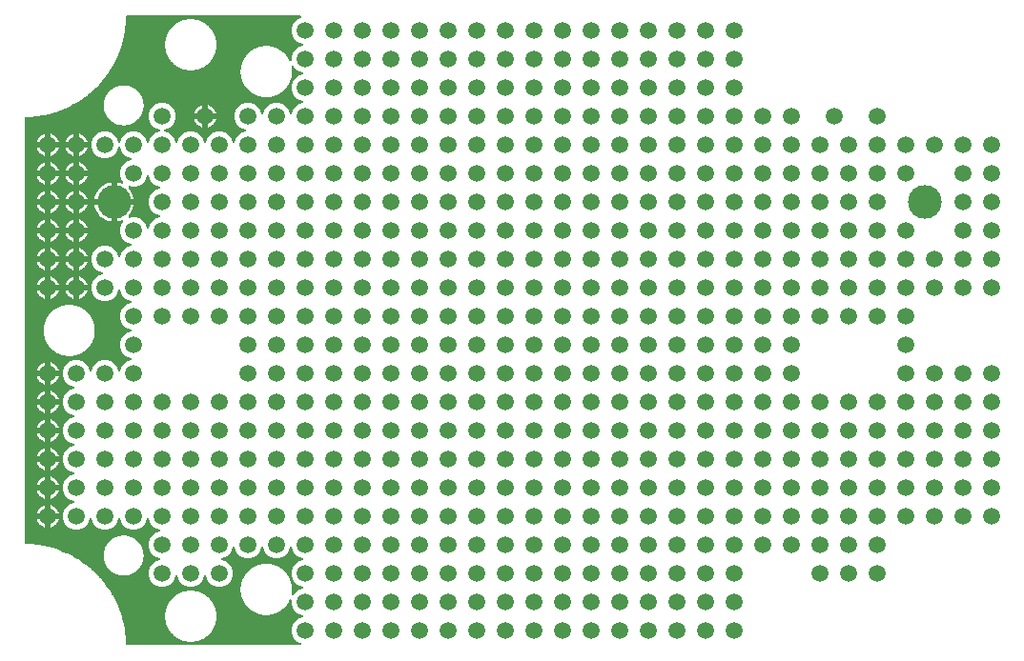
<source format=gbr>
G04 EAGLE Gerber RS-274X export*
G75*
%MOMM*%
%FSLAX34Y34*%
%LPD*%
%INBottom Copper*%
%IPPOS*%
%AMOC8*
5,1,8,0,0,1.08239X$1,22.5*%
G01*
%ADD10C,1.508000*%
%ADD11C,3.000000*%

G36*
X299878Y113872D02*
X299878Y113872D01*
X299948Y113871D01*
X300035Y113892D01*
X300124Y113903D01*
X300189Y113929D01*
X300257Y113945D01*
X300336Y113987D01*
X300420Y114020D01*
X300476Y114061D01*
X300538Y114094D01*
X300605Y114155D01*
X300677Y114207D01*
X300722Y114261D01*
X300773Y114308D01*
X300823Y114383D01*
X300880Y114452D01*
X300910Y114515D01*
X300948Y114574D01*
X300977Y114659D01*
X301015Y114740D01*
X301029Y114808D01*
X301051Y114875D01*
X301058Y114964D01*
X301075Y115052D01*
X301071Y115122D01*
X301076Y115192D01*
X301061Y115280D01*
X301056Y115370D01*
X301034Y115436D01*
X301022Y115505D01*
X300985Y115587D01*
X300957Y115672D01*
X300920Y115731D01*
X300891Y115795D01*
X300835Y115865D01*
X300787Y115941D01*
X300737Y115989D01*
X300693Y116043D01*
X300621Y116097D01*
X300556Y116159D01*
X300495Y116193D01*
X300439Y116235D01*
X300294Y116305D01*
X298226Y117162D01*
X294962Y120426D01*
X293195Y124692D01*
X293195Y129308D01*
X294962Y133574D01*
X298226Y136838D01*
X302305Y138527D01*
X302425Y138596D01*
X302549Y138661D01*
X302564Y138675D01*
X302581Y138685D01*
X302681Y138782D01*
X302784Y138875D01*
X302795Y138892D01*
X302810Y138906D01*
X302882Y139024D01*
X302959Y139141D01*
X302965Y139160D01*
X302976Y139177D01*
X303017Y139310D01*
X303062Y139442D01*
X303064Y139462D01*
X303069Y139481D01*
X303076Y139620D01*
X303087Y139759D01*
X303084Y139779D01*
X303085Y139799D01*
X303056Y139935D01*
X303033Y140072D01*
X303024Y140091D01*
X303020Y140110D01*
X302959Y140235D01*
X302902Y140362D01*
X302890Y140378D01*
X302881Y140396D01*
X302790Y140502D01*
X302704Y140610D01*
X302687Y140623D01*
X302674Y140638D01*
X302561Y140718D01*
X302449Y140802D01*
X302424Y140814D01*
X302414Y140821D01*
X302395Y140828D01*
X302305Y140873D01*
X298226Y142562D01*
X294962Y145826D01*
X293195Y150092D01*
X293195Y153290D01*
X293191Y153322D01*
X293194Y153355D01*
X293171Y153480D01*
X293155Y153605D01*
X293143Y153636D01*
X293138Y153668D01*
X293085Y153783D01*
X293038Y153901D01*
X293019Y153927D01*
X293006Y153957D01*
X292926Y154056D01*
X292852Y154158D01*
X292826Y154179D01*
X292806Y154205D01*
X292704Y154280D01*
X292607Y154361D01*
X292577Y154375D01*
X292551Y154395D01*
X292433Y154443D01*
X292319Y154497D01*
X292287Y154503D01*
X292257Y154515D01*
X292131Y154533D01*
X292007Y154557D01*
X291974Y154554D01*
X291942Y154559D01*
X291815Y154545D01*
X291689Y154537D01*
X291658Y154527D01*
X291626Y154523D01*
X291507Y154478D01*
X291387Y154439D01*
X291359Y154421D01*
X291328Y154410D01*
X291225Y154336D01*
X291118Y154269D01*
X291095Y154245D01*
X291069Y154226D01*
X290987Y154129D01*
X290900Y154037D01*
X290884Y154008D01*
X290863Y153983D01*
X290808Y153870D01*
X290746Y153758D01*
X290738Y153727D01*
X290724Y153697D01*
X290682Y153542D01*
X290624Y153255D01*
X290334Y152825D01*
X290316Y152788D01*
X290291Y152756D01*
X290219Y152612D01*
X290019Y152142D01*
X289800Y151926D01*
X289733Y151841D01*
X289659Y151762D01*
X289617Y151694D01*
X289603Y151677D01*
X289597Y151661D01*
X289574Y151625D01*
X289421Y151343D01*
X289404Y151299D01*
X289380Y151259D01*
X289323Y151108D01*
X289300Y151033D01*
X289242Y150962D01*
X289220Y150927D01*
X289191Y150896D01*
X289106Y150760D01*
X289042Y150642D01*
X288950Y150568D01*
X288918Y150534D01*
X288880Y150506D01*
X288770Y150389D01*
X288587Y150166D01*
X288547Y150102D01*
X288531Y150083D01*
X288524Y150067D01*
X288466Y149990D01*
X288429Y149915D01*
X288418Y149897D01*
X288413Y149882D01*
X288395Y149846D01*
X288272Y149550D01*
X287886Y149164D01*
X287862Y149132D01*
X287832Y149106D01*
X287733Y148978D01*
X287713Y148949D01*
X287440Y148547D01*
X287199Y148388D01*
X287116Y148317D01*
X287026Y148251D01*
X286974Y148196D01*
X286958Y148182D01*
X286948Y148167D01*
X286916Y148134D01*
X286755Y147938D01*
X286729Y147896D01*
X286696Y147860D01*
X286612Y147722D01*
X286579Y147659D01*
X286503Y147596D01*
X286476Y147567D01*
X286445Y147544D01*
X286335Y147427D01*
X286223Y147291D01*
X286097Y147224D01*
X286057Y147195D01*
X286012Y147174D01*
X285882Y147079D01*
X285697Y146925D01*
X285626Y146849D01*
X285549Y146779D01*
X285495Y146709D01*
X285480Y146693D01*
X285473Y146680D01*
X285451Y146651D01*
X285261Y146364D01*
X284797Y146051D01*
X284767Y146025D01*
X284732Y146005D01*
X284611Y145899D01*
X284254Y145544D01*
X284007Y145443D01*
X283909Y145387D01*
X283807Y145339D01*
X283749Y145296D01*
X283731Y145286D01*
X283718Y145273D01*
X283677Y145244D01*
X283450Y145055D01*
X283418Y145021D01*
X283381Y144993D01*
X283273Y144874D01*
X283237Y144830D01*
X283177Y144796D01*
X283143Y144772D01*
X283105Y144754D01*
X282975Y144659D01*
X282855Y144560D01*
X282722Y144518D01*
X282679Y144499D01*
X282634Y144487D01*
X282488Y144419D01*
X282229Y144277D01*
X282144Y144215D01*
X282054Y144161D01*
X281989Y144103D01*
X281971Y144090D01*
X281962Y144078D01*
X281934Y144054D01*
X281696Y143811D01*
X281203Y143602D01*
X281167Y143581D01*
X281128Y143568D01*
X280989Y143486D01*
X280579Y143210D01*
X280300Y143153D01*
X280195Y143118D01*
X280088Y143091D01*
X280020Y143059D01*
X279999Y143052D01*
X279984Y143042D01*
X279942Y143022D01*
X279575Y142821D01*
X279541Y142796D01*
X279503Y142778D01*
X279373Y142683D01*
X279324Y142643D01*
X279274Y142627D01*
X279232Y142608D01*
X279187Y142596D01*
X279041Y142528D01*
X278983Y142496D01*
X278907Y142488D01*
X278866Y142478D01*
X278824Y142476D01*
X278668Y142438D01*
X278211Y142296D01*
X278116Y142253D01*
X278018Y142218D01*
X277941Y142173D01*
X277922Y142164D01*
X277910Y142155D01*
X277879Y142136D01*
X277594Y141944D01*
X277140Y141852D01*
X277096Y141837D01*
X277050Y141830D01*
X276898Y141777D01*
X276479Y141599D01*
X276148Y141597D01*
X276043Y141583D01*
X275937Y141577D01*
X275854Y141557D01*
X275833Y141554D01*
X275818Y141548D01*
X275781Y141539D01*
X275301Y141390D01*
X275260Y141371D01*
X275217Y141360D01*
X275071Y141292D01*
X275045Y141278D01*
X275014Y141275D01*
X274971Y141265D01*
X274927Y141263D01*
X274771Y141225D01*
X274679Y141196D01*
X274586Y141205D01*
X274541Y141203D01*
X274497Y141210D01*
X274337Y141203D01*
X273834Y141149D01*
X273736Y141126D01*
X273635Y141112D01*
X273545Y141081D01*
X273525Y141076D01*
X273513Y141070D01*
X273483Y141060D01*
X273139Y140917D01*
X272662Y140917D01*
X272616Y140912D01*
X272570Y140914D01*
X272410Y140892D01*
X271994Y140808D01*
X271701Y140865D01*
X271592Y140873D01*
X271484Y140889D01*
X271405Y140885D01*
X271383Y140887D01*
X271367Y140884D01*
X271323Y140882D01*
X270519Y140796D01*
X270486Y140788D01*
X270451Y140787D01*
X270313Y140756D01*
X270281Y140760D01*
X270185Y140756D01*
X270182Y140757D01*
X270150Y140769D01*
X269991Y140796D01*
X269187Y140882D01*
X269078Y140880D01*
X268969Y140886D01*
X268891Y140876D01*
X268869Y140876D01*
X268853Y140871D01*
X268809Y140865D01*
X268516Y140808D01*
X268100Y140892D01*
X268054Y140896D01*
X268009Y140907D01*
X267848Y140917D01*
X267371Y140917D01*
X267027Y141060D01*
X266929Y141087D01*
X266835Y141122D01*
X266741Y141138D01*
X266720Y141144D01*
X266707Y141144D01*
X266676Y141149D01*
X266173Y141203D01*
X266129Y141202D01*
X266085Y141209D01*
X265924Y141205D01*
X265831Y141196D01*
X265739Y141225D01*
X265696Y141232D01*
X265655Y141248D01*
X265496Y141275D01*
X265465Y141278D01*
X265439Y141292D01*
X265398Y141309D01*
X265360Y141332D01*
X265209Y141390D01*
X264729Y141539D01*
X264625Y141558D01*
X264523Y141585D01*
X264437Y141591D01*
X264416Y141595D01*
X264400Y141594D01*
X264362Y141597D01*
X264031Y141599D01*
X263612Y141777D01*
X263567Y141790D01*
X263525Y141810D01*
X263370Y141852D01*
X262916Y141944D01*
X262631Y142136D01*
X262538Y142183D01*
X262449Y142238D01*
X262367Y142270D01*
X262348Y142280D01*
X262333Y142283D01*
X262299Y142296D01*
X261843Y142438D01*
X261801Y142446D01*
X261762Y142460D01*
X261603Y142488D01*
X261527Y142496D01*
X261469Y142528D01*
X261426Y142545D01*
X261386Y142570D01*
X261236Y142627D01*
X261186Y142643D01*
X261137Y142683D01*
X261102Y142706D01*
X261071Y142735D01*
X260935Y142821D01*
X260568Y143022D01*
X260465Y143063D01*
X260365Y143111D01*
X260292Y143131D01*
X260272Y143139D01*
X260254Y143141D01*
X260210Y143153D01*
X259931Y143210D01*
X259521Y143486D01*
X259484Y143505D01*
X259451Y143530D01*
X259307Y143602D01*
X258815Y143811D01*
X258576Y144054D01*
X258494Y144119D01*
X258417Y144190D01*
X258343Y144237D01*
X258326Y144251D01*
X258312Y144257D01*
X258281Y144277D01*
X258044Y144407D01*
X257999Y144424D01*
X257958Y144450D01*
X257807Y144507D01*
X257680Y144546D01*
X257556Y144648D01*
X257522Y144670D01*
X257493Y144697D01*
X257357Y144783D01*
X257273Y144830D01*
X257227Y144887D01*
X257192Y144921D01*
X257164Y144960D01*
X257046Y145070D01*
X256828Y145251D01*
X256736Y145310D01*
X256649Y145375D01*
X256578Y145410D01*
X256559Y145422D01*
X256543Y145427D01*
X256504Y145446D01*
X256226Y145561D01*
X255870Y145917D01*
X255837Y145943D01*
X255810Y145974D01*
X255682Y146072D01*
X255249Y146364D01*
X255068Y146638D01*
X254998Y146718D01*
X254936Y146804D01*
X254874Y146862D01*
X254860Y146879D01*
X254847Y146888D01*
X254819Y146914D01*
X254608Y147089D01*
X254568Y147114D01*
X254533Y147147D01*
X254396Y147231D01*
X254283Y147291D01*
X254189Y147405D01*
X254160Y147433D01*
X254136Y147466D01*
X254018Y147577D01*
X253946Y147637D01*
X253910Y147705D01*
X253883Y147744D01*
X253863Y147787D01*
X253768Y147917D01*
X253577Y148150D01*
X253499Y148224D01*
X253426Y148305D01*
X253362Y148353D01*
X253346Y148368D01*
X253331Y148376D01*
X253298Y148402D01*
X253040Y148572D01*
X252769Y148975D01*
X252740Y149009D01*
X252718Y149046D01*
X252611Y149167D01*
X252252Y149524D01*
X252121Y149836D01*
X252069Y149927D01*
X252025Y150022D01*
X251974Y150093D01*
X251963Y150111D01*
X251952Y150122D01*
X251931Y150152D01*
X251736Y150389D01*
X251702Y150421D01*
X251675Y150459D01*
X251556Y150568D01*
X251464Y150643D01*
X251400Y150761D01*
X251376Y150795D01*
X251359Y150832D01*
X251264Y150963D01*
X251206Y151034D01*
X251184Y151108D01*
X251164Y151151D01*
X251153Y151196D01*
X251086Y151342D01*
X250933Y151625D01*
X250869Y151714D01*
X250814Y151806D01*
X250760Y151866D01*
X250747Y151884D01*
X250734Y151895D01*
X250706Y151926D01*
X250487Y152141D01*
X250299Y152586D01*
X250277Y152623D01*
X250263Y152664D01*
X250181Y152803D01*
X249897Y153221D01*
X249829Y153553D01*
X249795Y153652D01*
X249769Y153754D01*
X249733Y153833D01*
X249726Y153854D01*
X249717Y153866D01*
X249702Y153900D01*
X249526Y154226D01*
X249499Y154263D01*
X249479Y154304D01*
X249384Y154434D01*
X249319Y154513D01*
X249286Y154618D01*
X249268Y154657D01*
X249258Y154699D01*
X249191Y154845D01*
X249155Y154911D01*
X249148Y154978D01*
X249138Y155023D01*
X249135Y155068D01*
X249097Y155225D01*
X248979Y155604D01*
X248935Y155701D01*
X248899Y155802D01*
X248857Y155873D01*
X248848Y155893D01*
X248837Y155906D01*
X248817Y155940D01*
X248637Y156204D01*
X248540Y156673D01*
X248526Y156714D01*
X248519Y156758D01*
X248466Y156910D01*
X248276Y157358D01*
X248273Y157689D01*
X248259Y157794D01*
X248254Y157900D01*
X248234Y157983D01*
X248231Y158004D01*
X248225Y158019D01*
X248216Y158056D01*
X248060Y158557D01*
X248043Y158595D01*
X248033Y158635D01*
X247965Y158781D01*
X247938Y158833D01*
X247933Y158879D01*
X247922Y158925D01*
X247920Y158972D01*
X247882Y159128D01*
X247873Y159158D01*
X247877Y159200D01*
X247875Y159242D01*
X247881Y159283D01*
X247875Y159444D01*
X247816Y160021D01*
X247793Y160123D01*
X247778Y160226D01*
X247749Y160310D01*
X247745Y160331D01*
X247738Y160344D01*
X247726Y160378D01*
X247594Y160698D01*
X247594Y161148D01*
X247588Y161194D01*
X247590Y161241D01*
X247568Y161401D01*
X247481Y161830D01*
X247544Y162155D01*
X247551Y162260D01*
X247567Y162365D01*
X247564Y162450D01*
X247565Y162472D01*
X247562Y162487D01*
X247561Y162526D01*
X247490Y163221D01*
X247481Y163259D01*
X247479Y163299D01*
X247443Y163456D01*
X247440Y163467D01*
X247439Y163500D01*
X247446Y163548D01*
X247440Y163696D01*
X247443Y163705D01*
X247450Y163744D01*
X247463Y163781D01*
X247490Y163940D01*
X247561Y164635D01*
X247558Y164741D01*
X247565Y164847D01*
X247554Y164931D01*
X247553Y164953D01*
X247549Y164968D01*
X247544Y165006D01*
X247481Y165330D01*
X247568Y165760D01*
X247572Y165807D01*
X247584Y165852D01*
X247594Y166013D01*
X247594Y166463D01*
X247726Y166782D01*
X247754Y166883D01*
X247790Y166981D01*
X247804Y167068D01*
X247810Y167089D01*
X247810Y167104D01*
X247816Y167139D01*
X247875Y167717D01*
X247874Y167758D01*
X247881Y167800D01*
X247877Y167961D01*
X247873Y168003D01*
X247882Y168033D01*
X247890Y168079D01*
X247906Y168123D01*
X247933Y168281D01*
X247938Y168328D01*
X247965Y168379D01*
X247980Y168418D01*
X248002Y168454D01*
X248060Y168604D01*
X248216Y169105D01*
X248234Y169208D01*
X248262Y169311D01*
X248268Y169396D01*
X248271Y169418D01*
X248270Y169433D01*
X248273Y169472D01*
X248276Y169803D01*
X248466Y170251D01*
X248478Y170293D01*
X248497Y170333D01*
X248540Y170488D01*
X248637Y170956D01*
X248817Y171221D01*
X248866Y171316D01*
X248922Y171407D01*
X248952Y171484D01*
X248961Y171504D01*
X248965Y171520D01*
X248979Y171557D01*
X249098Y171938D01*
X249106Y171982D01*
X249122Y172025D01*
X249149Y172184D01*
X249155Y172246D01*
X249188Y172308D01*
X249204Y172348D01*
X249226Y172384D01*
X249284Y172535D01*
X249319Y172648D01*
X249390Y172733D01*
X249414Y172771D01*
X249445Y172805D01*
X249531Y172941D01*
X249702Y173257D01*
X249740Y173355D01*
X249786Y173449D01*
X249809Y173534D01*
X249817Y173554D01*
X249819Y173569D01*
X249829Y173605D01*
X249897Y173936D01*
X250188Y174365D01*
X250207Y174403D01*
X250233Y174437D01*
X250306Y174581D01*
X250497Y175030D01*
X250709Y175238D01*
X250777Y175324D01*
X250852Y175404D01*
X250893Y175470D01*
X250907Y175487D01*
X250914Y175503D01*
X250937Y175540D01*
X251088Y175819D01*
X251105Y175863D01*
X251129Y175903D01*
X251186Y176054D01*
X251206Y176120D01*
X251259Y176184D01*
X251281Y176220D01*
X251310Y176250D01*
X251395Y176387D01*
X251464Y176515D01*
X251565Y176596D01*
X251597Y176630D01*
X251635Y176658D01*
X251745Y176775D01*
X251931Y177001D01*
X251987Y177090D01*
X252050Y177174D01*
X252089Y177252D01*
X252100Y177270D01*
X252105Y177285D01*
X252121Y177318D01*
X252252Y177630D01*
X252624Y178001D01*
X252651Y178034D01*
X252682Y178062D01*
X252781Y178189D01*
X253058Y178599D01*
X253304Y178761D01*
X253387Y178832D01*
X253476Y178897D01*
X253529Y178954D01*
X253546Y178968D01*
X253556Y178982D01*
X253586Y179015D01*
X253768Y179237D01*
X253794Y179277D01*
X253826Y179312D01*
X253910Y179449D01*
X253946Y179517D01*
X254018Y179577D01*
X254046Y179607D01*
X254080Y179631D01*
X254189Y179749D01*
X254283Y179863D01*
X254396Y179923D01*
X254434Y179950D01*
X254477Y179970D01*
X254608Y180065D01*
X254819Y180240D01*
X254891Y180317D01*
X254970Y180388D01*
X255022Y180456D01*
X255037Y180472D01*
X255044Y180485D01*
X255068Y180516D01*
X255249Y180790D01*
X255682Y181082D01*
X255714Y181109D01*
X255750Y181131D01*
X255871Y181237D01*
X256226Y181592D01*
X256504Y181708D01*
X256599Y181762D01*
X256697Y181808D01*
X256761Y181854D01*
X256780Y181865D01*
X256793Y181877D01*
X256828Y181903D01*
X257066Y182100D01*
X257098Y182133D01*
X257135Y182161D01*
X257244Y182279D01*
X257303Y182352D01*
X257394Y182402D01*
X257429Y182427D01*
X257467Y182445D01*
X257597Y182540D01*
X257680Y182608D01*
X257772Y182636D01*
X257814Y182655D01*
X257859Y182666D01*
X258005Y182734D01*
X258292Y182890D01*
X258379Y182953D01*
X258471Y183008D01*
X258533Y183063D01*
X258551Y183076D01*
X258561Y183089D01*
X258591Y183116D01*
X258815Y183343D01*
X259268Y183535D01*
X259306Y183557D01*
X259347Y183572D01*
X259485Y183653D01*
X259897Y183933D01*
X260217Y183999D01*
X260318Y184034D01*
X260421Y184059D01*
X260498Y184095D01*
X260518Y184102D01*
X260531Y184111D01*
X260567Y184127D01*
X260911Y184314D01*
X260947Y184340D01*
X260988Y184359D01*
X261118Y184454D01*
X261186Y184511D01*
X261271Y184538D01*
X261311Y184556D01*
X261354Y184567D01*
X261500Y184635D01*
X261564Y184669D01*
X261634Y184676D01*
X261678Y184687D01*
X261722Y184689D01*
X261878Y184727D01*
X262276Y184851D01*
X262374Y184895D01*
X262474Y184931D01*
X262546Y184974D01*
X262566Y184983D01*
X262578Y184993D01*
X262613Y185013D01*
X262877Y185193D01*
X263346Y185290D01*
X263387Y185305D01*
X263431Y185311D01*
X263583Y185365D01*
X264031Y185554D01*
X264362Y185557D01*
X264467Y185571D01*
X264573Y185577D01*
X264656Y185597D01*
X264677Y185600D01*
X264692Y185605D01*
X264729Y185615D01*
X265234Y185772D01*
X265272Y185789D01*
X265313Y185799D01*
X265460Y185867D01*
X265506Y185892D01*
X265547Y185896D01*
X265593Y185906D01*
X265639Y185909D01*
X265795Y185947D01*
X265831Y185958D01*
X265878Y185953D01*
X265920Y185955D01*
X265961Y185948D01*
X266122Y185955D01*
X266693Y186013D01*
X266794Y186037D01*
X266897Y186051D01*
X266981Y186080D01*
X267003Y186085D01*
X267016Y186092D01*
X267049Y186103D01*
X267371Y186236D01*
X267831Y186236D01*
X267877Y186242D01*
X267923Y186240D01*
X268083Y186262D01*
X268515Y186349D01*
X268833Y186287D01*
X268939Y186280D01*
X269044Y186264D01*
X269128Y186267D01*
X269150Y186266D01*
X269166Y186269D01*
X269205Y186270D01*
X269906Y186342D01*
X269945Y186351D01*
X269984Y186353D01*
X270141Y186389D01*
X270151Y186392D01*
X270175Y186392D01*
X270224Y186385D01*
X270364Y186390D01*
X270369Y186389D01*
X270408Y186382D01*
X270445Y186369D01*
X270604Y186342D01*
X271305Y186270D01*
X271411Y186273D01*
X271518Y186267D01*
X271601Y186277D01*
X271623Y186278D01*
X271638Y186282D01*
X271677Y186287D01*
X271995Y186349D01*
X272427Y186262D01*
X272474Y186258D01*
X272519Y186247D01*
X272679Y186236D01*
X273139Y186236D01*
X273461Y186103D01*
X273561Y186076D01*
X273659Y186040D01*
X273747Y186025D01*
X273768Y186019D01*
X273782Y186019D01*
X273817Y186013D01*
X274388Y185955D01*
X274430Y185956D01*
X274472Y185949D01*
X274632Y185953D01*
X274679Y185958D01*
X274714Y185947D01*
X274760Y185938D01*
X274804Y185922D01*
X274963Y185896D01*
X275005Y185892D01*
X275051Y185867D01*
X275090Y185851D01*
X275126Y185829D01*
X275276Y185772D01*
X275781Y185615D01*
X275885Y185596D01*
X275987Y185569D01*
X276073Y185563D01*
X276094Y185559D01*
X276110Y185560D01*
X276148Y185557D01*
X276479Y185554D01*
X276927Y185364D01*
X276970Y185352D01*
X277009Y185333D01*
X277165Y185290D01*
X277633Y185193D01*
X277897Y185013D01*
X277992Y184965D01*
X278083Y184908D01*
X278161Y184879D01*
X278180Y184869D01*
X278196Y184865D01*
X278234Y184851D01*
X278632Y184727D01*
X278676Y184719D01*
X278717Y184704D01*
X278876Y184676D01*
X278946Y184669D01*
X279010Y184635D01*
X279051Y184619D01*
X279088Y184595D01*
X279239Y184538D01*
X279324Y184511D01*
X279393Y184454D01*
X279430Y184430D01*
X279462Y184400D01*
X279599Y184314D01*
X279943Y184127D01*
X280042Y184088D01*
X280138Y184042D01*
X280219Y184019D01*
X280239Y184011D01*
X280255Y184009D01*
X280293Y183999D01*
X280613Y183933D01*
X281025Y183653D01*
X281064Y183634D01*
X281098Y183607D01*
X281242Y183535D01*
X281696Y183343D01*
X281919Y183116D01*
X282003Y183049D01*
X282081Y182976D01*
X282152Y182932D01*
X282169Y182919D01*
X282183Y182912D01*
X282218Y182891D01*
X282529Y182721D01*
X282570Y182705D01*
X282608Y182682D01*
X282758Y182624D01*
X282856Y182594D01*
X282934Y182529D01*
X282971Y182505D01*
X283004Y182475D01*
X283140Y182389D01*
X283207Y182352D01*
X283256Y182293D01*
X283287Y182262D01*
X283313Y182226D01*
X283430Y182116D01*
X283678Y181910D01*
X283773Y181849D01*
X283863Y181782D01*
X283927Y181750D01*
X283945Y181739D01*
X283963Y181733D01*
X284007Y181711D01*
X284254Y181610D01*
X284611Y181255D01*
X284643Y181231D01*
X284669Y181201D01*
X284797Y181103D01*
X285261Y180790D01*
X285451Y180503D01*
X285519Y180424D01*
X285580Y180339D01*
X285645Y180278D01*
X285659Y180262D01*
X285671Y180253D01*
X285697Y180229D01*
X285882Y180074D01*
X285924Y180048D01*
X285960Y180015D01*
X286097Y179930D01*
X286223Y179863D01*
X286335Y179727D01*
X286363Y179700D01*
X286386Y179668D01*
X286503Y179558D01*
X286579Y179495D01*
X286612Y179431D01*
X286640Y179391D01*
X286661Y179346D01*
X286755Y179216D01*
X286907Y179031D01*
X286989Y178954D01*
X287064Y178871D01*
X287123Y178827D01*
X287138Y178812D01*
X287154Y178804D01*
X287193Y178775D01*
X287422Y178625D01*
X287701Y178216D01*
X287728Y178186D01*
X287748Y178152D01*
X287749Y178150D01*
X287757Y178137D01*
X287762Y178131D01*
X287767Y178124D01*
X287873Y178003D01*
X288272Y177604D01*
X288395Y177308D01*
X288448Y177216D01*
X288493Y177118D01*
X288542Y177051D01*
X288552Y177032D01*
X288564Y177021D01*
X288587Y176988D01*
X288762Y176775D01*
X288796Y176743D01*
X288824Y176706D01*
X288942Y176596D01*
X289042Y176515D01*
X289111Y176387D01*
X289135Y176353D01*
X289153Y176316D01*
X289247Y176185D01*
X289300Y176120D01*
X289321Y176054D01*
X289340Y176011D01*
X289351Y175965D01*
X289419Y175819D01*
X289569Y175540D01*
X289633Y175451D01*
X289690Y175358D01*
X289742Y175300D01*
X289755Y175282D01*
X289768Y175271D01*
X289797Y175238D01*
X290010Y175030D01*
X290212Y174555D01*
X290232Y174520D01*
X290246Y174482D01*
X290327Y174343D01*
X290624Y173902D01*
X290687Y173591D01*
X290721Y173489D01*
X290747Y173385D01*
X290782Y173310D01*
X290789Y173290D01*
X290798Y173276D01*
X290815Y173239D01*
X290958Y172975D01*
X290986Y172936D01*
X291007Y172892D01*
X291102Y172763D01*
X291168Y172684D01*
X291205Y172565D01*
X291222Y172529D01*
X291232Y172490D01*
X291299Y172343D01*
X291352Y172247D01*
X291361Y172159D01*
X291372Y172112D01*
X291374Y172064D01*
X291413Y171908D01*
X291526Y171549D01*
X291569Y171456D01*
X291603Y171360D01*
X291650Y171279D01*
X291659Y171260D01*
X291668Y171249D01*
X291684Y171221D01*
X291889Y170917D01*
X291985Y170448D01*
X292000Y170403D01*
X292007Y170357D01*
X292060Y170205D01*
X292231Y169802D01*
X292233Y169495D01*
X292248Y169387D01*
X292254Y169279D01*
X292273Y169201D01*
X292276Y169180D01*
X292282Y169164D01*
X292292Y169123D01*
X292458Y168598D01*
X292476Y168560D01*
X292486Y168519D01*
X292554Y168373D01*
X292557Y168367D01*
X292567Y168326D01*
X292569Y168279D01*
X292608Y168123D01*
X292633Y168044D01*
X292625Y167949D01*
X292626Y167907D01*
X292620Y167866D01*
X292627Y167705D01*
X292685Y167156D01*
X292708Y167057D01*
X292723Y166957D01*
X292753Y166867D01*
X292758Y166847D01*
X292764Y166835D01*
X292775Y166804D01*
X292916Y166463D01*
X292916Y165996D01*
X292922Y165949D01*
X292920Y165902D01*
X292942Y165743D01*
X293026Y165330D01*
X292967Y165029D01*
X292960Y164921D01*
X292944Y164814D01*
X292948Y164734D01*
X292946Y164712D01*
X292949Y164696D01*
X292951Y164653D01*
X293035Y163857D01*
X293043Y163823D01*
X293045Y163788D01*
X293078Y163643D01*
X293072Y163607D01*
X293077Y163506D01*
X293075Y163495D01*
X293063Y163463D01*
X293036Y163304D01*
X292951Y162508D01*
X292953Y162399D01*
X292947Y162291D01*
X292957Y162211D01*
X292957Y162190D01*
X292962Y162173D01*
X292967Y162131D01*
X293026Y161830D01*
X292942Y161418D01*
X292938Y161371D01*
X292927Y161326D01*
X292916Y161165D01*
X292916Y160698D01*
X292775Y160356D01*
X292748Y160258D01*
X292712Y160163D01*
X292696Y160070D01*
X292691Y160050D01*
X292691Y160036D01*
X292685Y160005D01*
X292671Y159874D01*
X292672Y159827D01*
X292665Y159780D01*
X292676Y159668D01*
X292678Y159556D01*
X292690Y159511D01*
X292695Y159464D01*
X292733Y159358D01*
X292763Y159250D01*
X292786Y159209D01*
X292802Y159165D01*
X292866Y159071D01*
X292922Y158974D01*
X292954Y158940D01*
X292981Y158901D01*
X293065Y158827D01*
X293144Y158747D01*
X293184Y158722D01*
X293219Y158691D01*
X293319Y158640D01*
X293416Y158581D01*
X293461Y158568D01*
X293503Y158546D01*
X293612Y158522D01*
X293720Y158489D01*
X293767Y158487D01*
X293813Y158477D01*
X293925Y158480D01*
X294038Y158475D01*
X294084Y158485D01*
X294131Y158486D01*
X294239Y158518D01*
X294349Y158541D01*
X294391Y158562D01*
X294436Y158575D01*
X294533Y158632D01*
X294634Y158682D01*
X294670Y158712D01*
X294710Y158736D01*
X294831Y158843D01*
X298226Y162238D01*
X302305Y163927D01*
X302425Y163996D01*
X302549Y164061D01*
X302564Y164075D01*
X302581Y164085D01*
X302681Y164182D01*
X302784Y164275D01*
X302795Y164292D01*
X302810Y164306D01*
X302882Y164424D01*
X302959Y164541D01*
X302965Y164560D01*
X302976Y164577D01*
X303017Y164710D01*
X303062Y164842D01*
X303063Y164862D01*
X303069Y164881D01*
X303076Y165020D01*
X303087Y165159D01*
X303084Y165179D01*
X303085Y165199D01*
X303057Y165335D01*
X303033Y165472D01*
X303024Y165490D01*
X303020Y165510D01*
X302959Y165636D01*
X302902Y165762D01*
X302889Y165778D01*
X302881Y165796D01*
X302790Y165902D01*
X302704Y166010D01*
X302687Y166023D01*
X302674Y166038D01*
X302560Y166118D01*
X302449Y166202D01*
X302424Y166214D01*
X302414Y166221D01*
X302395Y166228D01*
X302305Y166273D01*
X298226Y167962D01*
X294962Y171226D01*
X293195Y175492D01*
X293195Y180108D01*
X294962Y184374D01*
X298226Y187638D01*
X302305Y189327D01*
X302426Y189396D01*
X302549Y189461D01*
X302564Y189475D01*
X302581Y189485D01*
X302681Y189582D01*
X302784Y189675D01*
X302795Y189692D01*
X302810Y189706D01*
X302882Y189825D01*
X302959Y189941D01*
X302965Y189960D01*
X302976Y189977D01*
X303017Y190110D01*
X303062Y190242D01*
X303063Y190262D01*
X303069Y190281D01*
X303076Y190420D01*
X303087Y190559D01*
X303084Y190579D01*
X303085Y190599D01*
X303057Y190735D01*
X303033Y190872D01*
X303024Y190891D01*
X303020Y190910D01*
X302959Y191036D01*
X302902Y191162D01*
X302889Y191178D01*
X302881Y191196D01*
X302790Y191302D01*
X302704Y191410D01*
X302687Y191423D01*
X302674Y191438D01*
X302560Y191518D01*
X302449Y191602D01*
X302424Y191614D01*
X302414Y191621D01*
X302395Y191628D01*
X302305Y191673D01*
X298226Y193362D01*
X294962Y196626D01*
X293273Y200705D01*
X293204Y200825D01*
X293139Y200949D01*
X293125Y200964D01*
X293115Y200981D01*
X293018Y201081D01*
X292925Y201184D01*
X292908Y201195D01*
X292894Y201210D01*
X292776Y201282D01*
X292659Y201359D01*
X292640Y201365D01*
X292623Y201376D01*
X292490Y201417D01*
X292358Y201462D01*
X292338Y201463D01*
X292319Y201469D01*
X292180Y201476D01*
X292041Y201487D01*
X292021Y201484D01*
X292001Y201485D01*
X291865Y201457D01*
X291728Y201433D01*
X291710Y201424D01*
X291690Y201420D01*
X291564Y201359D01*
X291438Y201302D01*
X291422Y201289D01*
X291404Y201281D01*
X291298Y201190D01*
X291190Y201104D01*
X291177Y201087D01*
X291162Y201074D01*
X291082Y200960D01*
X290998Y200849D01*
X290986Y200824D01*
X290979Y200814D01*
X290972Y200795D01*
X290927Y200705D01*
X289238Y196626D01*
X285974Y193362D01*
X281708Y191595D01*
X277092Y191595D01*
X272826Y193362D01*
X269562Y196626D01*
X267873Y200705D01*
X267804Y200825D01*
X267739Y200949D01*
X267725Y200964D01*
X267715Y200981D01*
X267618Y201081D01*
X267525Y201184D01*
X267508Y201195D01*
X267494Y201210D01*
X267375Y201283D01*
X267259Y201359D01*
X267240Y201365D01*
X267223Y201376D01*
X267090Y201417D01*
X266958Y201462D01*
X266938Y201463D01*
X266919Y201469D01*
X266780Y201476D01*
X266641Y201487D01*
X266621Y201484D01*
X266601Y201485D01*
X266465Y201456D01*
X266328Y201433D01*
X266309Y201424D01*
X266290Y201420D01*
X266164Y201359D01*
X266038Y201302D01*
X266022Y201290D01*
X266004Y201281D01*
X265898Y201190D01*
X265790Y201104D01*
X265777Y201087D01*
X265762Y201074D01*
X265682Y200960D01*
X265598Y200849D01*
X265586Y200824D01*
X265579Y200814D01*
X265572Y200795D01*
X265527Y200705D01*
X263838Y196626D01*
X260574Y193362D01*
X256308Y191595D01*
X251692Y191595D01*
X247426Y193362D01*
X244162Y196626D01*
X242473Y200705D01*
X242404Y200825D01*
X242339Y200949D01*
X242325Y200964D01*
X242315Y200981D01*
X242218Y201081D01*
X242125Y201184D01*
X242108Y201195D01*
X242094Y201210D01*
X241976Y201282D01*
X241859Y201359D01*
X241840Y201365D01*
X241823Y201376D01*
X241690Y201417D01*
X241558Y201462D01*
X241538Y201464D01*
X241519Y201469D01*
X241380Y201476D01*
X241241Y201487D01*
X241221Y201484D01*
X241201Y201485D01*
X241065Y201456D01*
X240928Y201433D01*
X240909Y201424D01*
X240890Y201420D01*
X240765Y201359D01*
X240638Y201302D01*
X240622Y201290D01*
X240604Y201281D01*
X240498Y201190D01*
X240390Y201104D01*
X240377Y201087D01*
X240362Y201074D01*
X240282Y200961D01*
X240198Y200849D01*
X240186Y200824D01*
X240179Y200814D01*
X240172Y200795D01*
X240127Y200705D01*
X238438Y196626D01*
X235174Y193362D01*
X231095Y191673D01*
X230975Y191604D01*
X230851Y191539D01*
X230836Y191525D01*
X230819Y191515D01*
X230719Y191418D01*
X230616Y191325D01*
X230605Y191308D01*
X230590Y191294D01*
X230518Y191176D01*
X230441Y191059D01*
X230435Y191040D01*
X230424Y191023D01*
X230383Y190890D01*
X230338Y190758D01*
X230336Y190738D01*
X230331Y190719D01*
X230324Y190580D01*
X230313Y190441D01*
X230316Y190421D01*
X230315Y190401D01*
X230344Y190265D01*
X230367Y190128D01*
X230376Y190109D01*
X230380Y190090D01*
X230441Y189965D01*
X230498Y189838D01*
X230510Y189822D01*
X230519Y189804D01*
X230610Y189698D01*
X230696Y189590D01*
X230713Y189577D01*
X230726Y189562D01*
X230839Y189482D01*
X230951Y189398D01*
X230976Y189386D01*
X230986Y189379D01*
X231005Y189372D01*
X231095Y189327D01*
X235174Y187638D01*
X238438Y184374D01*
X240205Y180108D01*
X240205Y175492D01*
X238438Y171226D01*
X235174Y167962D01*
X230908Y166195D01*
X226292Y166195D01*
X222026Y167962D01*
X218762Y171226D01*
X217073Y175305D01*
X217065Y175319D01*
X217062Y175327D01*
X217042Y175358D01*
X217004Y175425D01*
X216939Y175549D01*
X216925Y175564D01*
X216915Y175581D01*
X216818Y175681D01*
X216725Y175784D01*
X216708Y175795D01*
X216694Y175810D01*
X216576Y175882D01*
X216459Y175959D01*
X216440Y175965D01*
X216423Y175976D01*
X216290Y176017D01*
X216158Y176062D01*
X216138Y176064D01*
X216119Y176069D01*
X215980Y176076D01*
X215841Y176087D01*
X215821Y176084D01*
X215801Y176085D01*
X215665Y176056D01*
X215528Y176033D01*
X215509Y176024D01*
X215490Y176020D01*
X215365Y175959D01*
X215238Y175902D01*
X215222Y175890D01*
X215204Y175881D01*
X215098Y175790D01*
X214990Y175704D01*
X214977Y175687D01*
X214962Y175674D01*
X214882Y175561D01*
X214798Y175449D01*
X214786Y175424D01*
X214779Y175414D01*
X214772Y175395D01*
X214727Y175305D01*
X213038Y171226D01*
X209774Y167962D01*
X205508Y166195D01*
X200892Y166195D01*
X196626Y167962D01*
X193362Y171226D01*
X191673Y175305D01*
X191665Y175319D01*
X191662Y175327D01*
X191642Y175358D01*
X191604Y175425D01*
X191539Y175549D01*
X191525Y175564D01*
X191515Y175581D01*
X191418Y175681D01*
X191325Y175784D01*
X191308Y175795D01*
X191294Y175810D01*
X191176Y175882D01*
X191059Y175959D01*
X191040Y175965D01*
X191023Y175976D01*
X190890Y176017D01*
X190758Y176062D01*
X190738Y176064D01*
X190719Y176069D01*
X190580Y176076D01*
X190441Y176087D01*
X190421Y176084D01*
X190401Y176085D01*
X190265Y176056D01*
X190128Y176033D01*
X190109Y176024D01*
X190090Y176020D01*
X189965Y175959D01*
X189838Y175902D01*
X189822Y175890D01*
X189804Y175881D01*
X189698Y175790D01*
X189590Y175704D01*
X189577Y175687D01*
X189562Y175674D01*
X189482Y175561D01*
X189398Y175449D01*
X189386Y175424D01*
X189379Y175414D01*
X189372Y175395D01*
X189327Y175305D01*
X187638Y171226D01*
X184374Y167962D01*
X180108Y166195D01*
X175492Y166195D01*
X171226Y167962D01*
X167962Y171226D01*
X166195Y175492D01*
X166195Y180108D01*
X167962Y184374D01*
X171226Y187638D01*
X175305Y189327D01*
X175426Y189396D01*
X175549Y189461D01*
X175564Y189475D01*
X175581Y189485D01*
X175681Y189582D01*
X175784Y189675D01*
X175795Y189692D01*
X175810Y189706D01*
X175883Y189825D01*
X175959Y189941D01*
X175965Y189960D01*
X175976Y189977D01*
X176017Y190110D01*
X176062Y190242D01*
X176063Y190262D01*
X176069Y190281D01*
X176076Y190420D01*
X176087Y190559D01*
X176084Y190579D01*
X176085Y190599D01*
X176057Y190735D01*
X176033Y190872D01*
X176024Y190891D01*
X176020Y190910D01*
X175959Y191036D01*
X175902Y191162D01*
X175890Y191178D01*
X175881Y191196D01*
X175790Y191302D01*
X175704Y191410D01*
X175687Y191423D01*
X175674Y191438D01*
X175560Y191518D01*
X175449Y191602D01*
X175424Y191614D01*
X175414Y191621D01*
X175395Y191628D01*
X175305Y191673D01*
X171226Y193362D01*
X167962Y196626D01*
X166195Y200892D01*
X166195Y205508D01*
X167962Y209774D01*
X171226Y213038D01*
X175305Y214727D01*
X175425Y214796D01*
X175549Y214861D01*
X175564Y214875D01*
X175581Y214885D01*
X175681Y214982D01*
X175784Y215075D01*
X175795Y215092D01*
X175810Y215106D01*
X175882Y215224D01*
X175959Y215341D01*
X175965Y215360D01*
X175976Y215377D01*
X176017Y215510D01*
X176062Y215642D01*
X176064Y215662D01*
X176069Y215681D01*
X176076Y215820D01*
X176087Y215959D01*
X176084Y215979D01*
X176085Y215999D01*
X176056Y216135D01*
X176033Y216272D01*
X176024Y216291D01*
X176020Y216310D01*
X175959Y216435D01*
X175902Y216562D01*
X175890Y216578D01*
X175881Y216596D01*
X175790Y216702D01*
X175704Y216810D01*
X175687Y216823D01*
X175674Y216838D01*
X175561Y216918D01*
X175449Y217002D01*
X175424Y217014D01*
X175414Y217021D01*
X175395Y217028D01*
X175305Y217073D01*
X171226Y218762D01*
X167962Y222026D01*
X166273Y226105D01*
X166204Y226226D01*
X166139Y226349D01*
X166125Y226364D01*
X166115Y226381D01*
X166018Y226481D01*
X165925Y226584D01*
X165908Y226595D01*
X165894Y226610D01*
X165775Y226683D01*
X165659Y226759D01*
X165640Y226765D01*
X165623Y226776D01*
X165490Y226817D01*
X165358Y226862D01*
X165338Y226863D01*
X165319Y226869D01*
X165180Y226876D01*
X165041Y226887D01*
X165021Y226884D01*
X165001Y226885D01*
X164865Y226856D01*
X164728Y226833D01*
X164709Y226824D01*
X164690Y226820D01*
X164564Y226759D01*
X164438Y226702D01*
X164422Y226690D01*
X164404Y226681D01*
X164298Y226590D01*
X164190Y226504D01*
X164177Y226487D01*
X164162Y226474D01*
X164082Y226360D01*
X163998Y226249D01*
X163986Y226224D01*
X163979Y226214D01*
X163972Y226195D01*
X163927Y226105D01*
X162238Y222026D01*
X158974Y218762D01*
X154708Y216995D01*
X150092Y216995D01*
X145826Y218762D01*
X142562Y222026D01*
X140873Y226105D01*
X140804Y226226D01*
X140739Y226349D01*
X140725Y226364D01*
X140715Y226381D01*
X140618Y226481D01*
X140525Y226584D01*
X140508Y226595D01*
X140494Y226610D01*
X140375Y226683D01*
X140259Y226759D01*
X140240Y226765D01*
X140223Y226776D01*
X140090Y226817D01*
X139958Y226862D01*
X139938Y226863D01*
X139919Y226869D01*
X139780Y226876D01*
X139641Y226887D01*
X139621Y226884D01*
X139601Y226885D01*
X139465Y226856D01*
X139328Y226833D01*
X139309Y226824D01*
X139290Y226820D01*
X139164Y226759D01*
X139038Y226702D01*
X139022Y226690D01*
X139004Y226681D01*
X138898Y226590D01*
X138790Y226504D01*
X138777Y226487D01*
X138762Y226474D01*
X138682Y226360D01*
X138598Y226249D01*
X138586Y226224D01*
X138579Y226214D01*
X138572Y226195D01*
X138527Y226105D01*
X136838Y222026D01*
X133574Y218762D01*
X129308Y216995D01*
X124692Y216995D01*
X120426Y218762D01*
X117162Y222026D01*
X115473Y226105D01*
X115404Y226226D01*
X115339Y226349D01*
X115325Y226364D01*
X115315Y226381D01*
X115218Y226481D01*
X115125Y226584D01*
X115108Y226595D01*
X115094Y226610D01*
X114975Y226683D01*
X114859Y226759D01*
X114840Y226765D01*
X114823Y226776D01*
X114690Y226817D01*
X114558Y226862D01*
X114538Y226863D01*
X114519Y226869D01*
X114380Y226876D01*
X114241Y226887D01*
X114221Y226884D01*
X114201Y226885D01*
X114065Y226856D01*
X113928Y226833D01*
X113909Y226824D01*
X113890Y226820D01*
X113764Y226759D01*
X113638Y226702D01*
X113622Y226690D01*
X113604Y226681D01*
X113498Y226590D01*
X113390Y226504D01*
X113377Y226487D01*
X113362Y226474D01*
X113282Y226360D01*
X113198Y226249D01*
X113186Y226224D01*
X113179Y226214D01*
X113172Y226195D01*
X113127Y226105D01*
X111438Y222026D01*
X108174Y218762D01*
X103908Y216995D01*
X99292Y216995D01*
X95026Y218762D01*
X91762Y222026D01*
X89995Y226292D01*
X89995Y230908D01*
X91762Y235174D01*
X95026Y238438D01*
X99105Y240127D01*
X99226Y240196D01*
X99349Y240261D01*
X99364Y240275D01*
X99381Y240285D01*
X99481Y240382D01*
X99584Y240475D01*
X99595Y240492D01*
X99610Y240506D01*
X99683Y240625D01*
X99759Y240741D01*
X99765Y240760D01*
X99776Y240777D01*
X99817Y240910D01*
X99862Y241042D01*
X99863Y241062D01*
X99869Y241081D01*
X99876Y241220D01*
X99887Y241359D01*
X99884Y241379D01*
X99885Y241399D01*
X99856Y241535D01*
X99833Y241672D01*
X99824Y241691D01*
X99820Y241710D01*
X99759Y241836D01*
X99702Y241962D01*
X99690Y241978D01*
X99681Y241996D01*
X99590Y242102D01*
X99504Y242210D01*
X99487Y242223D01*
X99474Y242238D01*
X99360Y242318D01*
X99249Y242402D01*
X99224Y242414D01*
X99214Y242421D01*
X99195Y242428D01*
X99105Y242473D01*
X95026Y244162D01*
X91762Y247426D01*
X89995Y251692D01*
X89995Y256308D01*
X91762Y260574D01*
X95026Y263838D01*
X99105Y265527D01*
X99225Y265596D01*
X99349Y265661D01*
X99364Y265675D01*
X99381Y265685D01*
X99481Y265782D01*
X99584Y265875D01*
X99595Y265892D01*
X99610Y265906D01*
X99682Y266024D01*
X99759Y266141D01*
X99765Y266160D01*
X99776Y266177D01*
X99817Y266310D01*
X99862Y266442D01*
X99864Y266462D01*
X99869Y266481D01*
X99876Y266620D01*
X99887Y266759D01*
X99884Y266779D01*
X99885Y266799D01*
X99856Y266935D01*
X99833Y267072D01*
X99824Y267091D01*
X99820Y267110D01*
X99759Y267235D01*
X99702Y267362D01*
X99690Y267378D01*
X99681Y267396D01*
X99590Y267502D01*
X99504Y267610D01*
X99487Y267623D01*
X99474Y267638D01*
X99361Y267718D01*
X99249Y267802D01*
X99224Y267814D01*
X99214Y267821D01*
X99195Y267828D01*
X99105Y267873D01*
X95026Y269562D01*
X91762Y272826D01*
X89995Y277092D01*
X89995Y281708D01*
X91762Y285974D01*
X95026Y289238D01*
X99105Y290927D01*
X99226Y290996D01*
X99349Y291061D01*
X99364Y291075D01*
X99381Y291085D01*
X99481Y291182D01*
X99584Y291275D01*
X99595Y291292D01*
X99610Y291306D01*
X99683Y291425D01*
X99759Y291541D01*
X99765Y291560D01*
X99776Y291577D01*
X99817Y291710D01*
X99862Y291842D01*
X99863Y291862D01*
X99869Y291881D01*
X99876Y292020D01*
X99887Y292159D01*
X99884Y292179D01*
X99885Y292199D01*
X99856Y292335D01*
X99833Y292472D01*
X99824Y292491D01*
X99820Y292510D01*
X99759Y292636D01*
X99702Y292762D01*
X99690Y292778D01*
X99681Y292796D01*
X99590Y292902D01*
X99504Y293010D01*
X99487Y293023D01*
X99474Y293038D01*
X99360Y293118D01*
X99249Y293202D01*
X99224Y293214D01*
X99214Y293221D01*
X99195Y293228D01*
X99105Y293273D01*
X95026Y294962D01*
X91762Y298226D01*
X89995Y302492D01*
X89995Y307108D01*
X91762Y311374D01*
X95026Y314638D01*
X99105Y316327D01*
X99225Y316396D01*
X99349Y316461D01*
X99364Y316475D01*
X99381Y316485D01*
X99481Y316582D01*
X99584Y316675D01*
X99595Y316692D01*
X99610Y316706D01*
X99682Y316824D01*
X99759Y316941D01*
X99765Y316960D01*
X99776Y316977D01*
X99817Y317110D01*
X99862Y317242D01*
X99864Y317262D01*
X99869Y317281D01*
X99876Y317420D01*
X99887Y317559D01*
X99884Y317579D01*
X99885Y317599D01*
X99856Y317735D01*
X99833Y317872D01*
X99824Y317891D01*
X99820Y317910D01*
X99759Y318035D01*
X99702Y318162D01*
X99690Y318178D01*
X99681Y318196D01*
X99590Y318302D01*
X99504Y318410D01*
X99487Y318423D01*
X99474Y318438D01*
X99361Y318518D01*
X99249Y318602D01*
X99224Y318614D01*
X99214Y318621D01*
X99195Y318628D01*
X99105Y318673D01*
X95026Y320362D01*
X91762Y323626D01*
X89995Y327892D01*
X89995Y332508D01*
X91762Y336774D01*
X95026Y340038D01*
X99105Y341727D01*
X99226Y341796D01*
X99349Y341861D01*
X99364Y341875D01*
X99381Y341885D01*
X99481Y341982D01*
X99584Y342075D01*
X99595Y342092D01*
X99610Y342106D01*
X99683Y342225D01*
X99759Y342341D01*
X99765Y342360D01*
X99776Y342377D01*
X99817Y342510D01*
X99862Y342642D01*
X99863Y342662D01*
X99869Y342681D01*
X99876Y342820D01*
X99887Y342959D01*
X99884Y342979D01*
X99885Y342999D01*
X99856Y343135D01*
X99833Y343272D01*
X99824Y343291D01*
X99820Y343310D01*
X99759Y343436D01*
X99702Y343562D01*
X99690Y343578D01*
X99681Y343596D01*
X99590Y343702D01*
X99504Y343810D01*
X99487Y343823D01*
X99474Y343838D01*
X99360Y343918D01*
X99249Y344002D01*
X99224Y344014D01*
X99214Y344021D01*
X99195Y344028D01*
X99105Y344073D01*
X95026Y345762D01*
X91762Y349026D01*
X89995Y353292D01*
X89995Y357908D01*
X91762Y362174D01*
X95026Y365438D01*
X99292Y367205D01*
X103908Y367205D01*
X108174Y365438D01*
X111438Y362174D01*
X113127Y358095D01*
X113196Y357974D01*
X113261Y357851D01*
X113275Y357836D01*
X113285Y357819D01*
X113382Y357719D01*
X113475Y357616D01*
X113492Y357605D01*
X113506Y357590D01*
X113625Y357517D01*
X113741Y357441D01*
X113760Y357435D01*
X113777Y357424D01*
X113910Y357383D01*
X114042Y357338D01*
X114062Y357337D01*
X114081Y357331D01*
X114220Y357324D01*
X114359Y357313D01*
X114379Y357316D01*
X114399Y357315D01*
X114535Y357344D01*
X114672Y357367D01*
X114691Y357376D01*
X114710Y357380D01*
X114836Y357441D01*
X114962Y357498D01*
X114978Y357510D01*
X114996Y357519D01*
X115102Y357610D01*
X115210Y357696D01*
X115223Y357713D01*
X115238Y357726D01*
X115318Y357840D01*
X115402Y357951D01*
X115414Y357976D01*
X115421Y357986D01*
X115428Y358005D01*
X115473Y358095D01*
X117162Y362174D01*
X120426Y365438D01*
X124692Y367205D01*
X129308Y367205D01*
X133574Y365438D01*
X136838Y362174D01*
X138527Y358095D01*
X138596Y357974D01*
X138661Y357851D01*
X138675Y357836D01*
X138685Y357819D01*
X138782Y357719D01*
X138875Y357616D01*
X138892Y357605D01*
X138906Y357590D01*
X139025Y357517D01*
X139141Y357441D01*
X139160Y357435D01*
X139177Y357424D01*
X139310Y357383D01*
X139442Y357338D01*
X139462Y357337D01*
X139481Y357331D01*
X139620Y357324D01*
X139759Y357313D01*
X139779Y357316D01*
X139799Y357315D01*
X139935Y357344D01*
X140072Y357367D01*
X140091Y357376D01*
X140110Y357380D01*
X140236Y357441D01*
X140362Y357498D01*
X140378Y357510D01*
X140396Y357519D01*
X140502Y357610D01*
X140610Y357696D01*
X140623Y357713D01*
X140638Y357726D01*
X140718Y357840D01*
X140802Y357951D01*
X140814Y357976D01*
X140821Y357986D01*
X140828Y358005D01*
X140873Y358095D01*
X142562Y362174D01*
X145826Y365438D01*
X149905Y367127D01*
X150025Y367196D01*
X150149Y367261D01*
X150164Y367275D01*
X150181Y367285D01*
X150281Y367382D01*
X150384Y367475D01*
X150395Y367492D01*
X150410Y367506D01*
X150482Y367624D01*
X150559Y367741D01*
X150565Y367760D01*
X150576Y367777D01*
X150617Y367910D01*
X150662Y368042D01*
X150664Y368062D01*
X150669Y368081D01*
X150676Y368220D01*
X150687Y368359D01*
X150684Y368379D01*
X150685Y368399D01*
X150656Y368535D01*
X150633Y368672D01*
X150624Y368691D01*
X150620Y368710D01*
X150559Y368835D01*
X150502Y368962D01*
X150490Y368978D01*
X150481Y368996D01*
X150390Y369102D01*
X150304Y369210D01*
X150287Y369223D01*
X150274Y369238D01*
X150161Y369318D01*
X150049Y369402D01*
X150024Y369414D01*
X150014Y369421D01*
X149995Y369428D01*
X149905Y369473D01*
X145826Y371162D01*
X142562Y374426D01*
X140795Y378692D01*
X140795Y383308D01*
X142562Y387574D01*
X145826Y390838D01*
X149905Y392527D01*
X150025Y392596D01*
X150149Y392661D01*
X150164Y392675D01*
X150181Y392685D01*
X150281Y392782D01*
X150384Y392875D01*
X150395Y392892D01*
X150410Y392906D01*
X150482Y393024D01*
X150559Y393141D01*
X150565Y393160D01*
X150576Y393177D01*
X150617Y393310D01*
X150662Y393442D01*
X150664Y393462D01*
X150669Y393481D01*
X150676Y393620D01*
X150687Y393759D01*
X150684Y393779D01*
X150685Y393799D01*
X150656Y393935D01*
X150633Y394072D01*
X150624Y394091D01*
X150620Y394110D01*
X150559Y394235D01*
X150502Y394362D01*
X150490Y394378D01*
X150481Y394396D01*
X150390Y394502D01*
X150304Y394610D01*
X150287Y394623D01*
X150274Y394638D01*
X150161Y394718D01*
X150049Y394802D01*
X150024Y394814D01*
X150014Y394821D01*
X149995Y394828D01*
X149905Y394873D01*
X145826Y396562D01*
X142562Y399826D01*
X140795Y404092D01*
X140795Y408708D01*
X142562Y412974D01*
X145826Y416238D01*
X149905Y417927D01*
X150025Y417996D01*
X150149Y418061D01*
X150164Y418075D01*
X150181Y418085D01*
X150281Y418182D01*
X150384Y418275D01*
X150395Y418292D01*
X150410Y418306D01*
X150482Y418424D01*
X150559Y418541D01*
X150565Y418560D01*
X150576Y418577D01*
X150617Y418710D01*
X150662Y418842D01*
X150664Y418862D01*
X150669Y418881D01*
X150676Y419020D01*
X150687Y419159D01*
X150684Y419179D01*
X150685Y419199D01*
X150656Y419335D01*
X150633Y419472D01*
X150624Y419491D01*
X150620Y419510D01*
X150559Y419635D01*
X150502Y419762D01*
X150490Y419778D01*
X150481Y419796D01*
X150390Y419902D01*
X150304Y420010D01*
X150287Y420023D01*
X150274Y420038D01*
X150161Y420118D01*
X150049Y420202D01*
X150024Y420214D01*
X150014Y420221D01*
X149995Y420228D01*
X149905Y420273D01*
X145826Y421962D01*
X142562Y425226D01*
X140873Y429305D01*
X140804Y429426D01*
X140739Y429549D01*
X140725Y429564D01*
X140715Y429581D01*
X140618Y429681D01*
X140525Y429784D01*
X140508Y429795D01*
X140494Y429810D01*
X140375Y429882D01*
X140259Y429959D01*
X140240Y429965D01*
X140223Y429976D01*
X140090Y430017D01*
X139958Y430062D01*
X139938Y430063D01*
X139919Y430069D01*
X139780Y430076D01*
X139641Y430087D01*
X139621Y430084D01*
X139601Y430085D01*
X139465Y430057D01*
X139328Y430033D01*
X139309Y430024D01*
X139290Y430020D01*
X139164Y429959D01*
X139038Y429902D01*
X139022Y429889D01*
X139004Y429881D01*
X138898Y429790D01*
X138790Y429704D01*
X138777Y429687D01*
X138762Y429674D01*
X138682Y429560D01*
X138598Y429449D01*
X138586Y429424D01*
X138579Y429414D01*
X138572Y429395D01*
X138527Y429305D01*
X136838Y425226D01*
X133574Y421962D01*
X129308Y420195D01*
X124692Y420195D01*
X120426Y421962D01*
X117162Y425226D01*
X115395Y429492D01*
X115395Y434108D01*
X117162Y438374D01*
X120426Y441638D01*
X124505Y443327D01*
X124626Y443396D01*
X124749Y443461D01*
X124764Y443475D01*
X124781Y443485D01*
X124881Y443582D01*
X124984Y443675D01*
X124995Y443692D01*
X125010Y443706D01*
X125083Y443825D01*
X125159Y443941D01*
X125165Y443960D01*
X125176Y443977D01*
X125217Y444110D01*
X125262Y444242D01*
X125263Y444262D01*
X125269Y444281D01*
X125276Y444420D01*
X125287Y444559D01*
X125284Y444579D01*
X125285Y444599D01*
X125256Y444735D01*
X125233Y444872D01*
X125224Y444891D01*
X125220Y444910D01*
X125159Y445036D01*
X125102Y445162D01*
X125090Y445178D01*
X125081Y445196D01*
X124990Y445302D01*
X124904Y445410D01*
X124887Y445423D01*
X124874Y445438D01*
X124760Y445518D01*
X124649Y445602D01*
X124624Y445614D01*
X124614Y445621D01*
X124595Y445628D01*
X124505Y445673D01*
X120426Y447362D01*
X117162Y450626D01*
X115395Y454892D01*
X115395Y459508D01*
X117162Y463774D01*
X120426Y467038D01*
X124692Y468805D01*
X129308Y468805D01*
X133574Y467038D01*
X136838Y463774D01*
X138527Y459695D01*
X138596Y459574D01*
X138661Y459451D01*
X138675Y459436D01*
X138685Y459419D01*
X138782Y459319D01*
X138875Y459216D01*
X138892Y459205D01*
X138906Y459190D01*
X139025Y459117D01*
X139141Y459041D01*
X139160Y459035D01*
X139177Y459024D01*
X139310Y458983D01*
X139442Y458938D01*
X139462Y458937D01*
X139481Y458931D01*
X139620Y458924D01*
X139759Y458913D01*
X139779Y458916D01*
X139799Y458915D01*
X139935Y458944D01*
X140072Y458967D01*
X140091Y458976D01*
X140110Y458980D01*
X140236Y459041D01*
X140362Y459098D01*
X140378Y459110D01*
X140396Y459119D01*
X140502Y459210D01*
X140610Y459296D01*
X140623Y459313D01*
X140638Y459326D01*
X140718Y459440D01*
X140802Y459551D01*
X140814Y459576D01*
X140821Y459586D01*
X140828Y459605D01*
X140873Y459695D01*
X142562Y463774D01*
X145826Y467038D01*
X149905Y468727D01*
X150026Y468796D01*
X150149Y468861D01*
X150164Y468875D01*
X150181Y468885D01*
X150281Y468982D01*
X150384Y469075D01*
X150395Y469092D01*
X150410Y469106D01*
X150483Y469225D01*
X150559Y469341D01*
X150565Y469360D01*
X150576Y469377D01*
X150617Y469510D01*
X150662Y469642D01*
X150663Y469662D01*
X150669Y469681D01*
X150676Y469820D01*
X150687Y469959D01*
X150684Y469979D01*
X150685Y469999D01*
X150656Y470135D01*
X150633Y470272D01*
X150624Y470291D01*
X150620Y470310D01*
X150559Y470436D01*
X150502Y470562D01*
X150490Y470578D01*
X150481Y470596D01*
X150390Y470702D01*
X150304Y470810D01*
X150287Y470823D01*
X150274Y470838D01*
X150160Y470918D01*
X150049Y471002D01*
X150024Y471014D01*
X150014Y471021D01*
X149995Y471028D01*
X149905Y471073D01*
X145826Y472762D01*
X142562Y476026D01*
X140795Y480292D01*
X140795Y484908D01*
X142562Y489174D01*
X142944Y489556D01*
X142987Y489611D01*
X143037Y489660D01*
X143084Y489736D01*
X143139Y489807D01*
X143167Y489871D01*
X143204Y489931D01*
X143230Y490017D01*
X143266Y490099D01*
X143277Y490168D01*
X143297Y490235D01*
X143301Y490324D01*
X143316Y490413D01*
X143309Y490483D01*
X143312Y490553D01*
X143294Y490640D01*
X143286Y490730D01*
X143262Y490796D01*
X143248Y490864D01*
X143209Y490945D01*
X143178Y491029D01*
X143139Y491087D01*
X143108Y491150D01*
X143050Y491218D01*
X143000Y491292D01*
X142947Y491339D01*
X142902Y491392D01*
X142828Y491443D01*
X142761Y491503D01*
X142699Y491535D01*
X142642Y491575D01*
X142558Y491607D01*
X142478Y491647D01*
X142410Y491663D01*
X142345Y491687D01*
X142255Y491697D01*
X142168Y491717D01*
X142098Y491715D01*
X142028Y491723D01*
X141940Y491710D01*
X141850Y491707D01*
X141783Y491688D01*
X141714Y491678D01*
X141561Y491626D01*
X140905Y491354D01*
X138685Y490759D01*
X137794Y490642D01*
X137794Y505461D01*
X152613Y505461D01*
X152496Y504570D01*
X151900Y502350D01*
X151021Y500225D01*
X149871Y498234D01*
X148471Y496410D01*
X148073Y496012D01*
X148030Y495956D01*
X147980Y495908D01*
X147933Y495831D01*
X147878Y495760D01*
X147850Y495696D01*
X147814Y495637D01*
X147787Y495551D01*
X147752Y495468D01*
X147741Y495399D01*
X147720Y495333D01*
X147716Y495243D01*
X147702Y495154D01*
X147708Y495085D01*
X147705Y495015D01*
X147723Y494927D01*
X147732Y494838D01*
X147755Y494772D01*
X147769Y494704D01*
X147809Y494623D01*
X147839Y494538D01*
X147878Y494481D01*
X147909Y494418D01*
X147967Y494350D01*
X148018Y494275D01*
X148070Y494229D01*
X148115Y494176D01*
X148189Y494124D01*
X148256Y494065D01*
X148318Y494033D01*
X148375Y493993D01*
X148459Y493961D01*
X148539Y493920D01*
X148608Y493905D01*
X148673Y493880D01*
X148762Y493870D01*
X148850Y493851D01*
X148920Y493853D01*
X148989Y493845D01*
X149078Y493858D01*
X149168Y493860D01*
X149235Y493880D01*
X149304Y493889D01*
X149456Y493941D01*
X150092Y494205D01*
X154708Y494205D01*
X158974Y492438D01*
X162238Y489174D01*
X163927Y485095D01*
X163996Y484975D01*
X164061Y484851D01*
X164075Y484836D01*
X164085Y484819D01*
X164182Y484719D01*
X164275Y484616D01*
X164292Y484605D01*
X164306Y484590D01*
X164424Y484518D01*
X164541Y484441D01*
X164560Y484435D01*
X164577Y484424D01*
X164710Y484383D01*
X164842Y484338D01*
X164862Y484336D01*
X164881Y484331D01*
X165020Y484324D01*
X165159Y484313D01*
X165179Y484316D01*
X165199Y484315D01*
X165335Y484344D01*
X165472Y484367D01*
X165491Y484376D01*
X165510Y484380D01*
X165635Y484441D01*
X165762Y484498D01*
X165778Y484510D01*
X165796Y484519D01*
X165902Y484610D01*
X166010Y484696D01*
X166023Y484713D01*
X166038Y484726D01*
X166118Y484839D01*
X166202Y484951D01*
X166214Y484976D01*
X166221Y484986D01*
X166228Y485005D01*
X166273Y485095D01*
X167962Y489174D01*
X171226Y492438D01*
X175305Y494127D01*
X175425Y494196D01*
X175549Y494261D01*
X175564Y494275D01*
X175581Y494285D01*
X175681Y494382D01*
X175784Y494475D01*
X175795Y494492D01*
X175810Y494506D01*
X175882Y494624D01*
X175959Y494741D01*
X175965Y494760D01*
X175976Y494777D01*
X176017Y494910D01*
X176062Y495042D01*
X176064Y495062D01*
X176069Y495081D01*
X176076Y495220D01*
X176087Y495359D01*
X176084Y495379D01*
X176085Y495399D01*
X176056Y495535D01*
X176033Y495672D01*
X176024Y495691D01*
X176020Y495710D01*
X175959Y495835D01*
X175902Y495962D01*
X175890Y495978D01*
X175881Y495996D01*
X175790Y496102D01*
X175704Y496210D01*
X175687Y496223D01*
X175674Y496238D01*
X175561Y496318D01*
X175449Y496402D01*
X175424Y496414D01*
X175414Y496421D01*
X175395Y496428D01*
X175305Y496473D01*
X171226Y498162D01*
X167962Y501426D01*
X166195Y505692D01*
X166195Y510308D01*
X167962Y514574D01*
X171226Y517838D01*
X175305Y519527D01*
X175426Y519596D01*
X175549Y519661D01*
X175564Y519675D01*
X175581Y519685D01*
X175681Y519782D01*
X175784Y519875D01*
X175795Y519892D01*
X175810Y519906D01*
X175883Y520025D01*
X175959Y520141D01*
X175965Y520160D01*
X175976Y520177D01*
X176017Y520310D01*
X176062Y520442D01*
X176063Y520462D01*
X176069Y520481D01*
X176076Y520620D01*
X176087Y520759D01*
X176084Y520779D01*
X176085Y520799D01*
X176056Y520935D01*
X176033Y521072D01*
X176024Y521091D01*
X176020Y521110D01*
X175959Y521236D01*
X175902Y521362D01*
X175890Y521378D01*
X175881Y521396D01*
X175790Y521502D01*
X175704Y521610D01*
X175687Y521623D01*
X175674Y521638D01*
X175560Y521718D01*
X175449Y521802D01*
X175424Y521814D01*
X175414Y521821D01*
X175395Y521828D01*
X175305Y521873D01*
X171226Y523562D01*
X167962Y526826D01*
X166273Y530905D01*
X166204Y531026D01*
X166139Y531149D01*
X166125Y531164D01*
X166115Y531181D01*
X166018Y531281D01*
X165925Y531384D01*
X165908Y531395D01*
X165894Y531410D01*
X165775Y531483D01*
X165659Y531559D01*
X165640Y531565D01*
X165623Y531576D01*
X165490Y531617D01*
X165358Y531662D01*
X165338Y531663D01*
X165319Y531669D01*
X165180Y531676D01*
X165041Y531687D01*
X165021Y531684D01*
X165001Y531685D01*
X164865Y531656D01*
X164728Y531633D01*
X164709Y531624D01*
X164690Y531620D01*
X164564Y531559D01*
X164438Y531502D01*
X164422Y531490D01*
X164404Y531481D01*
X164298Y531390D01*
X164190Y531304D01*
X164177Y531287D01*
X164162Y531274D01*
X164082Y531160D01*
X163998Y531049D01*
X163986Y531024D01*
X163979Y531014D01*
X163972Y530995D01*
X163927Y530905D01*
X162238Y526826D01*
X158974Y523562D01*
X154708Y521795D01*
X150092Y521795D01*
X149456Y522058D01*
X149389Y522077D01*
X149325Y522105D01*
X149236Y522119D01*
X149149Y522142D01*
X149080Y522144D01*
X149011Y522154D01*
X148921Y522146D01*
X148831Y522147D01*
X148763Y522131D01*
X148694Y522125D01*
X148610Y522094D01*
X148522Y522073D01*
X148460Y522041D01*
X148395Y522017D01*
X148320Y521967D01*
X148241Y521925D01*
X148189Y521878D01*
X148132Y521838D01*
X148072Y521771D01*
X148006Y521711D01*
X147967Y521652D01*
X147921Y521600D01*
X147880Y521520D01*
X147831Y521445D01*
X147808Y521379D01*
X147777Y521317D01*
X147757Y521229D01*
X147728Y521144D01*
X147722Y521075D01*
X147707Y521006D01*
X147710Y520917D01*
X147703Y520827D01*
X147715Y520758D01*
X147717Y520689D01*
X147742Y520602D01*
X147757Y520514D01*
X147786Y520450D01*
X147805Y520383D01*
X147851Y520306D01*
X147888Y520224D01*
X147931Y520169D01*
X147967Y520109D01*
X148073Y519988D01*
X148471Y519590D01*
X149871Y517766D01*
X151021Y515775D01*
X151900Y513650D01*
X152496Y511429D01*
X152613Y510539D01*
X137794Y510539D01*
X137794Y525358D01*
X138685Y525241D01*
X140905Y524645D01*
X141561Y524374D01*
X141629Y524355D01*
X141693Y524328D01*
X141781Y524314D01*
X141868Y524290D01*
X141938Y524289D01*
X142007Y524278D01*
X142096Y524286D01*
X142186Y524285D01*
X142254Y524301D01*
X142323Y524308D01*
X142408Y524338D01*
X142495Y524359D01*
X142557Y524392D01*
X142623Y524415D01*
X142697Y524466D01*
X142776Y524508D01*
X142828Y524555D01*
X142886Y524594D01*
X142945Y524661D01*
X143012Y524722D01*
X143050Y524780D01*
X143096Y524832D01*
X143137Y524912D01*
X143186Y524987D01*
X143209Y525053D01*
X143241Y525116D01*
X143261Y525203D01*
X143290Y525288D01*
X143295Y525358D01*
X143310Y525426D01*
X143308Y525515D01*
X143315Y525605D01*
X143303Y525674D01*
X143301Y525744D01*
X143276Y525830D01*
X143260Y525919D01*
X143232Y525982D01*
X143212Y526049D01*
X143167Y526127D01*
X143130Y526208D01*
X143086Y526263D01*
X143051Y526323D01*
X142944Y526444D01*
X142562Y526826D01*
X140795Y531092D01*
X140795Y535708D01*
X142562Y539974D01*
X145826Y543238D01*
X149905Y544927D01*
X150026Y544996D01*
X150149Y545061D01*
X150164Y545075D01*
X150181Y545085D01*
X150281Y545182D01*
X150384Y545275D01*
X150395Y545292D01*
X150410Y545306D01*
X150483Y545425D01*
X150559Y545541D01*
X150565Y545560D01*
X150576Y545577D01*
X150617Y545710D01*
X150662Y545842D01*
X150663Y545862D01*
X150669Y545881D01*
X150676Y546020D01*
X150687Y546159D01*
X150684Y546179D01*
X150685Y546199D01*
X150656Y546335D01*
X150633Y546472D01*
X150624Y546491D01*
X150620Y546510D01*
X150559Y546636D01*
X150502Y546762D01*
X150490Y546778D01*
X150481Y546796D01*
X150390Y546902D01*
X150304Y547010D01*
X150287Y547023D01*
X150274Y547038D01*
X150160Y547118D01*
X150049Y547202D01*
X150024Y547214D01*
X150014Y547221D01*
X149995Y547228D01*
X149905Y547273D01*
X145826Y548962D01*
X142562Y552226D01*
X140873Y556305D01*
X140804Y556425D01*
X140739Y556549D01*
X140725Y556564D01*
X140715Y556581D01*
X140618Y556681D01*
X140525Y556784D01*
X140508Y556795D01*
X140494Y556810D01*
X140376Y556882D01*
X140259Y556959D01*
X140240Y556965D01*
X140223Y556976D01*
X140090Y557017D01*
X139958Y557062D01*
X139938Y557064D01*
X139919Y557069D01*
X139780Y557076D01*
X139641Y557087D01*
X139621Y557084D01*
X139601Y557085D01*
X139465Y557056D01*
X139328Y557033D01*
X139309Y557024D01*
X139290Y557020D01*
X139165Y556959D01*
X139038Y556902D01*
X139022Y556890D01*
X139004Y556881D01*
X138898Y556790D01*
X138790Y556704D01*
X138777Y556687D01*
X138762Y556674D01*
X138682Y556561D01*
X138598Y556449D01*
X138586Y556424D01*
X138579Y556414D01*
X138572Y556395D01*
X138527Y556305D01*
X136838Y552226D01*
X133574Y548962D01*
X129308Y547195D01*
X124692Y547195D01*
X120426Y548962D01*
X117162Y552226D01*
X115395Y556492D01*
X115395Y561108D01*
X117162Y565374D01*
X120426Y568638D01*
X124692Y570405D01*
X129308Y570405D01*
X133574Y568638D01*
X136838Y565374D01*
X138527Y561295D01*
X138596Y561174D01*
X138661Y561051D01*
X138675Y561036D01*
X138685Y561019D01*
X138782Y560919D01*
X138875Y560816D01*
X138892Y560805D01*
X138906Y560790D01*
X139025Y560717D01*
X139141Y560641D01*
X139160Y560635D01*
X139177Y560624D01*
X139310Y560583D01*
X139442Y560538D01*
X139462Y560537D01*
X139481Y560531D01*
X139620Y560524D01*
X139759Y560513D01*
X139779Y560516D01*
X139799Y560515D01*
X139935Y560544D01*
X140072Y560567D01*
X140091Y560576D01*
X140110Y560580D01*
X140236Y560641D01*
X140362Y560698D01*
X140378Y560710D01*
X140396Y560719D01*
X140502Y560810D01*
X140610Y560896D01*
X140623Y560913D01*
X140638Y560926D01*
X140718Y561040D01*
X140802Y561151D01*
X140814Y561176D01*
X140821Y561186D01*
X140828Y561205D01*
X140873Y561295D01*
X142562Y565374D01*
X145826Y568638D01*
X150092Y570405D01*
X154708Y570405D01*
X158974Y568638D01*
X162238Y565374D01*
X163927Y561295D01*
X163996Y561174D01*
X164061Y561051D01*
X164075Y561036D01*
X164085Y561019D01*
X164182Y560919D01*
X164275Y560816D01*
X164292Y560805D01*
X164306Y560790D01*
X164425Y560717D01*
X164541Y560641D01*
X164560Y560635D01*
X164577Y560624D01*
X164710Y560583D01*
X164842Y560538D01*
X164862Y560537D01*
X164881Y560531D01*
X165020Y560524D01*
X165159Y560513D01*
X165179Y560516D01*
X165199Y560515D01*
X165335Y560544D01*
X165472Y560567D01*
X165491Y560576D01*
X165510Y560580D01*
X165636Y560641D01*
X165762Y560698D01*
X165778Y560710D01*
X165796Y560719D01*
X165902Y560810D01*
X166010Y560896D01*
X166023Y560913D01*
X166038Y560926D01*
X166118Y561040D01*
X166202Y561151D01*
X166214Y561176D01*
X166221Y561186D01*
X166228Y561205D01*
X166273Y561295D01*
X167962Y565374D01*
X171226Y568638D01*
X175305Y570327D01*
X175425Y570396D01*
X175549Y570461D01*
X175564Y570475D01*
X175581Y570485D01*
X175681Y570582D01*
X175784Y570675D01*
X175795Y570692D01*
X175810Y570706D01*
X175882Y570824D01*
X175959Y570941D01*
X175965Y570960D01*
X175976Y570977D01*
X176017Y571110D01*
X176062Y571242D01*
X176064Y571262D01*
X176069Y571281D01*
X176076Y571420D01*
X176087Y571559D01*
X176084Y571579D01*
X176085Y571599D01*
X176056Y571735D01*
X176033Y571872D01*
X176024Y571891D01*
X176020Y571910D01*
X175959Y572035D01*
X175902Y572162D01*
X175890Y572178D01*
X175881Y572196D01*
X175790Y572302D01*
X175704Y572410D01*
X175687Y572423D01*
X175674Y572438D01*
X175561Y572518D01*
X175449Y572602D01*
X175424Y572614D01*
X175414Y572621D01*
X175395Y572628D01*
X175305Y572673D01*
X171226Y574362D01*
X167962Y577626D01*
X166195Y581892D01*
X166195Y586508D01*
X167962Y590774D01*
X171226Y594038D01*
X175492Y595805D01*
X180108Y595805D01*
X184374Y594038D01*
X187638Y590774D01*
X189405Y586508D01*
X189405Y581892D01*
X187638Y577626D01*
X184374Y574362D01*
X180295Y572673D01*
X180174Y572604D01*
X180051Y572539D01*
X180036Y572525D01*
X180019Y572515D01*
X179919Y572418D01*
X179816Y572325D01*
X179805Y572308D01*
X179790Y572294D01*
X179717Y572175D01*
X179641Y572059D01*
X179635Y572040D01*
X179624Y572023D01*
X179583Y571890D01*
X179538Y571758D01*
X179537Y571738D01*
X179531Y571719D01*
X179524Y571580D01*
X179513Y571441D01*
X179516Y571421D01*
X179515Y571401D01*
X179544Y571265D01*
X179567Y571128D01*
X179576Y571109D01*
X179580Y571090D01*
X179641Y570964D01*
X179698Y570838D01*
X179710Y570822D01*
X179719Y570804D01*
X179810Y570698D01*
X179896Y570590D01*
X179913Y570577D01*
X179926Y570562D01*
X180040Y570482D01*
X180151Y570398D01*
X180176Y570386D01*
X180186Y570379D01*
X180205Y570372D01*
X180295Y570327D01*
X184374Y568638D01*
X187638Y565374D01*
X189327Y561295D01*
X189396Y561174D01*
X189461Y561051D01*
X189475Y561036D01*
X189485Y561019D01*
X189582Y560919D01*
X189675Y560816D01*
X189692Y560805D01*
X189706Y560790D01*
X189825Y560717D01*
X189941Y560641D01*
X189960Y560635D01*
X189977Y560624D01*
X190110Y560583D01*
X190242Y560538D01*
X190262Y560537D01*
X190281Y560531D01*
X190420Y560524D01*
X190559Y560513D01*
X190579Y560516D01*
X190599Y560515D01*
X190735Y560544D01*
X190872Y560567D01*
X190891Y560576D01*
X190910Y560580D01*
X191036Y560641D01*
X191162Y560698D01*
X191178Y560710D01*
X191196Y560719D01*
X191302Y560810D01*
X191410Y560896D01*
X191423Y560913D01*
X191438Y560926D01*
X191518Y561040D01*
X191602Y561151D01*
X191614Y561176D01*
X191621Y561186D01*
X191628Y561205D01*
X191673Y561295D01*
X193362Y565374D01*
X196626Y568638D01*
X200892Y570405D01*
X205508Y570405D01*
X209774Y568638D01*
X213038Y565374D01*
X214727Y561295D01*
X214796Y561174D01*
X214861Y561051D01*
X214875Y561036D01*
X214885Y561019D01*
X214982Y560919D01*
X215075Y560816D01*
X215092Y560805D01*
X215106Y560790D01*
X215225Y560717D01*
X215341Y560641D01*
X215360Y560635D01*
X215377Y560624D01*
X215510Y560583D01*
X215642Y560538D01*
X215662Y560537D01*
X215681Y560531D01*
X215820Y560524D01*
X215959Y560513D01*
X215979Y560516D01*
X215999Y560515D01*
X216135Y560544D01*
X216272Y560567D01*
X216291Y560576D01*
X216310Y560580D01*
X216436Y560641D01*
X216562Y560698D01*
X216578Y560710D01*
X216596Y560719D01*
X216702Y560810D01*
X216810Y560896D01*
X216823Y560913D01*
X216838Y560926D01*
X216918Y561040D01*
X217002Y561151D01*
X217014Y561176D01*
X217021Y561186D01*
X217028Y561205D01*
X217073Y561295D01*
X218762Y565374D01*
X222026Y568638D01*
X226292Y570405D01*
X230908Y570405D01*
X235174Y568638D01*
X238438Y565374D01*
X240127Y561295D01*
X240196Y561174D01*
X240261Y561051D01*
X240275Y561036D01*
X240285Y561019D01*
X240382Y560919D01*
X240475Y560816D01*
X240492Y560805D01*
X240506Y560790D01*
X240625Y560717D01*
X240741Y560641D01*
X240760Y560635D01*
X240777Y560624D01*
X240910Y560583D01*
X241042Y560538D01*
X241062Y560537D01*
X241081Y560531D01*
X241220Y560524D01*
X241359Y560513D01*
X241379Y560516D01*
X241399Y560515D01*
X241535Y560544D01*
X241672Y560567D01*
X241691Y560576D01*
X241710Y560580D01*
X241836Y560641D01*
X241962Y560698D01*
X241978Y560710D01*
X241996Y560719D01*
X242102Y560810D01*
X242210Y560896D01*
X242223Y560913D01*
X242238Y560926D01*
X242318Y561040D01*
X242402Y561151D01*
X242414Y561176D01*
X242421Y561186D01*
X242428Y561205D01*
X242473Y561295D01*
X244162Y565374D01*
X247426Y568638D01*
X251505Y570327D01*
X251625Y570396D01*
X251749Y570461D01*
X251764Y570475D01*
X251781Y570485D01*
X251881Y570582D01*
X251984Y570675D01*
X251995Y570692D01*
X252010Y570706D01*
X252082Y570824D01*
X252159Y570941D01*
X252165Y570960D01*
X252176Y570977D01*
X252217Y571110D01*
X252262Y571242D01*
X252264Y571262D01*
X252269Y571281D01*
X252276Y571420D01*
X252287Y571559D01*
X252284Y571579D01*
X252285Y571599D01*
X252256Y571735D01*
X252233Y571872D01*
X252224Y571891D01*
X252220Y571910D01*
X252159Y572035D01*
X252102Y572162D01*
X252090Y572178D01*
X252081Y572196D01*
X251990Y572302D01*
X251904Y572410D01*
X251887Y572423D01*
X251874Y572438D01*
X251761Y572518D01*
X251649Y572602D01*
X251624Y572614D01*
X251614Y572621D01*
X251595Y572628D01*
X251505Y572673D01*
X247426Y574362D01*
X244162Y577626D01*
X242395Y581892D01*
X242395Y586508D01*
X244162Y590774D01*
X247426Y594038D01*
X251692Y595805D01*
X256308Y595805D01*
X260574Y594038D01*
X263838Y590774D01*
X265527Y586695D01*
X265596Y586574D01*
X265661Y586451D01*
X265675Y586436D01*
X265685Y586419D01*
X265782Y586319D01*
X265875Y586216D01*
X265892Y586205D01*
X265906Y586190D01*
X266024Y586118D01*
X266141Y586041D01*
X266160Y586035D01*
X266177Y586024D01*
X266310Y585983D01*
X266442Y585938D01*
X266462Y585936D01*
X266481Y585931D01*
X266620Y585924D01*
X266759Y585913D01*
X266779Y585916D01*
X266799Y585915D01*
X266935Y585944D01*
X267072Y585967D01*
X267091Y585976D01*
X267110Y585980D01*
X267235Y586041D01*
X267362Y586098D01*
X267378Y586110D01*
X267396Y586119D01*
X267502Y586210D01*
X267610Y586296D01*
X267623Y586313D01*
X267638Y586326D01*
X267718Y586439D01*
X267802Y586551D01*
X267814Y586576D01*
X267821Y586586D01*
X267828Y586605D01*
X267873Y586695D01*
X269562Y590774D01*
X272826Y594038D01*
X277092Y595805D01*
X281708Y595805D01*
X285974Y594038D01*
X289238Y590774D01*
X290927Y586695D01*
X290996Y586574D01*
X291061Y586451D01*
X291075Y586436D01*
X291085Y586419D01*
X291182Y586319D01*
X291275Y586216D01*
X291292Y586205D01*
X291306Y586190D01*
X291424Y586118D01*
X291541Y586041D01*
X291560Y586035D01*
X291577Y586024D01*
X291710Y585983D01*
X291842Y585938D01*
X291862Y585936D01*
X291881Y585931D01*
X292020Y585924D01*
X292159Y585913D01*
X292179Y585916D01*
X292199Y585915D01*
X292335Y585944D01*
X292472Y585967D01*
X292491Y585976D01*
X292510Y585980D01*
X292635Y586041D01*
X292762Y586098D01*
X292778Y586110D01*
X292796Y586119D01*
X292902Y586210D01*
X293010Y586296D01*
X293023Y586313D01*
X293038Y586326D01*
X293118Y586439D01*
X293202Y586551D01*
X293214Y586576D01*
X293221Y586586D01*
X293228Y586605D01*
X293273Y586695D01*
X294962Y590774D01*
X298226Y594038D01*
X302305Y595727D01*
X302426Y595796D01*
X302549Y595861D01*
X302564Y595875D01*
X302581Y595885D01*
X302681Y595982D01*
X302784Y596075D01*
X302795Y596092D01*
X302810Y596106D01*
X302883Y596225D01*
X302959Y596341D01*
X302965Y596360D01*
X302976Y596377D01*
X303017Y596510D01*
X303062Y596642D01*
X303063Y596662D01*
X303069Y596681D01*
X303076Y596820D01*
X303087Y596959D01*
X303084Y596979D01*
X303085Y596999D01*
X303056Y597135D01*
X303033Y597272D01*
X303024Y597291D01*
X303020Y597310D01*
X302959Y597436D01*
X302902Y597562D01*
X302890Y597578D01*
X302881Y597596D01*
X302790Y597702D01*
X302704Y597810D01*
X302687Y597823D01*
X302674Y597838D01*
X302560Y597918D01*
X302449Y598002D01*
X302424Y598014D01*
X302414Y598021D01*
X302395Y598028D01*
X302305Y598073D01*
X298226Y599762D01*
X294962Y603026D01*
X293195Y607292D01*
X293195Y611908D01*
X294962Y616174D01*
X298226Y619438D01*
X302305Y621127D01*
X302425Y621196D01*
X302549Y621261D01*
X302564Y621275D01*
X302581Y621285D01*
X302681Y621382D01*
X302784Y621475D01*
X302795Y621492D01*
X302810Y621506D01*
X302882Y621624D01*
X302959Y621741D01*
X302965Y621760D01*
X302976Y621777D01*
X303017Y621910D01*
X303062Y622042D01*
X303064Y622062D01*
X303069Y622081D01*
X303076Y622220D01*
X303087Y622359D01*
X303084Y622379D01*
X303085Y622399D01*
X303057Y622535D01*
X303033Y622672D01*
X303024Y622691D01*
X303020Y622710D01*
X302959Y622835D01*
X302902Y622962D01*
X302890Y622978D01*
X302881Y622996D01*
X302790Y623102D01*
X302704Y623210D01*
X302687Y623223D01*
X302674Y623238D01*
X302561Y623318D01*
X302449Y623402D01*
X302424Y623414D01*
X302414Y623421D01*
X302395Y623428D01*
X302305Y623473D01*
X298226Y625162D01*
X294832Y628557D01*
X294795Y628586D01*
X294763Y628620D01*
X294670Y628682D01*
X294581Y628751D01*
X294537Y628770D01*
X294498Y628796D01*
X294392Y628833D01*
X294289Y628878D01*
X294242Y628885D01*
X294198Y628901D01*
X294086Y628910D01*
X293975Y628928D01*
X293928Y628923D01*
X293881Y628927D01*
X293770Y628908D01*
X293658Y628898D01*
X293614Y628882D01*
X293567Y628874D01*
X293465Y628828D01*
X293359Y628790D01*
X293320Y628764D01*
X293277Y628745D01*
X293189Y628675D01*
X293096Y628612D01*
X293064Y628576D01*
X293027Y628547D01*
X292960Y628458D01*
X292885Y628373D01*
X292864Y628331D01*
X292835Y628294D01*
X292792Y628190D01*
X292741Y628090D01*
X292730Y628044D01*
X292712Y628001D01*
X292695Y627889D01*
X292671Y627780D01*
X292672Y627733D01*
X292665Y627686D01*
X292672Y627525D01*
X292685Y627402D01*
X292709Y627304D01*
X292723Y627203D01*
X292753Y627113D01*
X292758Y627093D01*
X292764Y627081D01*
X292775Y627051D01*
X292916Y626709D01*
X292916Y626242D01*
X292922Y626195D01*
X292920Y626148D01*
X292942Y625989D01*
X293026Y625577D01*
X292967Y625276D01*
X292960Y625167D01*
X292944Y625060D01*
X292948Y624980D01*
X292946Y624958D01*
X292949Y624942D01*
X292951Y624899D01*
X293036Y624098D01*
X293044Y624064D01*
X293045Y624030D01*
X293078Y623885D01*
X293073Y623849D01*
X293077Y623751D01*
X293076Y623746D01*
X293064Y623714D01*
X293037Y623555D01*
X292952Y622760D01*
X292954Y622651D01*
X292948Y622542D01*
X292958Y622464D01*
X292958Y622442D01*
X292963Y622425D01*
X292968Y622382D01*
X293026Y622088D01*
X292942Y621673D01*
X292938Y621627D01*
X292927Y621582D01*
X292916Y621421D01*
X292916Y620944D01*
X292774Y620600D01*
X292747Y620502D01*
X292712Y620408D01*
X292695Y620314D01*
X292690Y620293D01*
X292690Y620280D01*
X292684Y620249D01*
X292627Y619707D01*
X292627Y619665D01*
X292620Y619623D01*
X292624Y619462D01*
X292633Y619362D01*
X292606Y619278D01*
X292598Y619232D01*
X292582Y619189D01*
X292556Y619039D01*
X292555Y619038D01*
X292540Y618998D01*
X292517Y618963D01*
X292459Y618813D01*
X292292Y618284D01*
X292273Y618177D01*
X292245Y618072D01*
X292239Y617992D01*
X292235Y617971D01*
X292236Y617954D01*
X292233Y617912D01*
X292231Y617604D01*
X292060Y617202D01*
X292047Y617157D01*
X292027Y617115D01*
X291985Y616959D01*
X291889Y616490D01*
X291684Y616185D01*
X291638Y616094D01*
X291584Y616008D01*
X291550Y615920D01*
X291541Y615902D01*
X291538Y615888D01*
X291526Y615858D01*
X291407Y615482D01*
X291399Y615436D01*
X291383Y615392D01*
X291356Y615233D01*
X291345Y615136D01*
X291292Y615038D01*
X291277Y614999D01*
X291255Y614964D01*
X291196Y614814D01*
X291168Y614722D01*
X291115Y614660D01*
X291090Y614621D01*
X291058Y614586D01*
X290972Y614450D01*
X290813Y614158D01*
X290774Y614057D01*
X290727Y613960D01*
X290706Y613883D01*
X290698Y613862D01*
X290696Y613845D01*
X290685Y613804D01*
X290624Y613505D01*
X290338Y613081D01*
X290320Y613044D01*
X290295Y613011D01*
X290223Y612867D01*
X290019Y612388D01*
X289792Y612164D01*
X289725Y612080D01*
X289653Y612002D01*
X289608Y611932D01*
X289595Y611914D01*
X289588Y611900D01*
X289567Y611865D01*
X289413Y611583D01*
X289396Y611540D01*
X289372Y611500D01*
X289315Y611349D01*
X289287Y611258D01*
X289218Y611175D01*
X289195Y611139D01*
X289167Y611108D01*
X289081Y610972D01*
X289029Y610875D01*
X288953Y610814D01*
X288921Y610781D01*
X288883Y610754D01*
X288773Y610636D01*
X288594Y610420D01*
X288535Y610327D01*
X288469Y610238D01*
X288436Y610170D01*
X288424Y610152D01*
X288419Y610135D01*
X288398Y610094D01*
X288290Y609829D01*
X287935Y609472D01*
X287931Y609467D01*
X287922Y609459D01*
X287905Y609442D01*
X287892Y609425D01*
X287880Y609415D01*
X287872Y609403D01*
X287853Y609387D01*
X287755Y609259D01*
X287440Y608796D01*
X287186Y608629D01*
X287103Y608558D01*
X287015Y608495D01*
X286961Y608437D01*
X286944Y608422D01*
X286934Y608408D01*
X286905Y608377D01*
X286755Y608196D01*
X286729Y608155D01*
X286696Y608118D01*
X286612Y607981D01*
X286557Y607879D01*
X286446Y607787D01*
X286419Y607758D01*
X286387Y607735D01*
X286277Y607617D01*
X286201Y607526D01*
X286120Y607483D01*
X286080Y607455D01*
X286036Y607434D01*
X285905Y607339D01*
X285690Y607161D01*
X285617Y607084D01*
X285538Y607013D01*
X285487Y606946D01*
X285472Y606930D01*
X285464Y606916D01*
X285441Y606884D01*
X285261Y606613D01*
X284828Y606322D01*
X284796Y606294D01*
X284760Y606273D01*
X284639Y606166D01*
X284281Y605808D01*
X284000Y605691D01*
X283905Y605637D01*
X283807Y605591D01*
X283742Y605544D01*
X283723Y605534D01*
X283711Y605522D01*
X283676Y605497D01*
X283447Y605307D01*
X283415Y605273D01*
X283378Y605245D01*
X283269Y605127D01*
X283207Y605051D01*
X283111Y604999D01*
X283077Y604974D01*
X283039Y604956D01*
X282908Y604862D01*
X282825Y604793D01*
X282734Y604765D01*
X282692Y604746D01*
X282647Y604735D01*
X282501Y604667D01*
X282228Y604518D01*
X282140Y604455D01*
X282047Y604399D01*
X281988Y604345D01*
X281970Y604333D01*
X281959Y604320D01*
X281928Y604292D01*
X281712Y604072D01*
X281253Y603876D01*
X281216Y603855D01*
X281176Y603841D01*
X281038Y603759D01*
X280613Y603470D01*
X280293Y603404D01*
X280192Y603370D01*
X280089Y603344D01*
X280012Y603308D01*
X279992Y603301D01*
X279979Y603293D01*
X279943Y603276D01*
X279627Y603104D01*
X279589Y603077D01*
X279547Y603057D01*
X279417Y602961D01*
X279360Y602914D01*
X279276Y602887D01*
X279239Y602870D01*
X279198Y602860D01*
X279052Y602792D01*
X278946Y602734D01*
X278842Y602723D01*
X278797Y602713D01*
X278750Y602710D01*
X278593Y602671D01*
X278225Y602555D01*
X278133Y602513D01*
X278037Y602479D01*
X277956Y602431D01*
X277937Y602422D01*
X277926Y602414D01*
X277898Y602397D01*
X277594Y602192D01*
X277094Y602090D01*
X277052Y602076D01*
X277008Y602070D01*
X276856Y602017D01*
X276439Y601843D01*
X276154Y601841D01*
X276044Y601827D01*
X275934Y601821D01*
X275861Y601803D01*
X275839Y601800D01*
X275822Y601793D01*
X275778Y601782D01*
X275271Y601622D01*
X275232Y601605D01*
X275192Y601594D01*
X275046Y601526D01*
X275042Y601524D01*
X275007Y601516D01*
X274961Y601514D01*
X274805Y601475D01*
X274720Y601449D01*
X274621Y601457D01*
X274578Y601456D01*
X274537Y601462D01*
X274376Y601455D01*
X273834Y601397D01*
X273736Y601374D01*
X273635Y601360D01*
X273545Y601329D01*
X273525Y601324D01*
X273513Y601318D01*
X273483Y601308D01*
X273139Y601165D01*
X272662Y601165D01*
X272616Y601159D01*
X272570Y601162D01*
X272410Y601140D01*
X271995Y601056D01*
X271701Y601113D01*
X271592Y601121D01*
X271484Y601136D01*
X271406Y601133D01*
X271384Y601135D01*
X271367Y601131D01*
X271323Y601130D01*
X270519Y601044D01*
X270486Y601036D01*
X270452Y601035D01*
X270314Y601004D01*
X270281Y601008D01*
X270185Y601004D01*
X270182Y601005D01*
X270150Y601017D01*
X269991Y601044D01*
X269187Y601130D01*
X269078Y601127D01*
X268969Y601134D01*
X268891Y601124D01*
X268869Y601123D01*
X268853Y601119D01*
X268809Y601113D01*
X268515Y601056D01*
X268100Y601140D01*
X268053Y601143D01*
X268008Y601155D01*
X267848Y601165D01*
X267371Y601165D01*
X267027Y601308D01*
X266929Y601334D01*
X266835Y601370D01*
X266741Y601386D01*
X266720Y601392D01*
X266707Y601392D01*
X266676Y601397D01*
X266134Y601455D01*
X266092Y601454D01*
X266050Y601461D01*
X265889Y601457D01*
X265790Y601449D01*
X265705Y601475D01*
X265660Y601483D01*
X265616Y601500D01*
X265467Y601525D01*
X265465Y601526D01*
X265425Y601542D01*
X265390Y601564D01*
X265239Y601622D01*
X264732Y601782D01*
X264624Y601802D01*
X264516Y601830D01*
X264441Y601835D01*
X264420Y601839D01*
X264402Y601838D01*
X264356Y601841D01*
X264071Y601843D01*
X263654Y602017D01*
X263612Y602029D01*
X263572Y602048D01*
X263416Y602090D01*
X262916Y602192D01*
X262612Y602397D01*
X262521Y602443D01*
X262435Y602497D01*
X262347Y602531D01*
X262328Y602541D01*
X262315Y602544D01*
X262285Y602555D01*
X261917Y602672D01*
X261870Y602680D01*
X261827Y602696D01*
X261668Y602723D01*
X261564Y602734D01*
X261458Y602792D01*
X261419Y602807D01*
X261384Y602829D01*
X261234Y602887D01*
X261150Y602914D01*
X261093Y602961D01*
X261053Y602987D01*
X261019Y603019D01*
X260883Y603105D01*
X260567Y603276D01*
X260468Y603315D01*
X260373Y603362D01*
X260291Y603384D01*
X260271Y603392D01*
X260255Y603394D01*
X260217Y603404D01*
X259897Y603470D01*
X259472Y603759D01*
X259435Y603778D01*
X259401Y603804D01*
X259257Y603876D01*
X258798Y604072D01*
X258583Y604292D01*
X258498Y604359D01*
X258418Y604433D01*
X258351Y604475D01*
X258333Y604489D01*
X258318Y604496D01*
X258282Y604518D01*
X258033Y604654D01*
X257988Y604672D01*
X257947Y604697D01*
X257796Y604753D01*
X257710Y604779D01*
X257623Y604851D01*
X257589Y604872D01*
X257560Y604900D01*
X257423Y604985D01*
X257303Y605051D01*
X257231Y605139D01*
X257196Y605173D01*
X257168Y605212D01*
X257050Y605322D01*
X256829Y605504D01*
X256740Y605560D01*
X256656Y605623D01*
X256578Y605662D01*
X256560Y605674D01*
X256545Y605678D01*
X256512Y605695D01*
X256200Y605825D01*
X255843Y606184D01*
X255809Y606211D01*
X255779Y606244D01*
X255652Y606342D01*
X255249Y606613D01*
X255078Y606871D01*
X255008Y606953D01*
X254944Y607040D01*
X254885Y607095D01*
X254871Y607112D01*
X254857Y607122D01*
X254826Y607150D01*
X254584Y607350D01*
X254544Y607375D01*
X254509Y607406D01*
X254372Y607491D01*
X254305Y607526D01*
X254247Y607596D01*
X254217Y607625D01*
X254193Y607658D01*
X254075Y607768D01*
X253967Y607856D01*
X253910Y607964D01*
X253883Y608002D01*
X253863Y608045D01*
X253768Y608175D01*
X253588Y608393D01*
X253511Y608466D01*
X253440Y608545D01*
X253372Y608596D01*
X253356Y608611D01*
X253343Y608619D01*
X253333Y608626D01*
X253331Y608628D01*
X253329Y608629D01*
X253311Y608643D01*
X253040Y608822D01*
X252749Y609255D01*
X252721Y609287D01*
X252700Y609323D01*
X252593Y609444D01*
X252234Y609803D01*
X252118Y610084D01*
X252064Y610178D01*
X252018Y610277D01*
X251971Y610341D01*
X251960Y610360D01*
X251949Y610372D01*
X251923Y610407D01*
X251734Y610636D01*
X251700Y610668D01*
X251672Y610705D01*
X251554Y610814D01*
X251478Y610876D01*
X251425Y610972D01*
X251401Y611007D01*
X251383Y611045D01*
X251288Y611175D01*
X251220Y611258D01*
X251192Y611349D01*
X251173Y611392D01*
X251161Y611437D01*
X251093Y611583D01*
X250940Y611866D01*
X250877Y611952D01*
X250822Y612044D01*
X250767Y612106D01*
X250754Y612124D01*
X250742Y612134D01*
X250715Y612164D01*
X250487Y612388D01*
X250295Y612841D01*
X250273Y612879D01*
X250259Y612920D01*
X250177Y613059D01*
X249897Y613471D01*
X249831Y613791D01*
X249797Y613891D01*
X249771Y613994D01*
X249735Y614071D01*
X249728Y614091D01*
X249720Y614105D01*
X249703Y614140D01*
X249516Y614484D01*
X249490Y614520D01*
X249471Y614561D01*
X249376Y614691D01*
X249319Y614759D01*
X249292Y614845D01*
X249274Y614885D01*
X249263Y614927D01*
X249196Y615074D01*
X249161Y615137D01*
X249154Y615207D01*
X249144Y615251D01*
X249141Y615295D01*
X249103Y615452D01*
X248979Y615850D01*
X248935Y615947D01*
X248899Y616048D01*
X248857Y616119D01*
X248848Y616139D01*
X248837Y616152D01*
X248817Y616186D01*
X248637Y616451D01*
X248540Y616919D01*
X248526Y616960D01*
X248519Y617004D01*
X248466Y617156D01*
X248276Y617604D01*
X248273Y617935D01*
X248259Y618040D01*
X248254Y618146D01*
X248234Y618229D01*
X248231Y618251D01*
X248225Y618265D01*
X248216Y618302D01*
X248059Y618807D01*
X248041Y618845D01*
X248031Y618886D01*
X247964Y619032D01*
X247939Y619078D01*
X247934Y619120D01*
X247924Y619165D01*
X247922Y619212D01*
X247884Y619368D01*
X247873Y619404D01*
X247877Y619451D01*
X247875Y619493D01*
X247882Y619535D01*
X247876Y619695D01*
X247817Y620266D01*
X247794Y620367D01*
X247779Y620470D01*
X247750Y620555D01*
X247745Y620576D01*
X247739Y620589D01*
X247727Y620622D01*
X247594Y620944D01*
X247594Y621404D01*
X247588Y621450D01*
X247590Y621496D01*
X247569Y621656D01*
X247481Y622088D01*
X247543Y622405D01*
X247550Y622512D01*
X247566Y622617D01*
X247563Y622701D01*
X247564Y622723D01*
X247561Y622738D01*
X247560Y622778D01*
X247489Y623471D01*
X247480Y623509D01*
X247478Y623549D01*
X247442Y623705D01*
X247439Y623715D01*
X247438Y623742D01*
X247446Y623791D01*
X247440Y623938D01*
X247443Y623947D01*
X247449Y623986D01*
X247463Y624023D01*
X247489Y624182D01*
X247561Y624881D01*
X247558Y624987D01*
X247565Y625093D01*
X247554Y625177D01*
X247553Y625199D01*
X247549Y625214D01*
X247544Y625252D01*
X247481Y625576D01*
X247568Y626006D01*
X247572Y626053D01*
X247584Y626098D01*
X247594Y626259D01*
X247594Y626709D01*
X247726Y627029D01*
X247754Y627129D01*
X247790Y627227D01*
X247804Y627314D01*
X247810Y627335D01*
X247810Y627350D01*
X247816Y627385D01*
X247875Y627963D01*
X247874Y628005D01*
X247881Y628046D01*
X247877Y628207D01*
X247873Y628249D01*
X247882Y628279D01*
X247890Y628325D01*
X247906Y628369D01*
X247933Y628527D01*
X247938Y628574D01*
X247965Y628625D01*
X247980Y628664D01*
X248002Y628700D01*
X248060Y628850D01*
X248216Y629351D01*
X248234Y629455D01*
X248262Y629557D01*
X248268Y629642D01*
X248271Y629664D01*
X248270Y629679D01*
X248273Y629718D01*
X248276Y630049D01*
X248466Y630497D01*
X248478Y630539D01*
X248497Y630579D01*
X248540Y630734D01*
X248637Y631202D01*
X248817Y631467D01*
X248865Y631562D01*
X248922Y631653D01*
X248952Y631730D01*
X248961Y631750D01*
X248965Y631766D01*
X248979Y631803D01*
X249097Y632182D01*
X249105Y632227D01*
X249121Y632270D01*
X249148Y632429D01*
X249155Y632496D01*
X249191Y632562D01*
X249206Y632602D01*
X249229Y632638D01*
X249286Y632789D01*
X249319Y632894D01*
X249384Y632972D01*
X249409Y633011D01*
X249440Y633044D01*
X249526Y633181D01*
X249702Y633507D01*
X249740Y633605D01*
X249786Y633699D01*
X249809Y633783D01*
X249817Y633803D01*
X249819Y633818D01*
X249829Y633854D01*
X249897Y634186D01*
X250181Y634604D01*
X250200Y634643D01*
X250227Y634677D01*
X250299Y634821D01*
X250487Y635265D01*
X250706Y635480D01*
X250773Y635566D01*
X250847Y635645D01*
X250890Y635713D01*
X250903Y635730D01*
X250910Y635745D01*
X250933Y635782D01*
X251086Y636065D01*
X251103Y636108D01*
X251127Y636148D01*
X251184Y636299D01*
X251206Y636373D01*
X251264Y636444D01*
X251287Y636479D01*
X251315Y636510D01*
X251400Y636646D01*
X251464Y636764D01*
X251556Y636839D01*
X251589Y636873D01*
X251627Y636901D01*
X251737Y637018D01*
X251931Y637254D01*
X251976Y637327D01*
X252023Y637383D01*
X252033Y637404D01*
X252050Y637427D01*
X252089Y637505D01*
X252100Y637524D01*
X252105Y637538D01*
X252122Y637571D01*
X252252Y637883D01*
X252611Y638240D01*
X252638Y638275D01*
X252671Y638304D01*
X252769Y638431D01*
X253040Y638834D01*
X253298Y639005D01*
X253380Y639076D01*
X253467Y639139D01*
X253522Y639198D01*
X253539Y639213D01*
X253548Y639226D01*
X253577Y639257D01*
X253789Y639514D01*
X253813Y639553D01*
X253844Y639586D01*
X253928Y639723D01*
X253967Y639796D01*
X254036Y639853D01*
X254066Y639884D01*
X254101Y639910D01*
X254211Y640027D01*
X254283Y640116D01*
X254378Y640166D01*
X254415Y640192D01*
X254456Y640212D01*
X254587Y640306D01*
X254810Y640490D01*
X254886Y640570D01*
X254968Y640644D01*
X255014Y640705D01*
X255029Y640721D01*
X255037Y640736D01*
X255065Y640773D01*
X255223Y641013D01*
X255655Y641307D01*
X255685Y641333D01*
X255719Y641353D01*
X255840Y641460D01*
X256226Y641845D01*
X256522Y641968D01*
X256583Y642003D01*
X256648Y642028D01*
X256678Y642050D01*
X256712Y642066D01*
X256779Y642115D01*
X256798Y642126D01*
X256810Y642137D01*
X256842Y642160D01*
X257023Y642309D01*
X257058Y642346D01*
X257098Y642376D01*
X257207Y642495D01*
X257273Y642577D01*
X257398Y642646D01*
X257429Y642668D01*
X257463Y642684D01*
X257594Y642778D01*
X257710Y642874D01*
X257817Y642906D01*
X257863Y642927D01*
X257912Y642939D01*
X258058Y643007D01*
X258301Y643141D01*
X258384Y643201D01*
X258472Y643253D01*
X258541Y643315D01*
X258559Y643328D01*
X258567Y643338D01*
X258592Y643360D01*
X258848Y643619D01*
X259328Y643820D01*
X259366Y643842D01*
X259408Y643857D01*
X259547Y643938D01*
X259932Y644197D01*
X260210Y644253D01*
X260315Y644289D01*
X260422Y644316D01*
X260490Y644348D01*
X260511Y644355D01*
X260526Y644365D01*
X260568Y644385D01*
X260900Y644567D01*
X260923Y644580D01*
X260959Y644606D01*
X261000Y644625D01*
X261129Y644720D01*
X261149Y644737D01*
X261176Y644746D01*
X261215Y644764D01*
X261258Y644775D01*
X261404Y644843D01*
X261526Y644910D01*
X261663Y644925D01*
X261707Y644936D01*
X261751Y644938D01*
X261907Y644977D01*
X262285Y645096D01*
X262377Y645139D01*
X262473Y645173D01*
X262554Y645220D01*
X262574Y645229D01*
X262584Y645238D01*
X262612Y645254D01*
X262916Y645459D01*
X263417Y645561D01*
X263459Y645575D01*
X263503Y645581D01*
X263655Y645634D01*
X264071Y645809D01*
X264356Y645810D01*
X264466Y645824D01*
X264576Y645830D01*
X264649Y645848D01*
X264671Y645851D01*
X264688Y645858D01*
X264732Y645869D01*
X265240Y646029D01*
X265278Y646047D01*
X265319Y646057D01*
X265465Y646125D01*
X265469Y646127D01*
X265502Y646135D01*
X265549Y646137D01*
X265705Y646176D01*
X265789Y646203D01*
X265889Y646194D01*
X265931Y646196D01*
X265973Y646189D01*
X266134Y646196D01*
X266676Y646254D01*
X266774Y646277D01*
X266875Y646292D01*
X266965Y646322D01*
X266985Y646327D01*
X266997Y646333D01*
X267027Y646344D01*
X267371Y646486D01*
X267848Y646486D01*
X267894Y646492D01*
X267940Y646489D01*
X268100Y646511D01*
X268515Y646595D01*
X268809Y646538D01*
X268918Y646531D01*
X269026Y646515D01*
X269105Y646518D01*
X269126Y646517D01*
X269143Y646520D01*
X269187Y646522D01*
X269991Y646607D01*
X270024Y646615D01*
X270058Y646616D01*
X270197Y646648D01*
X270229Y646643D01*
X270325Y646647D01*
X270328Y646646D01*
X270360Y646635D01*
X270519Y646607D01*
X271323Y646522D01*
X271432Y646524D01*
X271541Y646517D01*
X271619Y646527D01*
X271641Y646528D01*
X271657Y646532D01*
X271701Y646538D01*
X271995Y646595D01*
X272410Y646511D01*
X272457Y646508D01*
X272502Y646496D01*
X272662Y646486D01*
X273139Y646486D01*
X273483Y646344D01*
X273581Y646317D01*
X273676Y646281D01*
X273769Y646265D01*
X273790Y646260D01*
X273803Y646259D01*
X273834Y646254D01*
X274376Y646196D01*
X274418Y646197D01*
X274460Y646190D01*
X274621Y646194D01*
X274721Y646203D01*
X274805Y646176D01*
X274851Y646168D01*
X274894Y646151D01*
X275044Y646126D01*
X275045Y646125D01*
X275084Y646110D01*
X275120Y646087D01*
X275270Y646029D01*
X275778Y645869D01*
X275887Y645849D01*
X275994Y645821D01*
X276069Y645816D01*
X276091Y645812D01*
X276108Y645813D01*
X276154Y645810D01*
X276439Y645809D01*
X276855Y645634D01*
X276898Y645622D01*
X276938Y645603D01*
X277093Y645561D01*
X277594Y645459D01*
X277898Y645254D01*
X277989Y645208D01*
X278075Y645154D01*
X278163Y645120D01*
X278182Y645111D01*
X278195Y645108D01*
X278225Y645096D01*
X278603Y644977D01*
X278647Y644969D01*
X278688Y644953D01*
X278847Y644925D01*
X278984Y644910D01*
X279106Y644843D01*
X279147Y644827D01*
X279184Y644804D01*
X279334Y644746D01*
X279361Y644737D01*
X279381Y644720D01*
X279418Y644696D01*
X279451Y644666D01*
X279587Y644580D01*
X279942Y644385D01*
X280045Y644344D01*
X280145Y644295D01*
X280218Y644276D01*
X280238Y644268D01*
X280256Y644265D01*
X280301Y644253D01*
X280579Y644197D01*
X280964Y643938D01*
X281003Y643918D01*
X281038Y643892D01*
X281182Y643820D01*
X281662Y643619D01*
X281918Y643360D01*
X281999Y643297D01*
X282073Y643227D01*
X282152Y643178D01*
X282168Y643164D01*
X282181Y643159D01*
X282209Y643141D01*
X282475Y642995D01*
X282520Y642977D01*
X282562Y642952D01*
X282713Y642895D01*
X282825Y642860D01*
X282938Y642767D01*
X282971Y642746D01*
X283000Y642719D01*
X283136Y642632D01*
X283237Y642577D01*
X283293Y642507D01*
X283329Y642473D01*
X283357Y642433D01*
X283475Y642323D01*
X283663Y642167D01*
X283717Y642133D01*
X283737Y642115D01*
X283779Y642091D01*
X283845Y642042D01*
X283913Y642009D01*
X283932Y641997D01*
X283948Y641992D01*
X283990Y641972D01*
X284254Y641863D01*
X284611Y641508D01*
X284616Y641504D01*
X284625Y641495D01*
X284641Y641478D01*
X284658Y641465D01*
X284668Y641453D01*
X284680Y641445D01*
X284696Y641427D01*
X284824Y641328D01*
X285287Y641014D01*
X285454Y640759D01*
X285525Y640676D01*
X285589Y640589D01*
X285647Y640534D01*
X285661Y640517D01*
X285675Y640508D01*
X285706Y640478D01*
X285902Y640316D01*
X285942Y640291D01*
X285977Y640259D01*
X286114Y640174D01*
X286223Y640116D01*
X286314Y640006D01*
X286344Y639978D01*
X286368Y639944D01*
X286485Y639834D01*
X286557Y639774D01*
X286594Y639705D01*
X286621Y639667D01*
X286641Y639624D01*
X286735Y639494D01*
X286916Y639273D01*
X286997Y639197D01*
X287071Y639115D01*
X287132Y639070D01*
X287147Y639055D01*
X287163Y639046D01*
X287199Y639019D01*
X287440Y638860D01*
X287713Y638458D01*
X287733Y638428D01*
X287746Y638414D01*
X287750Y638406D01*
X287762Y638394D01*
X287780Y638364D01*
X287886Y638243D01*
X288272Y637857D01*
X288395Y637561D01*
X288406Y637542D01*
X288412Y637524D01*
X288450Y637464D01*
X288493Y637371D01*
X288542Y637304D01*
X288552Y637285D01*
X288564Y637273D01*
X288587Y637241D01*
X288770Y637018D01*
X288804Y636986D01*
X288832Y636948D01*
X288950Y636839D01*
X289042Y636765D01*
X289106Y636647D01*
X289130Y636613D01*
X289148Y636575D01*
X289242Y636445D01*
X289300Y636373D01*
X289323Y636299D01*
X289342Y636256D01*
X289354Y636210D01*
X289421Y636064D01*
X289574Y635782D01*
X289637Y635694D01*
X289693Y635601D01*
X289747Y635541D01*
X289759Y635523D01*
X289772Y635512D01*
X289800Y635481D01*
X290019Y635265D01*
X290219Y634795D01*
X290239Y634759D01*
X290253Y634720D01*
X290334Y634581D01*
X290624Y634152D01*
X290682Y633865D01*
X290693Y633834D01*
X290697Y633801D01*
X290743Y633683D01*
X290784Y633564D01*
X290802Y633536D01*
X290814Y633506D01*
X290888Y633403D01*
X290957Y633297D01*
X290981Y633275D01*
X291000Y633248D01*
X291098Y633168D01*
X291192Y633082D01*
X291220Y633066D01*
X291245Y633046D01*
X291360Y632992D01*
X291472Y632932D01*
X291504Y632924D01*
X291533Y632910D01*
X291657Y632886D01*
X291781Y632856D01*
X291813Y632856D01*
X291846Y632850D01*
X291972Y632858D01*
X292099Y632860D01*
X292130Y632868D01*
X292163Y632870D01*
X292284Y632909D01*
X292406Y632942D01*
X292434Y632958D01*
X292465Y632968D01*
X292573Y633036D01*
X292683Y633098D01*
X292706Y633121D01*
X292734Y633138D01*
X292821Y633231D01*
X292912Y633318D01*
X292930Y633346D01*
X292952Y633370D01*
X293013Y633481D01*
X293080Y633589D01*
X293090Y633620D01*
X293106Y633648D01*
X293137Y633771D01*
X293175Y633892D01*
X293177Y633925D01*
X293185Y633956D01*
X293195Y634117D01*
X293195Y637308D01*
X294962Y641574D01*
X298226Y644838D01*
X302305Y646527D01*
X302426Y646596D01*
X302549Y646661D01*
X302564Y646675D01*
X302581Y646685D01*
X302681Y646782D01*
X302784Y646875D01*
X302795Y646892D01*
X302810Y646906D01*
X302883Y647025D01*
X302959Y647141D01*
X302965Y647160D01*
X302976Y647177D01*
X303017Y647310D01*
X303062Y647442D01*
X303063Y647462D01*
X303069Y647481D01*
X303076Y647620D01*
X303087Y647759D01*
X303084Y647779D01*
X303085Y647799D01*
X303056Y647935D01*
X303033Y648072D01*
X303024Y648091D01*
X303020Y648110D01*
X302959Y648236D01*
X302902Y648362D01*
X302890Y648378D01*
X302881Y648396D01*
X302790Y648502D01*
X302704Y648610D01*
X302687Y648623D01*
X302674Y648638D01*
X302560Y648718D01*
X302449Y648802D01*
X302424Y648814D01*
X302414Y648821D01*
X302395Y648828D01*
X302305Y648873D01*
X298226Y650562D01*
X294962Y653826D01*
X293195Y658092D01*
X293195Y662708D01*
X294962Y666974D01*
X298226Y670238D01*
X300298Y671096D01*
X300359Y671131D01*
X300424Y671156D01*
X300496Y671209D01*
X300575Y671254D01*
X300625Y671302D01*
X300681Y671343D01*
X300739Y671413D01*
X300803Y671475D01*
X300839Y671534D01*
X300884Y671588D01*
X300922Y671670D01*
X300969Y671746D01*
X300990Y671813D01*
X301020Y671876D01*
X301036Y671964D01*
X301063Y672050D01*
X301066Y672120D01*
X301079Y672188D01*
X301074Y672278D01*
X301078Y672368D01*
X301064Y672436D01*
X301060Y672506D01*
X301032Y672591D01*
X301014Y672679D01*
X300983Y672742D01*
X300962Y672808D01*
X300914Y672884D01*
X300874Y672965D01*
X300829Y673018D01*
X300791Y673077D01*
X300726Y673139D01*
X300668Y673207D01*
X300611Y673247D01*
X300560Y673295D01*
X300481Y673338D01*
X300408Y673390D01*
X300342Y673415D01*
X300281Y673448D01*
X300194Y673471D01*
X300110Y673503D01*
X300041Y673510D01*
X299973Y673528D01*
X299813Y673538D01*
X146734Y673538D01*
X146615Y673523D01*
X146497Y673516D01*
X146458Y673503D01*
X146418Y673498D01*
X146307Y673454D01*
X146194Y673418D01*
X146160Y673396D01*
X146122Y673381D01*
X146026Y673311D01*
X145926Y673248D01*
X145898Y673218D01*
X145865Y673194D01*
X145789Y673103D01*
X145708Y673016D01*
X145688Y672981D01*
X145662Y672949D01*
X145612Y672842D01*
X145554Y672737D01*
X145544Y672698D01*
X145527Y672662D01*
X145504Y672545D01*
X145475Y672430D01*
X145471Y672369D01*
X145467Y672349D01*
X145468Y672329D01*
X145464Y672269D01*
X145464Y669845D01*
X145477Y669743D01*
X145481Y669640D01*
X145502Y669551D01*
X145504Y669530D01*
X145510Y669516D01*
X145517Y669483D01*
X145618Y669143D01*
X145471Y667719D01*
X145472Y667701D01*
X145464Y667589D01*
X145464Y666158D01*
X145329Y665830D01*
X145301Y665730D01*
X145265Y665634D01*
X145250Y665544D01*
X145245Y665523D01*
X145245Y665509D01*
X145239Y665475D01*
X145026Y663422D01*
X145029Y663317D01*
X145022Y663211D01*
X145033Y663126D01*
X145033Y663104D01*
X145038Y663089D01*
X145043Y663051D01*
X145105Y662726D01*
X144813Y661301D01*
X144812Y661282D01*
X144794Y661177D01*
X144644Y659731D01*
X144487Y659440D01*
X144449Y659341D01*
X144402Y659246D01*
X144380Y659163D01*
X144372Y659143D01*
X144370Y659128D01*
X144360Y659091D01*
X143624Y655500D01*
X142904Y651981D01*
X142896Y651877D01*
X142879Y651773D01*
X142881Y651685D01*
X142880Y651664D01*
X142882Y651649D01*
X142883Y651612D01*
X142914Y651271D01*
X142484Y649894D01*
X142480Y649875D01*
X142452Y649770D01*
X142163Y648357D01*
X141971Y648072D01*
X141923Y647979D01*
X141868Y647890D01*
X141837Y647808D01*
X141827Y647789D01*
X141824Y647774D01*
X141811Y647740D01*
X141247Y645937D01*
X141228Y645832D01*
X141201Y645729D01*
X141195Y645646D01*
X141191Y645624D01*
X141192Y645608D01*
X141189Y645568D01*
X141187Y645246D01*
X140616Y643899D01*
X140611Y643880D01*
X140574Y643783D01*
X140137Y642386D01*
X139931Y642139D01*
X139873Y642049D01*
X139809Y641964D01*
X139771Y641890D01*
X139759Y641871D01*
X139754Y641856D01*
X139737Y641820D01*
X138382Y638621D01*
X138382Y638620D01*
X137012Y635378D01*
X136983Y635276D01*
X136946Y635177D01*
X136931Y635093D01*
X136926Y635072D01*
X136925Y635056D01*
X136919Y635018D01*
X136884Y634690D01*
X136188Y633412D01*
X136181Y633394D01*
X136133Y633299D01*
X135567Y631959D01*
X135332Y631727D01*
X135266Y631644D01*
X135194Y631566D01*
X135148Y631494D01*
X135135Y631477D01*
X135129Y631463D01*
X135108Y631430D01*
X134258Y629869D01*
X134218Y629769D01*
X134171Y629672D01*
X134150Y629594D01*
X134142Y629573D01*
X134140Y629557D01*
X134129Y629517D01*
X134066Y629211D01*
X133241Y627991D01*
X133232Y627973D01*
X133178Y627887D01*
X132473Y626593D01*
X132231Y626397D01*
X132156Y626320D01*
X132075Y626248D01*
X132026Y626184D01*
X132010Y626168D01*
X132002Y626154D01*
X131977Y626121D01*
X130057Y623281D01*
X130056Y623280D01*
X128142Y620443D01*
X128094Y620348D01*
X128038Y620257D01*
X128009Y620179D01*
X127999Y620160D01*
X127995Y620144D01*
X127981Y620106D01*
X127887Y619802D01*
X126953Y618671D01*
X126942Y618654D01*
X126880Y618572D01*
X126059Y617357D01*
X125794Y617181D01*
X125713Y617111D01*
X125626Y617048D01*
X125569Y616988D01*
X125553Y616974D01*
X125543Y616960D01*
X125516Y616931D01*
X124416Y615600D01*
X124358Y615509D01*
X124293Y615422D01*
X124258Y615350D01*
X124246Y615332D01*
X124241Y615316D01*
X124222Y615277D01*
X124105Y614994D01*
X123059Y613949D01*
X123046Y613932D01*
X122978Y613860D01*
X122037Y612720D01*
X121766Y612577D01*
X121677Y612514D01*
X121584Y612459D01*
X121524Y612406D01*
X121506Y612394D01*
X121495Y612381D01*
X121463Y612353D01*
X120664Y611554D01*
X120659Y611547D01*
X120658Y611546D01*
X120651Y611541D01*
X120647Y611535D01*
X119092Y609982D01*
X117462Y608351D01*
X117448Y608340D01*
X116649Y607541D01*
X116582Y607455D01*
X116509Y607375D01*
X116468Y607307D01*
X116454Y607290D01*
X116447Y607274D01*
X116425Y607238D01*
X116283Y606970D01*
X115141Y606026D01*
X115127Y606011D01*
X115110Y605996D01*
X115099Y605989D01*
X115095Y605983D01*
X115052Y605946D01*
X114004Y604899D01*
X113724Y604783D01*
X113629Y604729D01*
X113531Y604683D01*
X113467Y604636D01*
X113448Y604625D01*
X113435Y604614D01*
X113401Y604588D01*
X112076Y603494D01*
X112052Y603468D01*
X112027Y603450D01*
X111987Y603401D01*
X111922Y603343D01*
X111873Y603278D01*
X111858Y603262D01*
X111850Y603248D01*
X111825Y603215D01*
X111653Y602954D01*
X110434Y602129D01*
X110418Y602116D01*
X110336Y602056D01*
X109201Y601119D01*
X108902Y601027D01*
X108804Y600983D01*
X108702Y600946D01*
X108632Y600905D01*
X108612Y600896D01*
X108599Y600886D01*
X108564Y600865D01*
X107603Y600215D01*
X107596Y600209D01*
X107587Y600205D01*
X107577Y600195D01*
X105699Y598928D01*
X105698Y598928D01*
X103864Y597687D01*
X103836Y597671D01*
X102882Y597028D01*
X102801Y596956D01*
X102713Y596891D01*
X102660Y596833D01*
X102643Y596818D01*
X102634Y596804D01*
X102604Y596772D01*
X102414Y596537D01*
X101113Y595827D01*
X101097Y595815D01*
X101011Y595765D01*
X99783Y594936D01*
X99486Y594876D01*
X99470Y594870D01*
X99464Y594869D01*
X99440Y594860D01*
X99383Y594841D01*
X99277Y594814D01*
X99205Y594781D01*
X99185Y594774D01*
X99171Y594764D01*
X99131Y594746D01*
X97574Y593897D01*
X97489Y593835D01*
X97398Y593781D01*
X97334Y593723D01*
X97316Y593711D01*
X97306Y593699D01*
X97278Y593673D01*
X97044Y593436D01*
X95707Y592871D01*
X95690Y592861D01*
X95593Y592816D01*
X94318Y592121D01*
X93987Y592085D01*
X93884Y592061D01*
X93780Y592046D01*
X93699Y592017D01*
X93677Y592012D01*
X93663Y592005D01*
X93628Y591992D01*
X89570Y590278D01*
X89570Y590277D01*
X87185Y589270D01*
X87092Y589216D01*
X86995Y589169D01*
X86929Y589121D01*
X86910Y589110D01*
X86898Y589099D01*
X86865Y589074D01*
X86624Y588873D01*
X85220Y588433D01*
X85202Y588425D01*
X85106Y588391D01*
X83750Y587818D01*
X83437Y587816D01*
X83330Y587802D01*
X83223Y587796D01*
X83143Y587777D01*
X83122Y587774D01*
X83106Y587768D01*
X83066Y587758D01*
X81269Y587195D01*
X81175Y587151D01*
X81077Y587116D01*
X80999Y587071D01*
X80980Y587062D01*
X80969Y587053D01*
X80938Y587035D01*
X80649Y586840D01*
X79241Y586552D01*
X79224Y586546D01*
X79116Y586520D01*
X77744Y586090D01*
X77397Y586121D01*
X77293Y586117D01*
X77190Y586122D01*
X77101Y586110D01*
X77080Y586109D01*
X77065Y586105D01*
X77030Y586100D01*
X73500Y585378D01*
X73499Y585378D01*
X69916Y584643D01*
X69816Y584609D01*
X69713Y584583D01*
X69635Y584548D01*
X69615Y584541D01*
X69602Y584532D01*
X69567Y584516D01*
X69276Y584359D01*
X67829Y584209D01*
X67810Y584204D01*
X67705Y584190D01*
X66280Y583898D01*
X65955Y583960D01*
X65850Y583967D01*
X65745Y583983D01*
X65659Y583979D01*
X65638Y583981D01*
X65623Y583978D01*
X65584Y583976D01*
X63531Y583764D01*
X63431Y583741D01*
X63329Y583726D01*
X63242Y583697D01*
X63222Y583692D01*
X63209Y583685D01*
X63176Y583674D01*
X62849Y583538D01*
X61418Y583538D01*
X61400Y583536D01*
X61287Y583532D01*
X59863Y583384D01*
X59524Y583486D01*
X59422Y583502D01*
X59322Y583528D01*
X59231Y583534D01*
X59210Y583537D01*
X59195Y583536D01*
X59161Y583538D01*
X56730Y583538D01*
X56612Y583523D01*
X56494Y583516D01*
X56455Y583504D01*
X56415Y583499D01*
X56304Y583455D01*
X56191Y583418D01*
X56157Y583396D01*
X56119Y583381D01*
X56023Y583312D01*
X55922Y583248D01*
X55895Y583218D01*
X55862Y583195D01*
X55786Y583103D01*
X55704Y583016D01*
X55685Y582981D01*
X55659Y582950D01*
X55608Y582842D01*
X55551Y582738D01*
X55541Y582699D01*
X55524Y582662D01*
X55501Y582545D01*
X55471Y582430D01*
X55468Y582370D01*
X55464Y582350D01*
X55465Y582329D01*
X55461Y582269D01*
X55461Y205136D01*
X55476Y205018D01*
X55484Y204899D01*
X55496Y204861D01*
X55501Y204820D01*
X55545Y204710D01*
X55582Y204597D01*
X55603Y204562D01*
X55618Y204525D01*
X55688Y204429D01*
X55752Y204328D01*
X55781Y204300D01*
X55805Y204267D01*
X55897Y204192D01*
X55983Y204110D01*
X56019Y204090D01*
X56050Y204065D01*
X56158Y204014D01*
X56262Y203956D01*
X56301Y203946D01*
X56338Y203929D01*
X56454Y203907D01*
X56570Y203877D01*
X56630Y203873D01*
X56650Y203869D01*
X56670Y203871D01*
X56730Y203867D01*
X59165Y203867D01*
X59267Y203880D01*
X59369Y203883D01*
X59459Y203904D01*
X59480Y203907D01*
X59493Y203912D01*
X59526Y203919D01*
X59870Y204021D01*
X61290Y203874D01*
X61307Y203874D01*
X61421Y203867D01*
X62849Y203867D01*
X63180Y203730D01*
X63279Y203703D01*
X63375Y203667D01*
X63466Y203651D01*
X63486Y203646D01*
X63501Y203645D01*
X63534Y203640D01*
X65583Y203426D01*
X65690Y203429D01*
X65796Y203422D01*
X65879Y203433D01*
X65901Y203433D01*
X65916Y203438D01*
X65956Y203443D01*
X66273Y203504D01*
X67706Y203211D01*
X67726Y203210D01*
X67828Y203193D01*
X69282Y203041D01*
X69566Y202887D01*
X69666Y202849D01*
X69761Y202802D01*
X69842Y202780D01*
X69863Y202772D01*
X69878Y202770D01*
X69917Y202760D01*
X71239Y202489D01*
X71250Y202488D01*
X71260Y202485D01*
X71271Y202484D01*
X73474Y202033D01*
X73475Y202032D01*
X75667Y201584D01*
X75693Y201577D01*
X77030Y201303D01*
X77134Y201295D01*
X77237Y201278D01*
X77325Y201280D01*
X77347Y201279D01*
X77362Y201281D01*
X77398Y201282D01*
X77738Y201313D01*
X79116Y200882D01*
X79135Y200878D01*
X79240Y200850D01*
X80656Y200559D01*
X80938Y200368D01*
X81031Y200321D01*
X81120Y200266D01*
X81202Y200234D01*
X81221Y200224D01*
X81236Y200221D01*
X81270Y200208D01*
X83063Y199647D01*
X83169Y199628D01*
X83273Y199601D01*
X83355Y199595D01*
X83376Y199591D01*
X83392Y199592D01*
X83433Y199589D01*
X83750Y199587D01*
X85102Y199016D01*
X85122Y199010D01*
X85218Y198973D01*
X86619Y198535D01*
X86862Y198332D01*
X86952Y198274D01*
X87037Y198209D01*
X87111Y198172D01*
X87130Y198160D01*
X87145Y198155D01*
X87181Y198137D01*
X88306Y197662D01*
X88314Y197659D01*
X88322Y197655D01*
X88330Y197653D01*
X90398Y196777D01*
X90399Y196777D01*
X92474Y195900D01*
X92493Y195891D01*
X93627Y195410D01*
X93730Y195382D01*
X93829Y195344D01*
X93913Y195330D01*
X93934Y195324D01*
X93949Y195324D01*
X93988Y195317D01*
X94312Y195283D01*
X95593Y194585D01*
X95612Y194578D01*
X95706Y194531D01*
X97049Y193962D01*
X97278Y193729D01*
X97362Y193664D01*
X97439Y193591D01*
X97511Y193546D01*
X97528Y193532D01*
X97543Y193526D01*
X97576Y193505D01*
X99132Y192658D01*
X99232Y192618D01*
X99329Y192571D01*
X99407Y192550D01*
X99428Y192542D01*
X99444Y192540D01*
X99485Y192529D01*
X99788Y192467D01*
X101010Y191641D01*
X101029Y191632D01*
X101114Y191578D01*
X102410Y190872D01*
X102604Y190631D01*
X102682Y190557D01*
X102754Y190476D01*
X102818Y190426D01*
X102833Y190411D01*
X102848Y190403D01*
X102881Y190377D01*
X105631Y188519D01*
X108561Y186541D01*
X108657Y186492D01*
X108748Y186436D01*
X108825Y186407D01*
X108845Y186397D01*
X108861Y186394D01*
X108899Y186379D01*
X109201Y186286D01*
X110334Y185351D01*
X110351Y185340D01*
X110432Y185277D01*
X111649Y184456D01*
X111823Y184192D01*
X111862Y184147D01*
X111870Y184133D01*
X111886Y184119D01*
X111893Y184110D01*
X111956Y184023D01*
X112016Y183967D01*
X112030Y183951D01*
X112044Y183941D01*
X112074Y183913D01*
X113401Y182817D01*
X113492Y182759D01*
X113579Y182693D01*
X113651Y182658D01*
X113669Y182647D01*
X113685Y182641D01*
X113724Y182622D01*
X114004Y182506D01*
X115052Y181459D01*
X115068Y181447D01*
X115141Y181379D01*
X116283Y180435D01*
X116425Y180167D01*
X116487Y180078D01*
X116543Y179985D01*
X116595Y179925D01*
X116608Y179907D01*
X116621Y179896D01*
X116649Y179864D01*
X117450Y179063D01*
X117459Y179057D01*
X117466Y179048D01*
X117477Y179040D01*
X119058Y177457D01*
X119059Y177456D01*
X120642Y175875D01*
X120665Y175849D01*
X121465Y175048D01*
X121551Y174981D01*
X121631Y174908D01*
X121699Y174866D01*
X121716Y174853D01*
X121732Y174846D01*
X121768Y174824D01*
X122037Y174682D01*
X122980Y173540D01*
X122995Y173526D01*
X123061Y173451D01*
X124108Y172403D01*
X124224Y172123D01*
X124277Y172028D01*
X124323Y171930D01*
X124370Y171865D01*
X124381Y171846D01*
X124393Y171834D01*
X124418Y171799D01*
X124714Y171441D01*
X125514Y170473D01*
X125592Y170399D01*
X125664Y170319D01*
X125730Y170270D01*
X125746Y170255D01*
X125760Y170247D01*
X125793Y170222D01*
X126057Y170048D01*
X126879Y168831D01*
X126892Y168816D01*
X126952Y168732D01*
X127887Y167600D01*
X127980Y167298D01*
X128024Y167200D01*
X128060Y167099D01*
X128102Y167028D01*
X128111Y167008D01*
X128121Y166995D01*
X128142Y166960D01*
X130087Y164080D01*
X131978Y161280D01*
X132050Y161199D01*
X132114Y161112D01*
X132173Y161057D01*
X132188Y161041D01*
X132202Y161031D01*
X132233Y161003D01*
X132473Y160809D01*
X133179Y159513D01*
X133191Y159496D01*
X133242Y159409D01*
X134068Y158187D01*
X134130Y157884D01*
X134165Y157781D01*
X134191Y157677D01*
X134225Y157603D01*
X134232Y157583D01*
X134241Y157569D01*
X134259Y157531D01*
X135108Y155971D01*
X135170Y155886D01*
X135224Y155795D01*
X135281Y155731D01*
X135294Y155713D01*
X135306Y155703D01*
X135332Y155675D01*
X135567Y155443D01*
X136133Y154102D01*
X136143Y154085D01*
X136188Y153989D01*
X136884Y152711D01*
X136919Y152383D01*
X136943Y152280D01*
X136959Y152176D01*
X136987Y152095D01*
X136992Y152074D01*
X136999Y152060D01*
X137012Y152024D01*
X138370Y148810D01*
X138370Y148809D01*
X139736Y145582D01*
X139790Y145490D01*
X139836Y145393D01*
X139885Y145326D01*
X139896Y145307D01*
X139907Y145296D01*
X139931Y145264D01*
X140136Y145017D01*
X140573Y143620D01*
X140582Y143602D01*
X140616Y143504D01*
X141187Y142155D01*
X141189Y141835D01*
X141204Y141729D01*
X141209Y141622D01*
X141229Y141541D01*
X141232Y141519D01*
X141238Y141504D01*
X141247Y141466D01*
X141810Y139666D01*
X141853Y139571D01*
X141888Y139473D01*
X141933Y139396D01*
X141942Y139376D01*
X141952Y139365D01*
X141970Y139334D01*
X142163Y139048D01*
X142452Y137637D01*
X142458Y137619D01*
X142484Y137512D01*
X142914Y136137D01*
X142883Y135793D01*
X142887Y135689D01*
X142882Y135585D01*
X142894Y135498D01*
X142894Y135476D01*
X142899Y135461D01*
X142904Y135426D01*
X143623Y131907D01*
X143623Y131906D01*
X144360Y128314D01*
X144394Y128214D01*
X144419Y128112D01*
X144455Y128034D01*
X144462Y128013D01*
X144471Y128000D01*
X144487Y127965D01*
X144644Y127675D01*
X144794Y126228D01*
X144798Y126209D01*
X144813Y126104D01*
X145105Y124679D01*
X145043Y124354D01*
X145036Y124249D01*
X145020Y124144D01*
X145023Y124058D01*
X145022Y124037D01*
X145025Y124021D01*
X145026Y123983D01*
X145239Y121930D01*
X145262Y121830D01*
X145277Y121728D01*
X145306Y121641D01*
X145311Y121620D01*
X145318Y121608D01*
X145329Y121575D01*
X145464Y121248D01*
X145464Y119816D01*
X145467Y119799D01*
X145471Y119686D01*
X145618Y118262D01*
X145517Y117922D01*
X145500Y117821D01*
X145475Y117721D01*
X145469Y117630D01*
X145465Y117609D01*
X145467Y117594D01*
X145464Y117560D01*
X145464Y115133D01*
X145479Y115015D01*
X145487Y114896D01*
X145499Y114857D01*
X145504Y114817D01*
X145548Y114707D01*
X145585Y114593D01*
X145606Y114559D01*
X145621Y114522D01*
X145691Y114425D01*
X145755Y114325D01*
X145784Y114297D01*
X145808Y114264D01*
X145900Y114188D01*
X145987Y114107D01*
X146022Y114087D01*
X146053Y114061D01*
X146161Y114011D01*
X146265Y113953D01*
X146304Y113943D01*
X146341Y113926D01*
X146458Y113904D01*
X146573Y113874D01*
X146633Y113870D01*
X146653Y113866D01*
X146673Y113867D01*
X146734Y113864D01*
X299809Y113864D01*
X299878Y113872D01*
G37*
%LPC*%
G36*
X203236Y116891D02*
X203236Y116891D01*
X203090Y116886D01*
X203083Y116888D01*
X203044Y116894D01*
X203007Y116908D01*
X202848Y116934D01*
X202143Y117006D01*
X202037Y117004D01*
X201932Y117010D01*
X201847Y116999D01*
X201825Y116999D01*
X201810Y116995D01*
X201772Y116990D01*
X201448Y116927D01*
X201018Y117014D01*
X200972Y117017D01*
X200926Y117029D01*
X200765Y117039D01*
X200316Y117039D01*
X199996Y117172D01*
X199895Y117199D01*
X199798Y117235D01*
X199710Y117250D01*
X199689Y117256D01*
X199674Y117256D01*
X199639Y117262D01*
X199062Y117321D01*
X199020Y117320D01*
X198979Y117327D01*
X198818Y117322D01*
X198775Y117318D01*
X198745Y117328D01*
X198699Y117336D01*
X198656Y117352D01*
X198497Y117378D01*
X198451Y117383D01*
X198399Y117411D01*
X198360Y117426D01*
X198325Y117448D01*
X198174Y117505D01*
X197674Y117661D01*
X197570Y117680D01*
X197467Y117707D01*
X197382Y117713D01*
X197360Y117717D01*
X197345Y117716D01*
X197307Y117719D01*
X196975Y117721D01*
X196527Y117911D01*
X196485Y117923D01*
X196445Y117943D01*
X196290Y117986D01*
X195822Y118083D01*
X195558Y118263D01*
X195462Y118311D01*
X195371Y118368D01*
X195294Y118397D01*
X195274Y118407D01*
X195259Y118411D01*
X195221Y118425D01*
X194842Y118543D01*
X194797Y118551D01*
X194754Y118567D01*
X194596Y118594D01*
X194528Y118601D01*
X194462Y118636D01*
X194422Y118652D01*
X194386Y118674D01*
X194236Y118732D01*
X194130Y118765D01*
X194052Y118830D01*
X194014Y118854D01*
X193980Y118886D01*
X193844Y118971D01*
X193518Y119148D01*
X193420Y119185D01*
X193325Y119232D01*
X193241Y119255D01*
X193221Y119263D01*
X193206Y119264D01*
X193170Y119274D01*
X192839Y119343D01*
X192421Y119626D01*
X192382Y119646D01*
X192347Y119673D01*
X192203Y119745D01*
X191759Y119933D01*
X191544Y120152D01*
X191459Y120219D01*
X191380Y120293D01*
X191311Y120335D01*
X191294Y120349D01*
X191279Y120356D01*
X191243Y120378D01*
X190960Y120531D01*
X190916Y120548D01*
X190876Y120573D01*
X190725Y120629D01*
X190651Y120652D01*
X190580Y120710D01*
X190545Y120733D01*
X190514Y120761D01*
X190378Y120846D01*
X190260Y120910D01*
X190186Y121002D01*
X190170Y121017D01*
X190169Y121018D01*
X190151Y121034D01*
X190124Y121072D01*
X190006Y121182D01*
X189770Y121377D01*
X189681Y121433D01*
X189597Y121496D01*
X189519Y121534D01*
X189501Y121546D01*
X189486Y121551D01*
X189453Y121567D01*
X189141Y121697D01*
X188784Y122057D01*
X188750Y122084D01*
X188721Y122116D01*
X188593Y122214D01*
X188190Y122486D01*
X188019Y122744D01*
X187949Y122826D01*
X187885Y122913D01*
X187826Y122968D01*
X187812Y122985D01*
X187798Y122994D01*
X187768Y123023D01*
X187510Y123234D01*
X187472Y123258D01*
X187438Y123289D01*
X187301Y123374D01*
X187228Y123413D01*
X187171Y123482D01*
X187140Y123511D01*
X187115Y123546D01*
X186997Y123656D01*
X186909Y123729D01*
X186858Y123824D01*
X186832Y123861D01*
X186812Y123902D01*
X186718Y124033D01*
X186535Y124256D01*
X186455Y124332D01*
X186381Y124413D01*
X186320Y124459D01*
X186304Y124474D01*
X186289Y124483D01*
X186252Y124510D01*
X186011Y124669D01*
X185718Y125101D01*
X185691Y125131D01*
X185671Y125165D01*
X185565Y125286D01*
X185179Y125672D01*
X185056Y125967D01*
X185004Y126060D01*
X184958Y126157D01*
X184910Y126225D01*
X184899Y126244D01*
X184888Y126255D01*
X184864Y126288D01*
X184715Y126469D01*
X184679Y126503D01*
X184648Y126544D01*
X184530Y126652D01*
X184448Y126718D01*
X184379Y126844D01*
X184357Y126874D01*
X184341Y126909D01*
X184246Y127039D01*
X184151Y127155D01*
X184118Y127262D01*
X184098Y127308D01*
X184085Y127357D01*
X184017Y127503D01*
X183883Y127747D01*
X183823Y127830D01*
X183771Y127917D01*
X183709Y127987D01*
X183697Y128004D01*
X183686Y128013D01*
X183664Y128038D01*
X183406Y128294D01*
X183204Y128774D01*
X183182Y128812D01*
X183168Y128853D01*
X183087Y128992D01*
X182827Y129377D01*
X182771Y129655D01*
X182736Y129760D01*
X182708Y129868D01*
X182676Y129936D01*
X182669Y129957D01*
X182660Y129972D01*
X182640Y130014D01*
X182432Y130393D01*
X182407Y130427D01*
X182389Y130465D01*
X182294Y130595D01*
X182264Y130631D01*
X182253Y130666D01*
X182234Y130709D01*
X182222Y130754D01*
X182154Y130900D01*
X182114Y130972D01*
X182104Y131066D01*
X182094Y131107D01*
X182092Y131149D01*
X182054Y131305D01*
X181924Y131722D01*
X181880Y131819D01*
X181844Y131920D01*
X181801Y131992D01*
X181792Y132012D01*
X181782Y132024D01*
X181762Y132059D01*
X181582Y132323D01*
X181484Y132792D01*
X181470Y132834D01*
X181463Y132877D01*
X181410Y133029D01*
X181220Y133477D01*
X181218Y133808D01*
X181204Y133912D01*
X181198Y134018D01*
X181178Y134101D01*
X181175Y134123D01*
X181169Y134137D01*
X181160Y134175D01*
X181004Y134676D01*
X180987Y134714D01*
X180977Y134755D01*
X180910Y134901D01*
X180882Y134951D01*
X180878Y134997D01*
X180867Y135043D01*
X180865Y135089D01*
X180827Y135246D01*
X180817Y135276D01*
X180821Y135319D01*
X180820Y135345D01*
X180823Y135360D01*
X180822Y135376D01*
X180826Y135402D01*
X180820Y135563D01*
X180761Y136140D01*
X180737Y136241D01*
X180723Y136344D01*
X180694Y136429D01*
X180689Y136450D01*
X180682Y136463D01*
X180671Y136497D01*
X180538Y136817D01*
X180538Y137266D01*
X180533Y137313D01*
X180535Y137360D01*
X180513Y137519D01*
X180426Y137949D01*
X180489Y138273D01*
X180496Y138379D01*
X180512Y138483D01*
X180508Y138569D01*
X180510Y138590D01*
X180507Y138606D01*
X180505Y138644D01*
X180433Y139349D01*
X180425Y139387D01*
X180423Y139427D01*
X180387Y139584D01*
X180383Y139595D01*
X180383Y139624D01*
X180390Y139673D01*
X180385Y139814D01*
X180386Y139818D01*
X180393Y139857D01*
X180406Y139894D01*
X180433Y140053D01*
X180505Y140755D01*
X180502Y140862D01*
X180509Y140967D01*
X180498Y141052D01*
X180497Y141073D01*
X180493Y141089D01*
X180488Y141127D01*
X180426Y141449D01*
X180513Y141879D01*
X180516Y141925D01*
X180528Y141971D01*
X180538Y142132D01*
X180538Y142585D01*
X180672Y142907D01*
X180699Y143007D01*
X180735Y143104D01*
X180750Y143193D01*
X180756Y143213D01*
X180756Y143228D01*
X180762Y143263D01*
X180822Y143846D01*
X180821Y143888D01*
X180827Y143928D01*
X180823Y144089D01*
X180819Y144138D01*
X180829Y144172D01*
X180838Y144218D01*
X180854Y144263D01*
X180880Y144422D01*
X180883Y144450D01*
X180904Y144488D01*
X180919Y144527D01*
X180940Y144562D01*
X180998Y144712D01*
X181157Y145220D01*
X181176Y145326D01*
X181204Y145430D01*
X181209Y145501D01*
X181211Y145514D01*
X181211Y145520D01*
X181213Y145533D01*
X181212Y145549D01*
X181215Y145590D01*
X181217Y145904D01*
X181404Y146348D01*
X181416Y146390D01*
X181435Y146430D01*
X181478Y146585D01*
X181578Y147070D01*
X181765Y147345D01*
X181813Y147439D01*
X181868Y147529D01*
X181899Y147609D01*
X181909Y147628D01*
X181913Y147643D01*
X181926Y147679D01*
X182052Y148081D01*
X182059Y148123D01*
X182075Y148163D01*
X182102Y148322D01*
X182114Y148429D01*
X182162Y148517D01*
X182179Y148560D01*
X182203Y148599D01*
X182261Y148749D01*
X182270Y148778D01*
X182294Y148807D01*
X182317Y148843D01*
X182346Y148874D01*
X182433Y149010D01*
X182640Y149388D01*
X182681Y149491D01*
X182729Y149591D01*
X182749Y149663D01*
X182757Y149684D01*
X182759Y149701D01*
X182771Y149746D01*
X182827Y150024D01*
X183087Y150409D01*
X183106Y150448D01*
X183133Y150483D01*
X183204Y150627D01*
X183406Y151108D01*
X183664Y151364D01*
X183727Y151444D01*
X183797Y151519D01*
X183847Y151597D01*
X183860Y151614D01*
X183866Y151627D01*
X183883Y151655D01*
X184029Y151920D01*
X184047Y151966D01*
X184073Y152008D01*
X184130Y152158D01*
X184164Y152271D01*
X184257Y152383D01*
X184278Y152417D01*
X184305Y152445D01*
X184354Y152522D01*
X184360Y152530D01*
X184365Y152539D01*
X184392Y152581D01*
X184447Y152683D01*
X184518Y152739D01*
X184552Y152774D01*
X184591Y152803D01*
X184701Y152920D01*
X184857Y153108D01*
X184916Y153202D01*
X184982Y153290D01*
X185015Y153359D01*
X185027Y153377D01*
X185033Y153394D01*
X185053Y153435D01*
X185162Y153700D01*
X185516Y154057D01*
X185520Y154062D01*
X185530Y154070D01*
X185547Y154087D01*
X185559Y154104D01*
X185571Y154114D01*
X185579Y154126D01*
X185598Y154142D01*
X185697Y154270D01*
X186011Y154733D01*
X186265Y154900D01*
X186348Y154970D01*
X186436Y155034D01*
X186490Y155092D01*
X186507Y155106D01*
X186517Y155120D01*
X186546Y155152D01*
X186708Y155348D01*
X186734Y155388D01*
X186766Y155422D01*
X186850Y155559D01*
X186909Y155669D01*
X187018Y155759D01*
X187047Y155789D01*
X187080Y155813D01*
X187190Y155931D01*
X187250Y156003D01*
X187319Y156039D01*
X187357Y156066D01*
X187400Y156086D01*
X187531Y156181D01*
X187752Y156362D01*
X187827Y156442D01*
X187909Y156516D01*
X187955Y156577D01*
X187970Y156593D01*
X187978Y156608D01*
X188006Y156645D01*
X188164Y156886D01*
X188567Y157159D01*
X188597Y157179D01*
X188626Y157206D01*
X188660Y157226D01*
X188781Y157332D01*
X189167Y157718D01*
X189463Y157840D01*
X189556Y157894D01*
X189653Y157939D01*
X189720Y157987D01*
X189739Y157998D01*
X189751Y158009D01*
X189784Y158033D01*
X190006Y158216D01*
X190039Y158250D01*
X190076Y158278D01*
X190186Y158396D01*
X190260Y158488D01*
X190378Y158552D01*
X190412Y158576D01*
X190449Y158593D01*
X190580Y158688D01*
X190651Y158746D01*
X190725Y158769D01*
X190768Y158788D01*
X190814Y158799D01*
X190960Y158867D01*
X191243Y159020D01*
X191331Y159083D01*
X191424Y159139D01*
X191484Y159192D01*
X191502Y159205D01*
X191512Y159218D01*
X191544Y159246D01*
X191759Y159465D01*
X192229Y159664D01*
X192265Y159685D01*
X192304Y159699D01*
X192443Y159780D01*
X192873Y160069D01*
X193184Y160133D01*
X193285Y160167D01*
X193389Y160193D01*
X193464Y160227D01*
X193485Y160234D01*
X193499Y160243D01*
X193536Y160260D01*
X193810Y160409D01*
X193849Y160437D01*
X193893Y160458D01*
X194022Y160553D01*
X194094Y160614D01*
X194205Y160649D01*
X194242Y160665D01*
X194281Y160675D01*
X194427Y160743D01*
X194528Y160797D01*
X194620Y160807D01*
X194667Y160818D01*
X194715Y160820D01*
X194872Y160859D01*
X195229Y160972D01*
X195322Y161015D01*
X195418Y161049D01*
X195499Y161096D01*
X195518Y161105D01*
X195529Y161114D01*
X195557Y161130D01*
X195861Y161335D01*
X196330Y161430D01*
X196374Y161445D01*
X196421Y161452D01*
X196572Y161506D01*
X196975Y161676D01*
X197283Y161679D01*
X197391Y161693D01*
X197499Y161699D01*
X197577Y161719D01*
X197599Y161721D01*
X197614Y161728D01*
X197655Y161738D01*
X198180Y161904D01*
X198218Y161921D01*
X198259Y161931D01*
X198405Y161999D01*
X198412Y162003D01*
X198453Y162013D01*
X198499Y162015D01*
X198656Y162054D01*
X198734Y162079D01*
X198830Y162070D01*
X198871Y162072D01*
X198913Y162066D01*
X199074Y162073D01*
X199622Y162131D01*
X199721Y162154D01*
X199821Y162168D01*
X199911Y162199D01*
X199932Y162204D01*
X199944Y162210D01*
X199974Y162220D01*
X200316Y162362D01*
X200783Y162362D01*
X200829Y162368D01*
X200876Y162365D01*
X201036Y162387D01*
X201448Y162471D01*
X201749Y162413D01*
X201857Y162406D01*
X201964Y162390D01*
X202044Y162393D01*
X202066Y162392D01*
X202083Y162395D01*
X202125Y162397D01*
X202932Y162482D01*
X202965Y162490D01*
X203000Y162491D01*
X203142Y162524D01*
X203177Y162518D01*
X203274Y162523D01*
X203277Y162522D01*
X203309Y162510D01*
X203468Y162483D01*
X204273Y162397D01*
X204381Y162399D01*
X204490Y162393D01*
X204569Y162403D01*
X204591Y162403D01*
X204607Y162408D01*
X204649Y162413D01*
X204948Y162471D01*
X205360Y162387D01*
X205407Y162384D01*
X205452Y162372D01*
X205613Y162362D01*
X206084Y162362D01*
X206428Y162219D01*
X206526Y162193D01*
X206620Y162157D01*
X206714Y162141D01*
X206735Y162136D01*
X206748Y162135D01*
X206779Y162130D01*
X207333Y162071D01*
X207374Y162072D01*
X207415Y162065D01*
X207576Y162068D01*
X207678Y162077D01*
X207760Y162051D01*
X207807Y162043D01*
X207851Y162026D01*
X207989Y162002D01*
X208021Y161990D01*
X208056Y161968D01*
X208206Y161910D01*
X208737Y161741D01*
X208846Y161721D01*
X208952Y161693D01*
X209029Y161688D01*
X209050Y161684D01*
X209068Y161685D01*
X209113Y161682D01*
X209404Y161680D01*
X209803Y161511D01*
X209848Y161499D01*
X209890Y161478D01*
X210045Y161437D01*
X210531Y161338D01*
X210845Y161127D01*
X210935Y161081D01*
X211020Y161028D01*
X211110Y160993D01*
X211129Y160984D01*
X211142Y160981D01*
X211170Y160970D01*
X211532Y160855D01*
X211579Y160846D01*
X211624Y160830D01*
X211782Y160803D01*
X211891Y160791D01*
X212005Y160729D01*
X212043Y160714D01*
X212078Y160693D01*
X212228Y160634D01*
X212313Y160607D01*
X212368Y160561D01*
X212408Y160535D01*
X212442Y160503D01*
X212579Y160417D01*
X212869Y160259D01*
X212970Y160220D01*
X213068Y160172D01*
X213145Y160151D01*
X213166Y160143D01*
X213182Y160141D01*
X213224Y160130D01*
X213523Y160069D01*
X213947Y159784D01*
X213984Y159765D01*
X214017Y159740D01*
X214161Y159668D01*
X214640Y159465D01*
X214864Y159238D01*
X214948Y159171D01*
X215026Y159098D01*
X215096Y159054D01*
X215113Y159041D01*
X215128Y159034D01*
X215162Y159012D01*
X215422Y158871D01*
X215467Y158854D01*
X215508Y158829D01*
X215659Y158772D01*
X215745Y158746D01*
X215832Y158675D01*
X215866Y158653D01*
X215895Y158626D01*
X216031Y158540D01*
X216152Y158474D01*
X216224Y158386D01*
X216258Y158353D01*
X216287Y158314D01*
X216404Y158204D01*
X216612Y158033D01*
X216703Y157976D01*
X216788Y157911D01*
X216863Y157875D01*
X216881Y157863D01*
X216897Y157858D01*
X216933Y157840D01*
X217229Y157718D01*
X217615Y157332D01*
X217646Y157308D01*
X217672Y157278D01*
X217779Y157195D01*
X217780Y157194D01*
X217799Y157179D01*
X217829Y157159D01*
X218232Y156886D01*
X218390Y156645D01*
X218462Y156561D01*
X218527Y156472D01*
X218582Y156420D01*
X218597Y156403D01*
X218611Y156393D01*
X218644Y156362D01*
X218840Y156201D01*
X218882Y156174D01*
X218919Y156141D01*
X219056Y156058D01*
X219120Y156024D01*
X219182Y155949D01*
X219211Y155922D01*
X219234Y155890D01*
X219352Y155780D01*
X219487Y155669D01*
X219555Y155543D01*
X219583Y155503D01*
X219604Y155458D01*
X219699Y155328D01*
X219853Y155143D01*
X219929Y155072D01*
X219999Y154994D01*
X220070Y154941D01*
X220086Y154926D01*
X220099Y154919D01*
X220127Y154897D01*
X220414Y154707D01*
X220727Y154243D01*
X220753Y154213D01*
X220773Y154178D01*
X220879Y154057D01*
X221234Y153700D01*
X221336Y153453D01*
X221391Y153355D01*
X221439Y153253D01*
X221482Y153195D01*
X221493Y153176D01*
X221505Y153163D01*
X221534Y153123D01*
X221740Y152876D01*
X221772Y152846D01*
X221799Y152810D01*
X221917Y152701D01*
X221977Y152653D01*
X222014Y152585D01*
X222040Y152549D01*
X222058Y152509D01*
X222153Y152379D01*
X222219Y152301D01*
X222249Y152204D01*
X222267Y152163D01*
X222278Y152120D01*
X222346Y151974D01*
X222515Y151664D01*
X222577Y151577D01*
X222633Y151485D01*
X222688Y151423D01*
X222701Y151405D01*
X222713Y151395D01*
X222740Y151365D01*
X222967Y151141D01*
X223159Y150688D01*
X223181Y150650D01*
X223196Y150609D01*
X223278Y150470D01*
X223558Y150058D01*
X223624Y149738D01*
X223658Y149638D01*
X223684Y149535D01*
X223720Y149458D01*
X223727Y149437D01*
X223735Y149424D01*
X223752Y149389D01*
X223926Y149068D01*
X223954Y149029D01*
X223974Y148986D01*
X224070Y148857D01*
X224106Y148814D01*
X224128Y148744D01*
X224145Y148707D01*
X224155Y148667D01*
X224223Y148521D01*
X224293Y148392D01*
X224307Y148267D01*
X224318Y148221D01*
X224320Y148173D01*
X224359Y148017D01*
X224469Y147671D01*
X224511Y147580D01*
X224544Y147485D01*
X224593Y147401D01*
X224602Y147382D01*
X224610Y147372D01*
X224626Y147346D01*
X224837Y147032D01*
X224942Y146515D01*
X224956Y146473D01*
X224962Y146430D01*
X225015Y146278D01*
X225187Y145865D01*
X225188Y145597D01*
X225202Y145485D01*
X225208Y145373D01*
X225212Y145359D01*
X225212Y145358D01*
X225213Y145355D01*
X225226Y145303D01*
X225228Y145281D01*
X225235Y145264D01*
X225247Y145217D01*
X225409Y144706D01*
X225426Y144669D01*
X225436Y144629D01*
X225504Y144483D01*
X225505Y144482D01*
X225509Y144464D01*
X225511Y144417D01*
X225550Y144261D01*
X225576Y144179D01*
X225567Y144077D01*
X225569Y144036D01*
X225563Y143995D01*
X225570Y143834D01*
X225629Y143280D01*
X225652Y143181D01*
X225666Y143081D01*
X225697Y142991D01*
X225702Y142970D01*
X225708Y142958D01*
X225719Y142929D01*
X225861Y142585D01*
X225861Y142115D01*
X225867Y142068D01*
X225864Y142021D01*
X225886Y141862D01*
X225970Y141449D01*
X225912Y141150D01*
X225905Y141042D01*
X225889Y140934D01*
X225893Y140855D01*
X225891Y140833D01*
X225894Y140816D01*
X225896Y140774D01*
X225982Y139970D01*
X225990Y139936D01*
X225991Y139902D01*
X226022Y139764D01*
X226017Y139731D01*
X226022Y139632D01*
X226020Y139623D01*
X226008Y139591D01*
X225981Y139432D01*
X225896Y138626D01*
X225898Y138518D01*
X225891Y138410D01*
X225901Y138330D01*
X225902Y138308D01*
X225906Y138292D01*
X225912Y138250D01*
X225970Y137949D01*
X225886Y137536D01*
X225883Y137489D01*
X225871Y137444D01*
X225861Y137283D01*
X225861Y136817D01*
X225719Y136475D01*
X225693Y136377D01*
X225657Y136282D01*
X225641Y136189D01*
X225636Y136168D01*
X225635Y136155D01*
X225630Y136123D01*
X225572Y135574D01*
X225572Y135547D01*
X225567Y135521D01*
X225568Y135506D01*
X225566Y135491D01*
X225569Y135330D01*
X225578Y135235D01*
X225553Y135157D01*
X225545Y135111D01*
X225528Y135067D01*
X225502Y134912D01*
X225498Y134906D01*
X225483Y134867D01*
X225461Y134831D01*
X225403Y134681D01*
X225244Y134178D01*
X225224Y134069D01*
X225196Y133962D01*
X225191Y133887D01*
X225187Y133865D01*
X225188Y133848D01*
X225185Y133801D01*
X225184Y133517D01*
X225009Y133100D01*
X224997Y133057D01*
X224978Y133017D01*
X224936Y132862D01*
X224834Y132362D01*
X224629Y132058D01*
X224583Y131967D01*
X224529Y131880D01*
X224495Y131793D01*
X224485Y131774D01*
X224483Y131761D01*
X224471Y131730D01*
X224357Y131371D01*
X224349Y131324D01*
X224332Y131280D01*
X224305Y131122D01*
X224293Y131009D01*
X224232Y130896D01*
X224217Y130857D01*
X224195Y130822D01*
X224137Y130672D01*
X224112Y130595D01*
X224070Y130544D01*
X224044Y130505D01*
X224012Y130471D01*
X223926Y130334D01*
X223752Y130013D01*
X223713Y129914D01*
X223666Y129818D01*
X223644Y129737D01*
X223636Y129717D01*
X223634Y129701D01*
X223624Y129663D01*
X223558Y129343D01*
X223278Y128931D01*
X223258Y128892D01*
X223232Y128858D01*
X223159Y128714D01*
X222967Y128260D01*
X222740Y128037D01*
X222674Y127952D01*
X222601Y127874D01*
X222556Y127804D01*
X222543Y127787D01*
X222536Y127772D01*
X222515Y127738D01*
X222359Y127450D01*
X222342Y127407D01*
X222318Y127368D01*
X222261Y127218D01*
X222232Y127125D01*
X222164Y127043D01*
X222141Y127007D01*
X222112Y126976D01*
X222026Y126840D01*
X221977Y126748D01*
X221904Y126689D01*
X221872Y126656D01*
X221835Y126629D01*
X221724Y126512D01*
X221527Y126273D01*
X221468Y126181D01*
X221403Y126094D01*
X221368Y126023D01*
X221356Y126005D01*
X221351Y125989D01*
X221332Y125950D01*
X221217Y125672D01*
X220861Y125316D01*
X220836Y125283D01*
X220804Y125255D01*
X220706Y125128D01*
X220414Y124695D01*
X220141Y124513D01*
X220060Y124444D01*
X219974Y124382D01*
X219916Y124320D01*
X219900Y124306D01*
X219891Y124293D01*
X219864Y124264D01*
X219690Y124054D01*
X219664Y124014D01*
X219632Y123979D01*
X219547Y123842D01*
X219487Y123729D01*
X219373Y123635D01*
X219345Y123605D01*
X219312Y123581D01*
X219201Y123464D01*
X219141Y123391D01*
X219073Y123355D01*
X219034Y123328D01*
X218991Y123308D01*
X218861Y123214D01*
X218628Y123023D01*
X218554Y122944D01*
X218474Y122872D01*
X218425Y122808D01*
X218410Y122792D01*
X218402Y122777D01*
X218376Y122744D01*
X218206Y122486D01*
X217803Y122214D01*
X217770Y122186D01*
X217732Y122163D01*
X217612Y122057D01*
X217255Y121697D01*
X216943Y121567D01*
X216852Y121515D01*
X216757Y121471D01*
X216686Y121420D01*
X216667Y121409D01*
X216656Y121398D01*
X216626Y121376D01*
X216404Y121194D01*
X216371Y121159D01*
X216362Y121152D01*
X216339Y121135D01*
X216338Y121134D01*
X216333Y121130D01*
X216224Y121012D01*
X216152Y120923D01*
X216031Y120858D01*
X215999Y120834D01*
X215962Y120817D01*
X215832Y120723D01*
X215745Y120652D01*
X215659Y120626D01*
X215615Y120606D01*
X215568Y120594D01*
X215422Y120527D01*
X215162Y120385D01*
X215075Y120323D01*
X214984Y120268D01*
X214922Y120212D01*
X214904Y120200D01*
X214894Y120187D01*
X214864Y120160D01*
X214640Y119933D01*
X214187Y119741D01*
X214149Y119719D01*
X214108Y119704D01*
X213969Y119622D01*
X213557Y119343D01*
X213237Y119277D01*
X213137Y119242D01*
X213034Y119217D01*
X212957Y119181D01*
X212936Y119174D01*
X212923Y119165D01*
X212888Y119149D01*
X212544Y118962D01*
X212508Y118936D01*
X212467Y118916D01*
X212337Y118821D01*
X212277Y118771D01*
X212197Y118746D01*
X212158Y118728D01*
X212116Y118717D01*
X211970Y118650D01*
X211891Y118607D01*
X211807Y118598D01*
X211763Y118588D01*
X211718Y118585D01*
X211562Y118547D01*
X211178Y118427D01*
X211082Y118383D01*
X210982Y118348D01*
X210909Y118304D01*
X210889Y118295D01*
X210877Y118285D01*
X210844Y118266D01*
X210569Y118079D01*
X210085Y117979D01*
X210043Y117965D01*
X210000Y117959D01*
X209848Y117906D01*
X209404Y117718D01*
X209089Y117716D01*
X208983Y117702D01*
X208875Y117696D01*
X208796Y117677D01*
X208774Y117674D01*
X208759Y117668D01*
X208719Y117658D01*
X208211Y117499D01*
X208174Y117482D01*
X208134Y117472D01*
X207987Y117405D01*
X207949Y117384D01*
X207920Y117381D01*
X207874Y117371D01*
X207827Y117368D01*
X207670Y117330D01*
X207637Y117320D01*
X207588Y117324D01*
X207547Y117323D01*
X207506Y117329D01*
X207345Y117323D01*
X206762Y117263D01*
X206661Y117239D01*
X206558Y117225D01*
X206473Y117196D01*
X206452Y117191D01*
X206439Y117184D01*
X206406Y117173D01*
X206084Y117039D01*
X205630Y117039D01*
X205584Y117034D01*
X205537Y117036D01*
X205377Y117014D01*
X204948Y116927D01*
X204626Y116989D01*
X204520Y116996D01*
X204415Y117012D01*
X204331Y117009D01*
X204309Y117010D01*
X204293Y117007D01*
X204255Y117006D01*
X203552Y116934D01*
X203513Y116925D01*
X203474Y116923D01*
X203317Y116887D01*
X203308Y116884D01*
X203284Y116884D01*
X203236Y116891D01*
G37*
%LPD*%
%LPC*%
G36*
X203230Y624882D02*
X203230Y624882D01*
X203131Y624877D01*
X203122Y624879D01*
X203090Y624891D01*
X202931Y624918D01*
X202125Y625003D01*
X202017Y625001D01*
X201909Y625008D01*
X201829Y624998D01*
X201807Y624997D01*
X201791Y624993D01*
X201749Y624987D01*
X201448Y624929D01*
X201035Y625013D01*
X200988Y625016D01*
X200943Y625028D01*
X200782Y625038D01*
X200316Y625038D01*
X199974Y625179D01*
X199876Y625206D01*
X199781Y625242D01*
X199688Y625258D01*
X199667Y625263D01*
X199654Y625264D01*
X199622Y625269D01*
X199073Y625327D01*
X199031Y625326D01*
X198990Y625333D01*
X198829Y625330D01*
X198734Y625321D01*
X198656Y625346D01*
X198610Y625354D01*
X198567Y625371D01*
X198411Y625397D01*
X198405Y625401D01*
X198366Y625416D01*
X198330Y625438D01*
X198180Y625496D01*
X197677Y625655D01*
X197568Y625675D01*
X197461Y625703D01*
X197386Y625708D01*
X197364Y625712D01*
X197347Y625711D01*
X197300Y625714D01*
X197015Y625715D01*
X196599Y625890D01*
X196556Y625902D01*
X196516Y625921D01*
X196361Y625963D01*
X195861Y626065D01*
X195557Y626270D01*
X195466Y626316D01*
X195379Y626370D01*
X195292Y626404D01*
X195273Y626413D01*
X195260Y626416D01*
X195229Y626428D01*
X194888Y626536D01*
X194841Y626545D01*
X194795Y626561D01*
X194637Y626588D01*
X194528Y626599D01*
X194412Y626662D01*
X194374Y626677D01*
X194340Y626698D01*
X194190Y626756D01*
X194094Y626787D01*
X194034Y626837D01*
X193993Y626863D01*
X193958Y626896D01*
X193822Y626982D01*
X193517Y627146D01*
X193420Y627184D01*
X193325Y627230D01*
X193241Y627253D01*
X193221Y627261D01*
X193206Y627263D01*
X193170Y627273D01*
X192839Y627341D01*
X192421Y627625D01*
X192382Y627645D01*
X192347Y627671D01*
X192203Y627743D01*
X191759Y627932D01*
X191544Y628151D01*
X191459Y628218D01*
X191379Y628291D01*
X191311Y628334D01*
X191294Y628348D01*
X191279Y628354D01*
X191243Y628377D01*
X190960Y628530D01*
X190916Y628547D01*
X190876Y628571D01*
X190726Y628628D01*
X190651Y628651D01*
X190580Y628709D01*
X190545Y628731D01*
X190514Y628760D01*
X190378Y628845D01*
X190260Y628909D01*
X190186Y629000D01*
X190152Y629033D01*
X190124Y629070D01*
X190007Y629180D01*
X189770Y629375D01*
X189681Y629431D01*
X189597Y629494D01*
X189519Y629533D01*
X189501Y629545D01*
X189486Y629549D01*
X189453Y629566D01*
X189141Y629696D01*
X188785Y630055D01*
X188750Y630082D01*
X188721Y630115D01*
X188593Y630213D01*
X188190Y630484D01*
X188020Y630742D01*
X187949Y630824D01*
X187885Y630911D01*
X187826Y630966D01*
X187812Y630983D01*
X187798Y630992D01*
X187768Y631021D01*
X187519Y631226D01*
X187479Y631251D01*
X187444Y631283D01*
X187307Y631367D01*
X187250Y631397D01*
X187199Y631458D01*
X187169Y631487D01*
X187145Y631520D01*
X187027Y631630D01*
X186909Y631728D01*
X186845Y631847D01*
X186818Y631886D01*
X186798Y631928D01*
X186703Y632059D01*
X186546Y632248D01*
X186467Y632323D01*
X186394Y632403D01*
X186330Y632451D01*
X186314Y632466D01*
X186300Y632474D01*
X186265Y632500D01*
X186011Y632667D01*
X185697Y633131D01*
X185672Y633158D01*
X185671Y633160D01*
X185671Y633161D01*
X185652Y633192D01*
X185546Y633313D01*
X185530Y633330D01*
X185525Y633334D01*
X185516Y633343D01*
X185161Y633700D01*
X185053Y633965D01*
X184998Y634061D01*
X184951Y634161D01*
X184907Y634223D01*
X184896Y634242D01*
X184884Y634254D01*
X184857Y634292D01*
X184701Y634480D01*
X184666Y634513D01*
X184636Y634552D01*
X184517Y634661D01*
X184447Y634717D01*
X184392Y634818D01*
X184369Y634850D01*
X184352Y634886D01*
X184257Y635017D01*
X184164Y635129D01*
X184130Y635242D01*
X184110Y635286D01*
X184098Y635333D01*
X184029Y635479D01*
X183883Y635745D01*
X183823Y635828D01*
X183771Y635916D01*
X183709Y635986D01*
X183697Y636003D01*
X183686Y636012D01*
X183664Y636036D01*
X183406Y636292D01*
X183204Y636773D01*
X183183Y636811D01*
X183168Y636852D01*
X183087Y636991D01*
X182827Y637376D01*
X182771Y637654D01*
X182735Y637759D01*
X182708Y637866D01*
X182676Y637934D01*
X182669Y637955D01*
X182660Y637970D01*
X182640Y638012D01*
X182432Y638391D01*
X182407Y638425D01*
X182389Y638463D01*
X182294Y638593D01*
X182264Y638630D01*
X182253Y638665D01*
X182234Y638708D01*
X182222Y638753D01*
X182154Y638898D01*
X182114Y638971D01*
X182104Y639064D01*
X182094Y639105D01*
X182092Y639147D01*
X182054Y639304D01*
X181924Y639721D01*
X181887Y639801D01*
X181864Y639872D01*
X181855Y639888D01*
X181844Y639919D01*
X181801Y639990D01*
X181792Y640010D01*
X181782Y640023D01*
X181762Y640057D01*
X181582Y640322D01*
X181484Y640790D01*
X181470Y640832D01*
X181463Y640876D01*
X181410Y641028D01*
X181220Y641475D01*
X181218Y641806D01*
X181204Y641911D01*
X181198Y642017D01*
X181178Y642100D01*
X181175Y642121D01*
X181169Y642136D01*
X181160Y642173D01*
X181004Y642674D01*
X180987Y642712D01*
X180977Y642753D01*
X180910Y642899D01*
X180882Y642950D01*
X180878Y642996D01*
X180867Y643041D01*
X180865Y643088D01*
X180827Y643245D01*
X180817Y643275D01*
X180821Y643317D01*
X180820Y643359D01*
X180826Y643400D01*
X180820Y643561D01*
X180761Y644139D01*
X180737Y644240D01*
X180723Y644343D01*
X180694Y644427D01*
X180689Y644448D01*
X180682Y644461D01*
X180671Y644495D01*
X180538Y644815D01*
X180538Y645265D01*
X180533Y645312D01*
X180535Y645359D01*
X180513Y645518D01*
X180426Y645948D01*
X180489Y646272D01*
X180496Y646377D01*
X180512Y646482D01*
X180508Y646567D01*
X180510Y646589D01*
X180507Y646604D01*
X180505Y646643D01*
X180434Y647338D01*
X180425Y647377D01*
X180424Y647416D01*
X180388Y647573D01*
X180384Y647585D01*
X180383Y647617D01*
X180391Y647666D01*
X180385Y647813D01*
X180388Y647822D01*
X180394Y647861D01*
X180408Y647898D01*
X180434Y648057D01*
X180505Y648752D01*
X180503Y648858D01*
X180509Y648964D01*
X180498Y649048D01*
X180498Y649070D01*
X180493Y649085D01*
X180489Y649123D01*
X180426Y649448D01*
X180513Y649877D01*
X180516Y649924D01*
X180528Y649969D01*
X180538Y650130D01*
X180538Y650580D01*
X180671Y650900D01*
X180698Y651000D01*
X180734Y651098D01*
X180749Y651186D01*
X180755Y651206D01*
X180755Y651221D01*
X180761Y651257D01*
X180820Y651834D01*
X180819Y651876D01*
X180826Y651917D01*
X180821Y652078D01*
X180817Y652121D01*
X180827Y652151D01*
X180835Y652197D01*
X180851Y652241D01*
X180878Y652399D01*
X180882Y652445D01*
X180910Y652496D01*
X180925Y652535D01*
X180947Y652570D01*
X181004Y652721D01*
X181160Y653222D01*
X181179Y653326D01*
X181206Y653428D01*
X181212Y653513D01*
X181216Y653535D01*
X181215Y653551D01*
X181218Y653589D01*
X181220Y653920D01*
X181410Y654367D01*
X181422Y654410D01*
X181442Y654449D01*
X181484Y654605D01*
X181582Y655073D01*
X181762Y655338D01*
X181810Y655433D01*
X181867Y655524D01*
X181896Y655602D01*
X181906Y655621D01*
X181910Y655637D01*
X181924Y655674D01*
X182054Y656091D01*
X182061Y656133D01*
X182076Y656172D01*
X182104Y656331D01*
X182114Y656425D01*
X182154Y656497D01*
X182171Y656540D01*
X182195Y656580D01*
X182244Y656708D01*
X182245Y656710D01*
X182245Y656711D01*
X182253Y656730D01*
X182264Y656765D01*
X182294Y656802D01*
X182317Y656837D01*
X182346Y656868D01*
X182432Y657004D01*
X182640Y657383D01*
X182681Y657486D01*
X182729Y657586D01*
X182749Y657658D01*
X182757Y657679D01*
X182759Y657696D01*
X182771Y657741D01*
X182827Y658019D01*
X183087Y658404D01*
X183106Y658443D01*
X183133Y658478D01*
X183204Y658622D01*
X183406Y659103D01*
X183664Y659359D01*
X183727Y659439D01*
X183797Y659514D01*
X183847Y659592D01*
X183860Y659609D01*
X183866Y659622D01*
X183883Y659650D01*
X184029Y659916D01*
X184047Y659961D01*
X184073Y660003D01*
X184130Y660153D01*
X184164Y660266D01*
X184257Y660378D01*
X184279Y660412D01*
X184306Y660441D01*
X184392Y660577D01*
X184447Y660678D01*
X184517Y660734D01*
X184551Y660769D01*
X184591Y660798D01*
X184701Y660915D01*
X184857Y661104D01*
X184916Y661197D01*
X184982Y661285D01*
X185016Y661354D01*
X185027Y661372D01*
X185032Y661389D01*
X185053Y661430D01*
X185161Y661695D01*
X185516Y662052D01*
X185520Y662057D01*
X185530Y662066D01*
X185546Y662082D01*
X185559Y662099D01*
X185571Y662109D01*
X185579Y662121D01*
X185598Y662137D01*
X185697Y662264D01*
X186011Y662728D01*
X186265Y662895D01*
X186348Y662966D01*
X186436Y663029D01*
X186490Y663087D01*
X186507Y663102D01*
X186517Y663116D01*
X186546Y663147D01*
X186703Y663337D01*
X186728Y663376D01*
X186760Y663411D01*
X186845Y663548D01*
X186909Y663668D01*
X187027Y663765D01*
X187046Y663785D01*
X187056Y663793D01*
X187063Y663800D01*
X187089Y663819D01*
X187199Y663937D01*
X187250Y663998D01*
X187307Y664028D01*
X187346Y664055D01*
X187388Y664075D01*
X187519Y664169D01*
X187768Y664374D01*
X187842Y664453D01*
X187922Y664525D01*
X187971Y664589D01*
X187986Y664605D01*
X187994Y664620D01*
X188020Y664653D01*
X188190Y664911D01*
X188593Y665182D01*
X188626Y665211D01*
X188664Y665233D01*
X188784Y665340D01*
X189141Y665699D01*
X189453Y665829D01*
X189544Y665882D01*
X189639Y665926D01*
X189710Y665977D01*
X189729Y665988D01*
X189740Y665998D01*
X189770Y666020D01*
X190006Y666215D01*
X190039Y666249D01*
X190076Y666277D01*
X190186Y666395D01*
X190260Y666486D01*
X190378Y666550D01*
X190411Y666574D01*
X190449Y666592D01*
X190580Y666686D01*
X190651Y666745D01*
X190726Y666767D01*
X190768Y666786D01*
X190814Y666798D01*
X190960Y666865D01*
X191243Y667018D01*
X191331Y667081D01*
X191424Y667137D01*
X191484Y667191D01*
X191501Y667203D01*
X191512Y667216D01*
X191544Y667245D01*
X191759Y667463D01*
X192203Y667652D01*
X192241Y667674D01*
X192282Y667688D01*
X192421Y667770D01*
X192839Y668054D01*
X193170Y668122D01*
X193270Y668156D01*
X193371Y668181D01*
X193450Y668218D01*
X193471Y668225D01*
X193484Y668233D01*
X193517Y668249D01*
X193822Y668413D01*
X193861Y668442D01*
X193904Y668462D01*
X194034Y668558D01*
X194094Y668609D01*
X194190Y668639D01*
X194227Y668656D01*
X194266Y668665D01*
X194412Y668733D01*
X194528Y668796D01*
X194637Y668807D01*
X194683Y668818D01*
X194732Y668821D01*
X194888Y668859D01*
X195229Y668967D01*
X195322Y669010D01*
X195418Y669044D01*
X195499Y669091D01*
X195518Y669100D01*
X195529Y669109D01*
X195557Y669125D01*
X195861Y669330D01*
X196361Y669432D01*
X196403Y669446D01*
X196447Y669452D01*
X196599Y669505D01*
X197015Y669680D01*
X197300Y669681D01*
X197410Y669695D01*
X197521Y669701D01*
X197594Y669719D01*
X197616Y669722D01*
X197632Y669729D01*
X197677Y669740D01*
X198180Y669899D01*
X198218Y669916D01*
X198259Y669926D01*
X198405Y669994D01*
X198412Y669998D01*
X198453Y670008D01*
X198500Y670010D01*
X198656Y670049D01*
X198734Y670074D01*
X198829Y670066D01*
X198871Y670067D01*
X198912Y670061D01*
X199073Y670068D01*
X199622Y670126D01*
X199721Y670149D01*
X199822Y670164D01*
X199911Y670194D01*
X199932Y670199D01*
X199944Y670205D01*
X199974Y670216D01*
X200316Y670357D01*
X200782Y670357D01*
X200829Y670363D01*
X200876Y670361D01*
X201035Y670383D01*
X201448Y670467D01*
X201749Y670408D01*
X201857Y670401D01*
X201964Y670385D01*
X202044Y670388D01*
X202066Y670387D01*
X202083Y670390D01*
X202125Y670392D01*
X202931Y670477D01*
X202965Y670485D01*
X202999Y670486D01*
X203142Y670519D01*
X203177Y670514D01*
X203274Y670518D01*
X203278Y670517D01*
X203310Y670505D01*
X203469Y670478D01*
X204273Y670392D01*
X204381Y670394D01*
X204490Y670388D01*
X204569Y670398D01*
X204591Y670398D01*
X204607Y670403D01*
X204649Y670408D01*
X204948Y670466D01*
X205360Y670383D01*
X205407Y670379D01*
X205453Y670367D01*
X205613Y670357D01*
X206084Y670357D01*
X206428Y670215D01*
X206525Y670188D01*
X206620Y670152D01*
X206714Y670136D01*
X206734Y670131D01*
X206748Y670131D01*
X206779Y670125D01*
X207333Y670066D01*
X207375Y670067D01*
X207415Y670060D01*
X207576Y670064D01*
X207678Y670072D01*
X207760Y670046D01*
X207806Y670038D01*
X207851Y670021D01*
X207989Y669998D01*
X208020Y669985D01*
X208055Y669963D01*
X208205Y669905D01*
X208716Y669743D01*
X208826Y669723D01*
X208935Y669695D01*
X209007Y669690D01*
X209028Y669686D01*
X209047Y669687D01*
X209096Y669684D01*
X209364Y669683D01*
X209777Y669511D01*
X209819Y669499D01*
X209858Y669480D01*
X210014Y669438D01*
X210531Y669333D01*
X210845Y669122D01*
X210935Y669077D01*
X211020Y669023D01*
X211110Y668988D01*
X211129Y668979D01*
X211142Y668976D01*
X211170Y668965D01*
X211516Y668855D01*
X211563Y668847D01*
X211607Y668830D01*
X211766Y668803D01*
X211891Y668790D01*
X212020Y668719D01*
X212058Y668705D01*
X212093Y668683D01*
X212243Y668625D01*
X212313Y668602D01*
X212356Y668566D01*
X212396Y668540D01*
X212431Y668508D01*
X212567Y668422D01*
X212888Y668248D01*
X212987Y668209D01*
X213082Y668162D01*
X213164Y668140D01*
X213184Y668132D01*
X213200Y668130D01*
X213237Y668120D01*
X213557Y668054D01*
X213970Y667774D01*
X214008Y667754D01*
X214043Y667728D01*
X214187Y667656D01*
X214641Y667463D01*
X214864Y667236D01*
X214948Y667170D01*
X215026Y667097D01*
X215097Y667053D01*
X215114Y667039D01*
X215128Y667033D01*
X215163Y667011D01*
X215422Y666870D01*
X215467Y666853D01*
X215508Y666827D01*
X215658Y666771D01*
X215745Y666745D01*
X215832Y666673D01*
X215866Y666652D01*
X215895Y666624D01*
X216032Y666539D01*
X216152Y666473D01*
X216223Y666385D01*
X216258Y666351D01*
X216287Y666312D01*
X216404Y666202D01*
X216626Y666020D01*
X216715Y665964D01*
X216799Y665901D01*
X216877Y665862D01*
X216895Y665850D01*
X216910Y665846D01*
X216943Y665829D01*
X217255Y665699D01*
X217611Y665340D01*
X217646Y665313D01*
X217675Y665280D01*
X217803Y665182D01*
X218205Y664911D01*
X218376Y664653D01*
X218447Y664571D01*
X218510Y664484D01*
X218570Y664429D01*
X218584Y664412D01*
X218597Y664403D01*
X218628Y664374D01*
X218852Y664190D01*
X218894Y664164D01*
X218930Y664131D01*
X219068Y664047D01*
X219119Y664020D01*
X219173Y663955D01*
X219202Y663928D01*
X219225Y663897D01*
X219342Y663787D01*
X219487Y663668D01*
X219560Y663532D01*
X219588Y663492D01*
X219609Y663447D01*
X219704Y663317D01*
X219853Y663138D01*
X219929Y663067D01*
X219999Y662989D01*
X220070Y662936D01*
X220086Y662921D01*
X220099Y662914D01*
X220127Y662892D01*
X220414Y662702D01*
X220727Y662238D01*
X220753Y662208D01*
X220774Y662173D01*
X220880Y662052D01*
X221234Y661695D01*
X221336Y661448D01*
X221391Y661350D01*
X221440Y661248D01*
X221482Y661190D01*
X221493Y661171D01*
X221505Y661158D01*
X221535Y661118D01*
X221740Y660871D01*
X221773Y660841D01*
X221799Y660805D01*
X221917Y660696D01*
X221977Y660648D01*
X222014Y660581D01*
X222039Y660545D01*
X222058Y660505D01*
X222153Y660375D01*
X222219Y660296D01*
X222249Y660199D01*
X222267Y660159D01*
X222278Y660116D01*
X222346Y659970D01*
X222515Y659659D01*
X222577Y659572D01*
X222633Y659480D01*
X222688Y659418D01*
X222701Y659401D01*
X222713Y659390D01*
X222740Y659360D01*
X222967Y659137D01*
X223159Y658683D01*
X223181Y658645D01*
X223196Y658604D01*
X223278Y658465D01*
X223558Y658053D01*
X223624Y657733D01*
X223658Y657633D01*
X223684Y657530D01*
X223720Y657453D01*
X223727Y657432D01*
X223735Y657419D01*
X223752Y657384D01*
X223926Y657062D01*
X223954Y657024D01*
X223974Y656982D01*
X224070Y656852D01*
X224112Y656801D01*
X224137Y656725D01*
X224154Y656687D01*
X224164Y656647D01*
X224195Y656581D01*
X224200Y656563D01*
X224210Y656549D01*
X224232Y656501D01*
X224293Y656387D01*
X224305Y656275D01*
X224316Y656229D01*
X224319Y656182D01*
X224357Y656026D01*
X224471Y655666D01*
X224513Y655574D01*
X224547Y655478D01*
X224595Y655397D01*
X224604Y655377D01*
X224612Y655367D01*
X224629Y655339D01*
X224834Y655035D01*
X224936Y654534D01*
X224950Y654493D01*
X224956Y654449D01*
X225009Y654297D01*
X225184Y653880D01*
X225185Y653595D01*
X225199Y653485D01*
X225205Y653375D01*
X225223Y653301D01*
X225226Y653280D01*
X225233Y653263D01*
X225244Y653218D01*
X225403Y652715D01*
X225420Y652677D01*
X225430Y652637D01*
X225498Y652491D01*
X225502Y652484D01*
X225512Y652442D01*
X225514Y652396D01*
X225553Y652240D01*
X225578Y652161D01*
X225569Y652067D01*
X225571Y652025D01*
X225565Y651983D01*
X225572Y651822D01*
X225630Y651273D01*
X225653Y651175D01*
X225667Y651074D01*
X225698Y650984D01*
X225703Y650964D01*
X225709Y650952D01*
X225719Y650921D01*
X225861Y650580D01*
X225861Y650113D01*
X225867Y650067D01*
X225864Y650020D01*
X225886Y649860D01*
X225970Y649448D01*
X225912Y649146D01*
X225905Y649038D01*
X225889Y648931D01*
X225892Y648851D01*
X225891Y648829D01*
X225894Y648813D01*
X225896Y648770D01*
X225980Y647974D01*
X225988Y647941D01*
X225989Y647906D01*
X226022Y647761D01*
X226017Y647724D01*
X226021Y647623D01*
X226019Y647612D01*
X226007Y647579D01*
X225980Y647421D01*
X225896Y646625D01*
X225898Y646517D01*
X225891Y646408D01*
X225901Y646329D01*
X225902Y646307D01*
X225906Y646291D01*
X225912Y646249D01*
X225970Y645948D01*
X225886Y645535D01*
X225883Y645488D01*
X225871Y645443D01*
X225861Y645282D01*
X225861Y644815D01*
X225719Y644474D01*
X225693Y644376D01*
X225657Y644281D01*
X225641Y644187D01*
X225636Y644167D01*
X225635Y644153D01*
X225630Y644122D01*
X225572Y643573D01*
X225573Y643531D01*
X225566Y643490D01*
X225569Y643329D01*
X225578Y643234D01*
X225553Y643156D01*
X225545Y643110D01*
X225528Y643066D01*
X225502Y642911D01*
X225498Y642904D01*
X225483Y642865D01*
X225461Y642830D01*
X225403Y642680D01*
X225244Y642177D01*
X225224Y642068D01*
X225196Y641961D01*
X225191Y641885D01*
X225187Y641864D01*
X225188Y641846D01*
X225185Y641800D01*
X225184Y641515D01*
X225009Y641098D01*
X224997Y641056D01*
X224978Y641016D01*
X224973Y640998D01*
X224971Y640995D01*
X224970Y640987D01*
X224936Y640861D01*
X224834Y640360D01*
X224629Y640056D01*
X224610Y640019D01*
X224605Y640014D01*
X224582Y639964D01*
X224529Y639879D01*
X224495Y639791D01*
X224486Y639773D01*
X224483Y639759D01*
X224471Y639729D01*
X224357Y639369D01*
X224349Y639323D01*
X224332Y639279D01*
X224305Y639120D01*
X224293Y639008D01*
X224232Y638895D01*
X224217Y638856D01*
X224195Y638821D01*
X224137Y638671D01*
X224112Y638594D01*
X224070Y638543D01*
X224044Y638504D01*
X224012Y638469D01*
X223926Y638333D01*
X223752Y638011D01*
X223713Y637912D01*
X223666Y637817D01*
X223644Y637736D01*
X223636Y637715D01*
X223634Y637699D01*
X223624Y637662D01*
X223558Y637342D01*
X223278Y636930D01*
X223258Y636891D01*
X223232Y636856D01*
X223159Y636712D01*
X222967Y636259D01*
X222740Y636035D01*
X222674Y635951D01*
X222601Y635873D01*
X222557Y635803D01*
X222543Y635785D01*
X222536Y635771D01*
X222515Y635736D01*
X222346Y635426D01*
X222330Y635384D01*
X222306Y635347D01*
X222249Y635196D01*
X222219Y635099D01*
X222153Y635020D01*
X222129Y634983D01*
X222099Y634951D01*
X222014Y634814D01*
X221977Y634747D01*
X221918Y634699D01*
X221887Y634667D01*
X221851Y634641D01*
X221740Y634524D01*
X221534Y634277D01*
X221474Y634182D01*
X221406Y634092D01*
X221375Y634027D01*
X221363Y634009D01*
X221357Y633991D01*
X221336Y633947D01*
X221234Y633700D01*
X220880Y633343D01*
X220855Y633311D01*
X220825Y633285D01*
X220727Y633157D01*
X220414Y632693D01*
X220127Y632503D01*
X220048Y632435D01*
X219964Y632374D01*
X219903Y632309D01*
X219886Y632295D01*
X219878Y632283D01*
X219853Y632257D01*
X219704Y632078D01*
X219678Y632037D01*
X219644Y632000D01*
X219560Y631863D01*
X219487Y631728D01*
X219343Y631609D01*
X219316Y631580D01*
X219284Y631557D01*
X219173Y631440D01*
X219119Y631376D01*
X219068Y631348D01*
X219027Y631320D01*
X218983Y631299D01*
X218852Y631205D01*
X218628Y631021D01*
X218554Y630943D01*
X218474Y630870D01*
X218425Y630806D01*
X218410Y630790D01*
X218402Y630776D01*
X218376Y630742D01*
X218205Y630484D01*
X217803Y630213D01*
X217770Y630184D01*
X217732Y630162D01*
X217611Y630055D01*
X217255Y629696D01*
X216943Y629566D01*
X216852Y629513D01*
X216757Y629469D01*
X216686Y629418D01*
X216667Y629407D01*
X216656Y629397D01*
X216626Y629375D01*
X216404Y629193D01*
X216371Y629158D01*
X216332Y629129D01*
X216223Y629010D01*
X216152Y628922D01*
X216032Y628857D01*
X215999Y628833D01*
X215962Y628816D01*
X215832Y628722D01*
X215745Y628651D01*
X215659Y628624D01*
X215615Y628605D01*
X215568Y628593D01*
X215422Y628525D01*
X215163Y628384D01*
X215076Y628322D01*
X214984Y628266D01*
X214922Y628211D01*
X214904Y628198D01*
X214894Y628186D01*
X214864Y628159D01*
X214641Y627932D01*
X214187Y627740D01*
X214149Y627718D01*
X214108Y627703D01*
X213970Y627621D01*
X213557Y627341D01*
X213237Y627275D01*
X213137Y627241D01*
X213034Y627215D01*
X212957Y627179D01*
X212936Y627172D01*
X212923Y627164D01*
X212888Y627147D01*
X212567Y626973D01*
X212529Y626945D01*
X212485Y626925D01*
X212356Y626829D01*
X212313Y626793D01*
X212243Y626771D01*
X212206Y626753D01*
X212166Y626744D01*
X212020Y626676D01*
X211891Y626605D01*
X211766Y626592D01*
X211720Y626581D01*
X211672Y626579D01*
X211516Y626540D01*
X211170Y626430D01*
X211079Y626388D01*
X210984Y626355D01*
X210900Y626306D01*
X210881Y626297D01*
X210871Y626289D01*
X210845Y626273D01*
X210531Y626062D01*
X210014Y625957D01*
X209972Y625943D01*
X209929Y625937D01*
X209777Y625884D01*
X209364Y625712D01*
X209096Y625711D01*
X208984Y625697D01*
X208872Y625691D01*
X208802Y625673D01*
X208780Y625671D01*
X208763Y625664D01*
X208716Y625652D01*
X208205Y625490D01*
X208168Y625473D01*
X208128Y625463D01*
X207982Y625395D01*
X207981Y625394D01*
X207963Y625390D01*
X207916Y625388D01*
X207760Y625349D01*
X207678Y625323D01*
X207576Y625331D01*
X207535Y625330D01*
X207494Y625336D01*
X207333Y625329D01*
X206779Y625270D01*
X206681Y625247D01*
X206580Y625233D01*
X206490Y625202D01*
X206469Y625197D01*
X206458Y625191D01*
X206428Y625180D01*
X206084Y625038D01*
X205614Y625038D01*
X205567Y625032D01*
X205520Y625035D01*
X205361Y625013D01*
X204948Y624929D01*
X204649Y624987D01*
X204541Y624994D01*
X204433Y625010D01*
X204354Y625006D01*
X204332Y625008D01*
X204315Y625005D01*
X204273Y625003D01*
X203469Y624917D01*
X203435Y624909D01*
X203401Y624908D01*
X203263Y624877D01*
X203230Y624882D01*
G37*
%LPD*%
%LPC*%
G36*
X95288Y370893D02*
X95288Y370893D01*
X95143Y370887D01*
X95136Y370890D01*
X95097Y370896D01*
X95060Y370910D01*
X94901Y370936D01*
X94196Y371008D01*
X94091Y371006D01*
X93985Y371012D01*
X93900Y371001D01*
X93878Y371001D01*
X93863Y370996D01*
X93825Y370991D01*
X93501Y370928D01*
X93072Y371016D01*
X93025Y371019D01*
X92979Y371031D01*
X92819Y371041D01*
X92369Y371041D01*
X92049Y371174D01*
X91948Y371201D01*
X91851Y371237D01*
X91763Y371252D01*
X91742Y371258D01*
X91727Y371258D01*
X91692Y371264D01*
X91114Y371323D01*
X91073Y371322D01*
X91031Y371328D01*
X90870Y371324D01*
X90828Y371320D01*
X90798Y371329D01*
X90752Y371338D01*
X90708Y371354D01*
X90550Y371380D01*
X90504Y371385D01*
X90452Y371413D01*
X90413Y371428D01*
X90378Y371450D01*
X90228Y371507D01*
X89727Y371663D01*
X89622Y371682D01*
X89520Y371709D01*
X89435Y371715D01*
X89413Y371719D01*
X89398Y371718D01*
X89360Y371721D01*
X89029Y371723D01*
X88581Y371913D01*
X88538Y371925D01*
X88499Y371945D01*
X88344Y371987D01*
X87875Y372085D01*
X87611Y372265D01*
X87515Y372313D01*
X87424Y372369D01*
X87347Y372399D01*
X87327Y372409D01*
X87312Y372413D01*
X87274Y372427D01*
X86895Y372545D01*
X86850Y372553D01*
X86807Y372569D01*
X86649Y372596D01*
X86581Y372603D01*
X86515Y372639D01*
X86475Y372654D01*
X86438Y372677D01*
X86395Y372693D01*
X86381Y372701D01*
X86362Y372706D01*
X86288Y372734D01*
X86183Y372767D01*
X86105Y372832D01*
X86067Y372856D01*
X86033Y372887D01*
X85897Y372973D01*
X85571Y373149D01*
X85473Y373187D01*
X85378Y373234D01*
X85294Y373257D01*
X85274Y373264D01*
X85259Y373266D01*
X85223Y373276D01*
X84892Y373344D01*
X84474Y373628D01*
X84435Y373648D01*
X84401Y373674D01*
X84257Y373746D01*
X83812Y373935D01*
X83597Y374154D01*
X83512Y374221D01*
X83432Y374295D01*
X83364Y374337D01*
X83347Y374351D01*
X83332Y374358D01*
X83296Y374380D01*
X83013Y374533D01*
X82970Y374550D01*
X82930Y374574D01*
X82779Y374631D01*
X82704Y374654D01*
X82633Y374713D01*
X82597Y374735D01*
X82567Y374763D01*
X82430Y374849D01*
X82313Y374912D01*
X82238Y375004D01*
X82205Y375036D01*
X82177Y375074D01*
X82059Y375184D01*
X81823Y375378D01*
X81734Y375434D01*
X81650Y375498D01*
X81572Y375536D01*
X81554Y375548D01*
X81539Y375553D01*
X81506Y375569D01*
X81194Y375699D01*
X80837Y376058D01*
X80803Y376085D01*
X80774Y376118D01*
X80646Y376216D01*
X80243Y376488D01*
X80072Y376745D01*
X80002Y376827D01*
X79938Y376915D01*
X79879Y376970D01*
X79865Y376986D01*
X79851Y376996D01*
X79821Y377025D01*
X79588Y377216D01*
X79548Y377241D01*
X79513Y377273D01*
X79375Y377357D01*
X79307Y377393D01*
X79297Y377406D01*
X79247Y377466D01*
X79217Y377494D01*
X79193Y377527D01*
X79076Y377637D01*
X78962Y377731D01*
X78902Y377843D01*
X78874Y377882D01*
X78854Y377925D01*
X78759Y378055D01*
X78585Y378266D01*
X78507Y378339D01*
X78436Y378418D01*
X78369Y378469D01*
X78353Y378484D01*
X78339Y378492D01*
X78308Y378515D01*
X78034Y378696D01*
X77743Y379130D01*
X77715Y379161D01*
X77694Y379197D01*
X77587Y379318D01*
X77232Y379674D01*
X77117Y379952D01*
X77063Y380046D01*
X77016Y380145D01*
X76970Y380209D01*
X76959Y380228D01*
X76948Y380240D01*
X76922Y380275D01*
X76741Y380494D01*
X76706Y380527D01*
X76677Y380566D01*
X76558Y380674D01*
X76501Y380720D01*
X76454Y380804D01*
X76431Y380837D01*
X76414Y380873D01*
X76319Y381003D01*
X76217Y381127D01*
X76177Y381255D01*
X76157Y381300D01*
X76145Y381346D01*
X76077Y381492D01*
X75947Y381729D01*
X75886Y381813D01*
X75832Y381903D01*
X75773Y381969D01*
X75761Y381986D01*
X75749Y381996D01*
X75724Y382023D01*
X75482Y382262D01*
X75272Y382755D01*
X75252Y382791D01*
X75238Y382830D01*
X75157Y382969D01*
X74880Y383379D01*
X74824Y383657D01*
X74789Y383762D01*
X74761Y383870D01*
X74729Y383938D01*
X74722Y383959D01*
X74713Y383973D01*
X74693Y384016D01*
X74491Y384383D01*
X74467Y384417D01*
X74449Y384455D01*
X74354Y384585D01*
X74313Y384633D01*
X74298Y384683D01*
X74279Y384725D01*
X74267Y384770D01*
X74199Y384916D01*
X74167Y384974D01*
X74159Y385051D01*
X74149Y385092D01*
X74147Y385134D01*
X74109Y385290D01*
X73967Y385747D01*
X73923Y385842D01*
X73888Y385940D01*
X73844Y386016D01*
X73835Y386036D01*
X73825Y386048D01*
X73807Y386079D01*
X73615Y386364D01*
X73523Y386818D01*
X73508Y386862D01*
X73501Y386908D01*
X73447Y387060D01*
X73270Y387479D01*
X73267Y387810D01*
X73253Y387914D01*
X73248Y388020D01*
X73228Y388103D01*
X73225Y388125D01*
X73219Y388139D01*
X73210Y388176D01*
X73060Y388657D01*
X73042Y388698D01*
X73031Y388741D01*
X72963Y388887D01*
X72949Y388913D01*
X72946Y388944D01*
X72936Y388986D01*
X72933Y389030D01*
X72895Y389187D01*
X72867Y389278D01*
X72875Y389371D01*
X72874Y389416D01*
X72880Y389460D01*
X72873Y389621D01*
X72820Y390123D01*
X72797Y390222D01*
X72782Y390322D01*
X72752Y390412D01*
X72747Y390433D01*
X72741Y390445D01*
X72730Y390475D01*
X72588Y390818D01*
X72588Y391296D01*
X72582Y391342D01*
X72585Y391388D01*
X72563Y391548D01*
X72479Y391963D01*
X72536Y392257D01*
X72543Y392366D01*
X72559Y392474D01*
X72556Y392552D01*
X72557Y392574D01*
X72554Y392591D01*
X72552Y392635D01*
X72467Y393439D01*
X72459Y393472D01*
X72458Y393506D01*
X72426Y393644D01*
X72431Y393676D01*
X72427Y393772D01*
X72428Y393776D01*
X72439Y393808D01*
X72467Y393966D01*
X72553Y394775D01*
X72551Y394884D01*
X72557Y394992D01*
X72547Y395071D01*
X72547Y395093D01*
X72542Y395109D01*
X72537Y395152D01*
X72479Y395451D01*
X72563Y395863D01*
X72566Y395910D01*
X72578Y395956D01*
X72588Y396116D01*
X72588Y396587D01*
X72730Y396930D01*
X72757Y397028D01*
X72793Y397123D01*
X72809Y397217D01*
X72814Y397237D01*
X72815Y397251D01*
X72820Y397282D01*
X72873Y397783D01*
X72872Y397828D01*
X72880Y397871D01*
X72875Y398032D01*
X72867Y398124D01*
X72895Y398213D01*
X72902Y398257D01*
X72918Y398298D01*
X72945Y398457D01*
X72949Y398492D01*
X72965Y398523D01*
X72982Y398564D01*
X73005Y398602D01*
X73063Y398752D01*
X73210Y399225D01*
X73228Y399330D01*
X73256Y399432D01*
X73262Y399517D01*
X73266Y399538D01*
X73265Y399554D01*
X73267Y399592D01*
X73270Y399923D01*
X73447Y400341D01*
X73460Y400386D01*
X73481Y400428D01*
X73523Y400584D01*
X73615Y401038D01*
X73807Y401323D01*
X73854Y401416D01*
X73909Y401505D01*
X73941Y401587D01*
X73950Y401607D01*
X73954Y401621D01*
X73967Y401655D01*
X74109Y402112D01*
X74116Y402153D01*
X74131Y402192D01*
X74159Y402351D01*
X74167Y402428D01*
X74199Y402486D01*
X74216Y402529D01*
X74240Y402569D01*
X74298Y402719D01*
X74313Y402769D01*
X74354Y402817D01*
X74376Y402853D01*
X74405Y402883D01*
X74491Y403019D01*
X74693Y403386D01*
X74734Y403490D01*
X74782Y403589D01*
X74802Y403662D01*
X74810Y403682D01*
X74812Y403700D01*
X74824Y403744D01*
X74880Y404023D01*
X75157Y404433D01*
X75175Y404470D01*
X75200Y404502D01*
X75272Y404646D01*
X75482Y405140D01*
X75724Y405379D01*
X75789Y405461D01*
X75861Y405537D01*
X75908Y405611D01*
X75922Y405628D01*
X75928Y405642D01*
X75947Y405673D01*
X76077Y405909D01*
X76095Y405954D01*
X76120Y405996D01*
X76177Y406146D01*
X76217Y406274D01*
X76319Y406398D01*
X76341Y406432D01*
X76368Y406461D01*
X76454Y406597D01*
X76501Y406681D01*
X76558Y406727D01*
X76591Y406762D01*
X76631Y406791D01*
X76741Y406908D01*
X76922Y407127D01*
X76980Y407218D01*
X77046Y407306D01*
X77081Y407377D01*
X77093Y407395D01*
X77098Y407411D01*
X77117Y407450D01*
X77232Y407728D01*
X77588Y408084D01*
X77613Y408117D01*
X77645Y408145D01*
X77743Y408272D01*
X78034Y408705D01*
X78308Y408887D01*
X78388Y408956D01*
X78474Y409018D01*
X78533Y409080D01*
X78549Y409094D01*
X78558Y409107D01*
X78585Y409135D01*
X78765Y409353D01*
X78790Y409393D01*
X78822Y409428D01*
X78907Y409565D01*
X78962Y409667D01*
X79067Y409754D01*
X79095Y409783D01*
X79128Y409808D01*
X79238Y409925D01*
X79307Y410008D01*
X79387Y410051D01*
X79426Y410078D01*
X79469Y410098D01*
X79600Y410192D01*
X79805Y410360D01*
X79880Y410441D01*
X79962Y410515D01*
X80008Y410576D01*
X80023Y410592D01*
X80031Y410607D01*
X80059Y410643D01*
X80217Y410884D01*
X80650Y411178D01*
X80679Y411204D01*
X80714Y411224D01*
X80834Y411330D01*
X81220Y411716D01*
X81516Y411839D01*
X81609Y411892D01*
X81706Y411937D01*
X81773Y411986D01*
X81792Y411996D01*
X81804Y412008D01*
X81837Y412031D01*
X82051Y412208D01*
X82083Y412242D01*
X82121Y412269D01*
X82230Y412388D01*
X82313Y412490D01*
X82443Y412560D01*
X82477Y412584D01*
X82515Y412602D01*
X82645Y412696D01*
X82704Y412744D01*
X82764Y412763D01*
X82807Y412782D01*
X82852Y412793D01*
X82998Y412861D01*
X83296Y413021D01*
X83384Y413085D01*
X83477Y413141D01*
X83537Y413194D01*
X83554Y413207D01*
X83565Y413220D01*
X83597Y413248D01*
X83812Y413467D01*
X84256Y413655D01*
X84294Y413677D01*
X84335Y413692D01*
X84474Y413773D01*
X84892Y414057D01*
X85223Y414126D01*
X85322Y414159D01*
X85424Y414185D01*
X85503Y414221D01*
X85524Y414228D01*
X85537Y414237D01*
X85570Y414252D01*
X85897Y414429D01*
X85934Y414455D01*
X85975Y414475D01*
X86105Y414570D01*
X86184Y414635D01*
X86288Y414668D01*
X86327Y414686D01*
X86369Y414696D01*
X86515Y414763D01*
X86581Y414799D01*
X86649Y414806D01*
X86693Y414816D01*
X86739Y414819D01*
X86895Y414857D01*
X87274Y414975D01*
X87372Y415019D01*
X87472Y415055D01*
X87544Y415098D01*
X87564Y415107D01*
X87576Y415117D01*
X87611Y415137D01*
X87875Y415317D01*
X88343Y415414D01*
X88385Y415429D01*
X88429Y415435D01*
X88581Y415488D01*
X89029Y415678D01*
X89360Y415681D01*
X89465Y415695D01*
X89570Y415700D01*
X89654Y415721D01*
X89675Y415724D01*
X89689Y415729D01*
X89727Y415738D01*
X90227Y415894D01*
X90265Y415912D01*
X90306Y415922D01*
X90452Y415989D01*
X90504Y416017D01*
X90550Y416021D01*
X90596Y416032D01*
X90642Y416034D01*
X90799Y416072D01*
X90828Y416081D01*
X90871Y416078D01*
X90912Y416079D01*
X90954Y416073D01*
X91115Y416079D01*
X91692Y416138D01*
X91793Y416161D01*
X91897Y416176D01*
X91981Y416205D01*
X92002Y416210D01*
X92015Y416216D01*
X92049Y416228D01*
X92369Y416360D01*
X92818Y416360D01*
X92865Y416366D01*
X92912Y416364D01*
X93071Y416386D01*
X93501Y416473D01*
X93825Y416410D01*
X93931Y416403D01*
X94035Y416387D01*
X94121Y416390D01*
X94142Y416389D01*
X94158Y416392D01*
X94196Y416393D01*
X94901Y416465D01*
X94939Y416474D01*
X94979Y416476D01*
X95136Y416512D01*
X95147Y416515D01*
X95176Y416516D01*
X95225Y416509D01*
X95366Y416514D01*
X95370Y416513D01*
X95409Y416506D01*
X95446Y416492D01*
X95605Y416466D01*
X96308Y416394D01*
X96413Y416396D01*
X96520Y416390D01*
X96604Y416401D01*
X96625Y416401D01*
X96640Y416406D01*
X96679Y416411D01*
X97001Y416473D01*
X97431Y416386D01*
X97477Y416382D01*
X97523Y416371D01*
X97683Y416360D01*
X98137Y416360D01*
X98459Y416227D01*
X98559Y416200D01*
X98656Y416164D01*
X98745Y416149D01*
X98765Y416143D01*
X98780Y416143D01*
X98815Y416137D01*
X99384Y416079D01*
X99426Y416080D01*
X99467Y416073D01*
X99628Y416077D01*
X99674Y416081D01*
X99707Y416071D01*
X99753Y416063D01*
X99797Y416047D01*
X99955Y416020D01*
X100002Y416015D01*
X100053Y415988D01*
X100093Y415973D01*
X100128Y415951D01*
X100279Y415893D01*
X100775Y415738D01*
X100879Y415720D01*
X100981Y415693D01*
X101067Y415687D01*
X101088Y415683D01*
X101104Y415684D01*
X101142Y415681D01*
X101473Y415678D01*
X101921Y415488D01*
X101964Y415476D01*
X102003Y415457D01*
X102159Y415414D01*
X102627Y415317D01*
X102891Y415137D01*
X102986Y415089D01*
X103077Y415032D01*
X103155Y415003D01*
X103174Y414993D01*
X103190Y414989D01*
X103228Y414975D01*
X103626Y414851D01*
X103670Y414843D01*
X103711Y414827D01*
X103870Y414800D01*
X103941Y414793D01*
X104004Y414759D01*
X104045Y414743D01*
X104082Y414719D01*
X104233Y414662D01*
X104318Y414635D01*
X104387Y414578D01*
X104424Y414554D01*
X104457Y414524D01*
X104593Y414438D01*
X104937Y414251D01*
X105036Y414212D01*
X105132Y414166D01*
X105213Y414143D01*
X105234Y414135D01*
X105249Y414133D01*
X105287Y414123D01*
X105607Y414057D01*
X106019Y413777D01*
X106058Y413757D01*
X106093Y413731D01*
X106236Y413659D01*
X106690Y413467D01*
X106913Y413239D01*
X106998Y413173D01*
X107076Y413100D01*
X107146Y413056D01*
X107163Y413042D01*
X107178Y413036D01*
X107212Y413014D01*
X107486Y412865D01*
X107531Y412848D01*
X107572Y412823D01*
X107723Y412766D01*
X107794Y412744D01*
X107869Y412683D01*
X107903Y412662D01*
X107932Y412634D01*
X108069Y412549D01*
X108202Y412476D01*
X108281Y412378D01*
X108316Y412344D01*
X108345Y412305D01*
X108462Y412195D01*
X108662Y412031D01*
X108753Y411974D01*
X108838Y411910D01*
X108913Y411873D01*
X108931Y411861D01*
X108946Y411856D01*
X108982Y411839D01*
X109279Y411716D01*
X109664Y411330D01*
X109695Y411306D01*
X109722Y411276D01*
X109849Y411178D01*
X110281Y410884D01*
X110440Y410643D01*
X110511Y410560D01*
X110576Y410470D01*
X110632Y410418D01*
X110646Y410402D01*
X110661Y410392D01*
X110694Y410360D01*
X110899Y410192D01*
X110939Y410167D01*
X110974Y410135D01*
X111111Y410051D01*
X111191Y410009D01*
X111260Y409925D01*
X111290Y409897D01*
X111314Y409864D01*
X111432Y409754D01*
X111537Y409667D01*
X111592Y409564D01*
X111619Y409526D01*
X111640Y409482D01*
X111734Y409352D01*
X111914Y409135D01*
X111991Y409063D01*
X112062Y408984D01*
X112130Y408932D01*
X112146Y408917D01*
X112159Y408910D01*
X112190Y408887D01*
X112464Y408705D01*
X112756Y408272D01*
X112784Y408240D01*
X112805Y408204D01*
X112911Y408083D01*
X113266Y407728D01*
X113381Y407450D01*
X113435Y407356D01*
X113482Y407257D01*
X113528Y407193D01*
X113539Y407174D01*
X113551Y407162D01*
X113576Y407127D01*
X113774Y406888D01*
X113808Y406856D01*
X113835Y406819D01*
X113954Y406710D01*
X114026Y406651D01*
X114076Y406560D01*
X114101Y406526D01*
X114119Y406487D01*
X114213Y406357D01*
X114282Y406275D01*
X114310Y406182D01*
X114329Y406140D01*
X114340Y406096D01*
X114408Y405950D01*
X114564Y405662D01*
X114627Y405575D01*
X114682Y405483D01*
X114737Y405421D01*
X114750Y405404D01*
X114762Y405393D01*
X114790Y405363D01*
X115017Y405140D01*
X115209Y404686D01*
X115231Y404649D01*
X115246Y404608D01*
X115327Y404469D01*
X115607Y404057D01*
X115673Y403737D01*
X115708Y403636D01*
X115733Y403533D01*
X115769Y403457D01*
X115776Y403436D01*
X115785Y403423D01*
X115801Y403387D01*
X115988Y403043D01*
X116014Y403007D01*
X116033Y402967D01*
X116128Y402837D01*
X116185Y402768D01*
X116212Y402683D01*
X116230Y402643D01*
X116241Y402600D01*
X116309Y402454D01*
X116343Y402391D01*
X116351Y402320D01*
X116361Y402277D01*
X116363Y402232D01*
X116401Y402076D01*
X116525Y401678D01*
X116569Y401580D01*
X116605Y401480D01*
X116648Y401408D01*
X116657Y401388D01*
X116667Y401376D01*
X116687Y401341D01*
X116867Y401077D01*
X116964Y400608D01*
X116979Y400566D01*
X116985Y400523D01*
X117039Y400371D01*
X117229Y399923D01*
X117231Y399592D01*
X117245Y399487D01*
X117251Y399381D01*
X117271Y399298D01*
X117274Y399277D01*
X117280Y399262D01*
X117289Y399225D01*
X117443Y398728D01*
X117461Y398690D01*
X117471Y398649D01*
X117538Y398503D01*
X117565Y398452D01*
X117570Y398405D01*
X117581Y398360D01*
X117583Y398314D01*
X117621Y398157D01*
X117632Y398123D01*
X117627Y398078D01*
X117629Y398036D01*
X117623Y397995D01*
X117629Y397834D01*
X117687Y397265D01*
X117711Y397164D01*
X117725Y397061D01*
X117754Y396976D01*
X117759Y396955D01*
X117766Y396942D01*
X117777Y396909D01*
X117911Y396587D01*
X117911Y396133D01*
X117916Y396087D01*
X117914Y396040D01*
X117936Y395880D01*
X118023Y395451D01*
X117961Y395129D01*
X117954Y395023D01*
X117938Y394918D01*
X117941Y394834D01*
X117940Y394812D01*
X117943Y394796D01*
X117944Y394757D01*
X118016Y394051D01*
X118025Y394012D01*
X118027Y393973D01*
X118063Y393816D01*
X118066Y393807D01*
X118067Y393783D01*
X118059Y393734D01*
X118065Y393594D01*
X118063Y393589D01*
X118057Y393550D01*
X118043Y393513D01*
X118016Y393355D01*
X117945Y392652D01*
X117947Y392546D01*
X117941Y392439D01*
X117952Y392356D01*
X117952Y392335D01*
X117956Y392319D01*
X117961Y392280D01*
X118023Y391963D01*
X117936Y391530D01*
X117932Y391484D01*
X117921Y391439D01*
X117911Y391278D01*
X117911Y390818D01*
X117777Y390497D01*
X117750Y390396D01*
X117714Y390299D01*
X117699Y390210D01*
X117693Y390190D01*
X117693Y390175D01*
X117687Y390140D01*
X117629Y389570D01*
X117630Y389528D01*
X117623Y389486D01*
X117627Y389325D01*
X117632Y389278D01*
X117621Y389243D01*
X117612Y389197D01*
X117596Y389154D01*
X117570Y388995D01*
X117565Y388953D01*
X117541Y388907D01*
X117525Y388867D01*
X117503Y388832D01*
X117446Y388681D01*
X117289Y388177D01*
X117270Y388072D01*
X117243Y387970D01*
X117237Y387885D01*
X117233Y387864D01*
X117234Y387848D01*
X117231Y387810D01*
X117228Y387479D01*
X117039Y387031D01*
X117027Y386988D01*
X117007Y386948D01*
X116964Y386793D01*
X116867Y386325D01*
X116687Y386061D01*
X116639Y385965D01*
X116582Y385874D01*
X116553Y385797D01*
X116543Y385777D01*
X116539Y385762D01*
X116525Y385724D01*
X116401Y385326D01*
X116393Y385282D01*
X116378Y385241D01*
X116351Y385082D01*
X116343Y385011D01*
X116309Y384948D01*
X116293Y384907D01*
X116269Y384869D01*
X116212Y384719D01*
X116185Y384633D01*
X116128Y384565D01*
X116104Y384528D01*
X116074Y384495D01*
X115988Y384359D01*
X115801Y384014D01*
X115763Y383916D01*
X115716Y383820D01*
X115693Y383738D01*
X115685Y383718D01*
X115684Y383703D01*
X115673Y383665D01*
X115607Y383345D01*
X115327Y382933D01*
X115308Y382894D01*
X115281Y382859D01*
X115209Y382715D01*
X115017Y382262D01*
X114790Y382038D01*
X114723Y381954D01*
X114650Y381876D01*
X114606Y381806D01*
X114593Y381789D01*
X114586Y381774D01*
X114564Y381740D01*
X114408Y381452D01*
X114391Y381409D01*
X114367Y381370D01*
X114310Y381219D01*
X114282Y381127D01*
X114213Y381045D01*
X114191Y381009D01*
X114162Y380978D01*
X114076Y380841D01*
X114026Y380750D01*
X113954Y380691D01*
X113922Y380658D01*
X113884Y380631D01*
X113774Y380514D01*
X113577Y380275D01*
X113518Y380183D01*
X113453Y380096D01*
X113418Y380025D01*
X113406Y380007D01*
X113401Y379990D01*
X113382Y379952D01*
X113267Y379674D01*
X112911Y379318D01*
X112886Y379285D01*
X112854Y379257D01*
X112756Y379130D01*
X112464Y378697D01*
X112190Y378515D01*
X112110Y378446D01*
X112024Y378384D01*
X111966Y378322D01*
X111949Y378308D01*
X111940Y378295D01*
X111914Y378267D01*
X111739Y378056D01*
X111714Y378016D01*
X111682Y377981D01*
X111597Y377844D01*
X111537Y377731D01*
X111423Y377637D01*
X111394Y377607D01*
X111361Y377583D01*
X111251Y377466D01*
X111191Y377393D01*
X111123Y377357D01*
X111084Y377330D01*
X111041Y377310D01*
X110910Y377216D01*
X110678Y377025D01*
X110604Y376946D01*
X110523Y376874D01*
X110475Y376809D01*
X110460Y376793D01*
X110451Y376779D01*
X110426Y376745D01*
X110255Y376488D01*
X109853Y376216D01*
X109820Y376188D01*
X109782Y376165D01*
X109661Y376058D01*
X109305Y375700D01*
X108993Y375569D01*
X108902Y375517D01*
X108806Y375473D01*
X108736Y375422D01*
X108717Y375411D01*
X108706Y375400D01*
X108676Y375378D01*
X108454Y375196D01*
X108421Y375161D01*
X108382Y375132D01*
X108273Y375014D01*
X108202Y374926D01*
X108081Y374860D01*
X108049Y374837D01*
X108012Y374819D01*
X107881Y374725D01*
X107795Y374654D01*
X107708Y374627D01*
X107664Y374608D01*
X107617Y374596D01*
X107471Y374528D01*
X107212Y374387D01*
X107125Y374325D01*
X107033Y374270D01*
X106972Y374214D01*
X106954Y374202D01*
X106943Y374189D01*
X106913Y374162D01*
X106690Y373935D01*
X106236Y373743D01*
X106198Y373721D01*
X106157Y373706D01*
X106019Y373624D01*
X105607Y373344D01*
X105287Y373279D01*
X105186Y373244D01*
X105083Y373218D01*
X105007Y373183D01*
X104986Y373176D01*
X104973Y373167D01*
X104937Y373151D01*
X104593Y372963D01*
X104557Y372937D01*
X104517Y372918D01*
X104387Y372823D01*
X104319Y372767D01*
X104233Y372740D01*
X104193Y372722D01*
X104151Y372711D01*
X104005Y372643D01*
X103941Y372609D01*
X103870Y372601D01*
X103827Y372591D01*
X103782Y372589D01*
X103626Y372551D01*
X103228Y372427D01*
X103131Y372383D01*
X103030Y372346D01*
X102958Y372304D01*
X102939Y372295D01*
X102926Y372285D01*
X102891Y372265D01*
X102627Y372085D01*
X102158Y371987D01*
X102117Y371973D01*
X102073Y371967D01*
X101921Y371913D01*
X101473Y371723D01*
X101142Y371721D01*
X101037Y371706D01*
X100932Y371701D01*
X100849Y371681D01*
X100827Y371678D01*
X100813Y371672D01*
X100775Y371663D01*
X100278Y371508D01*
X100240Y371491D01*
X100199Y371481D01*
X100053Y371414D01*
X100003Y371386D01*
X99956Y371382D01*
X99911Y371371D01*
X99864Y371369D01*
X99708Y371331D01*
X99674Y371320D01*
X99628Y371324D01*
X99586Y371323D01*
X99545Y371329D01*
X99384Y371323D01*
X98815Y371265D01*
X98714Y371241D01*
X98611Y371227D01*
X98526Y371198D01*
X98505Y371193D01*
X98492Y371186D01*
X98459Y371175D01*
X98137Y371041D01*
X97683Y371041D01*
X97637Y371035D01*
X97590Y371038D01*
X97430Y371016D01*
X97001Y370928D01*
X96679Y370991D01*
X96573Y370998D01*
X96468Y371014D01*
X96383Y371011D01*
X96362Y371012D01*
X96346Y371009D01*
X96307Y371008D01*
X95605Y370936D01*
X95567Y370927D01*
X95527Y370925D01*
X95370Y370889D01*
X95361Y370886D01*
X95337Y370886D01*
X95288Y370893D01*
G37*
%LPD*%
%LPC*%
G36*
X142968Y175753D02*
X142968Y175753D01*
X142875Y175759D01*
X142783Y175774D01*
X142717Y175768D01*
X142651Y175773D01*
X142491Y175752D01*
X142436Y175741D01*
X141840Y175863D01*
X141793Y175866D01*
X141747Y175878D01*
X141586Y175889D01*
X140970Y175889D01*
X140933Y175904D01*
X140870Y175921D01*
X140810Y175948D01*
X140717Y175963D01*
X140626Y175988D01*
X140560Y175989D01*
X140496Y176000D01*
X140407Y175997D01*
X140042Y176112D01*
X139995Y176121D01*
X139950Y176137D01*
X139791Y176164D01*
X139419Y176202D01*
X139404Y176211D01*
X139317Y176234D01*
X139233Y176266D01*
X139164Y176274D01*
X139096Y176292D01*
X138941Y176303D01*
X138365Y176547D01*
X138321Y176560D01*
X138280Y176580D01*
X138124Y176622D01*
X137495Y176750D01*
X137438Y176779D01*
X137383Y176818D01*
X137297Y176851D01*
X137216Y176892D01*
X137149Y176907D01*
X137085Y176931D01*
X137046Y176937D01*
X136667Y177146D01*
X136625Y177162D01*
X136587Y177186D01*
X136436Y177244D01*
X135990Y177384D01*
X135932Y177421D01*
X135859Y177445D01*
X135791Y177478D01*
X135737Y177493D01*
X135484Y177663D01*
X135481Y177665D01*
X135478Y177667D01*
X135339Y177736D01*
X135335Y177738D01*
X135096Y177902D01*
X135054Y177924D01*
X135016Y177953D01*
X134872Y178025D01*
X134300Y178267D01*
X134259Y178309D01*
X134187Y178353D01*
X134121Y178405D01*
X134084Y178421D01*
X133666Y178766D01*
X133634Y178786D01*
X133605Y178813D01*
X133469Y178899D01*
X132884Y179220D01*
X132878Y179224D01*
X132631Y179469D01*
X132628Y179471D01*
X132626Y179474D01*
X132503Y179567D01*
X132496Y179573D01*
X132290Y179781D01*
X132254Y179809D01*
X132224Y179843D01*
X132096Y179941D01*
X131892Y180078D01*
X131868Y180106D01*
X131866Y180108D01*
X131864Y180110D01*
X131737Y180210D01*
X131450Y180407D01*
X131430Y180425D01*
X131402Y180459D01*
X131035Y180903D01*
X131005Y180932D01*
X130980Y180966D01*
X130863Y181076D01*
X130451Y181415D01*
X130438Y181434D01*
X130378Y181484D01*
X130326Y181543D01*
X130315Y181550D01*
X130152Y181790D01*
X130148Y181795D01*
X130145Y181800D01*
X130082Y181871D01*
X129907Y182131D01*
X129877Y182165D01*
X129853Y182204D01*
X129746Y182325D01*
X129557Y182512D01*
X129537Y182546D01*
X129535Y182548D01*
X129534Y182551D01*
X129428Y182672D01*
X129204Y182898D01*
X128880Y183485D01*
X128858Y183515D01*
X128843Y183548D01*
X128749Y183678D01*
X128382Y184122D01*
X128357Y184180D01*
X128311Y184237D01*
X128273Y184300D01*
X128204Y184378D01*
X127956Y184970D01*
X127932Y185010D01*
X127917Y185054D01*
X127835Y185193D01*
X127696Y185396D01*
X127695Y185399D01*
X127692Y185403D01*
X127690Y185409D01*
X127609Y185548D01*
X127448Y185787D01*
X127440Y185826D01*
X127404Y185902D01*
X127378Y185981D01*
X127343Y186035D01*
X127214Y186446D01*
X127194Y186489D01*
X127182Y186534D01*
X127114Y186680D01*
X126907Y187054D01*
X126904Y187089D01*
X126872Y187176D01*
X126851Y187266D01*
X126819Y187325D01*
X126797Y187388D01*
X126715Y187527D01*
X126714Y187528D01*
X126664Y187774D01*
X126661Y187784D01*
X126660Y187794D01*
X126653Y187813D01*
X126579Y188173D01*
X126564Y188216D01*
X126558Y188261D01*
X126505Y188413D01*
X126262Y188987D01*
X126253Y189049D01*
X126254Y189118D01*
X126232Y189206D01*
X126220Y189295D01*
X126194Y189360D01*
X126178Y189427D01*
X126159Y189468D01*
X126121Y189841D01*
X126110Y189888D01*
X126107Y189936D01*
X126069Y190093D01*
X125954Y190459D01*
X125960Y190510D01*
X125946Y190603D01*
X125943Y190697D01*
X125924Y190760D01*
X125915Y190825D01*
X125863Y190977D01*
X125847Y191015D01*
X125847Y191614D01*
X125841Y191662D01*
X125844Y191710D01*
X125821Y191870D01*
X125758Y192178D01*
X125751Y192227D01*
X125700Y192477D01*
X125711Y192532D01*
X125715Y192598D01*
X125729Y192663D01*
X125726Y192756D01*
X125732Y192849D01*
X125720Y192914D01*
X125717Y192981D01*
X125694Y193081D01*
X125729Y193424D01*
X125728Y193473D01*
X125735Y193521D01*
X125729Y193682D01*
X125693Y194035D01*
X125693Y194038D01*
X125713Y194100D01*
X125719Y194194D01*
X125735Y194287D01*
X125729Y194352D01*
X125733Y194418D01*
X125713Y194577D01*
X125700Y194643D01*
X125821Y195232D01*
X125825Y195280D01*
X125837Y195327D01*
X125847Y195488D01*
X125847Y196091D01*
X125863Y196128D01*
X125880Y196191D01*
X125907Y196251D01*
X125922Y196344D01*
X125947Y196435D01*
X125948Y196501D01*
X125959Y196565D01*
X125957Y196654D01*
X126069Y197013D01*
X126078Y197060D01*
X126094Y197105D01*
X126121Y197264D01*
X126159Y197639D01*
X126169Y197657D01*
X126193Y197745D01*
X126225Y197829D01*
X126233Y197898D01*
X126251Y197965D01*
X126262Y198119D01*
X126506Y198695D01*
X126518Y198739D01*
X126538Y198780D01*
X126581Y198936D01*
X126709Y199565D01*
X126738Y199623D01*
X126777Y199678D01*
X126809Y199764D01*
X126851Y199845D01*
X126865Y199912D01*
X126890Y199976D01*
X126896Y200015D01*
X127105Y200395D01*
X127121Y200437D01*
X127145Y200475D01*
X127203Y200625D01*
X127343Y201072D01*
X127380Y201130D01*
X127404Y201202D01*
X127437Y201270D01*
X127452Y201324D01*
X127622Y201577D01*
X127624Y201580D01*
X127626Y201583D01*
X127695Y201722D01*
X127697Y201726D01*
X127861Y201964D01*
X127883Y202007D01*
X127912Y202045D01*
X127984Y202189D01*
X128226Y202761D01*
X128268Y202802D01*
X128312Y202874D01*
X128364Y202940D01*
X128380Y202977D01*
X128725Y203395D01*
X128745Y203428D01*
X128772Y203456D01*
X128858Y203592D01*
X129179Y204178D01*
X129182Y204182D01*
X129428Y204430D01*
X129430Y204432D01*
X129432Y204434D01*
X129525Y204556D01*
X129532Y204565D01*
X129739Y204770D01*
X129768Y204806D01*
X129802Y204837D01*
X129900Y204964D01*
X130037Y205169D01*
X130065Y205193D01*
X130067Y205195D01*
X130069Y205197D01*
X130169Y205324D01*
X130365Y205610D01*
X130384Y205631D01*
X130434Y205673D01*
X130863Y206026D01*
X130892Y206057D01*
X130925Y206081D01*
X131036Y206199D01*
X131372Y206607D01*
X131400Y206627D01*
X131450Y206686D01*
X131508Y206738D01*
X131525Y206761D01*
X131750Y206914D01*
X131756Y206919D01*
X131763Y206922D01*
X131810Y206965D01*
X132086Y207150D01*
X132120Y207181D01*
X132159Y207204D01*
X132280Y207311D01*
X132471Y207504D01*
X132505Y207524D01*
X132507Y207526D01*
X132509Y207527D01*
X132631Y207633D01*
X132871Y207870D01*
X132875Y207874D01*
X133457Y208193D01*
X133489Y208216D01*
X133524Y208232D01*
X133654Y208326D01*
X134085Y208681D01*
X134132Y208702D01*
X134191Y208749D01*
X134256Y208788D01*
X134308Y208835D01*
X134923Y209095D01*
X134961Y209117D01*
X135003Y209132D01*
X135141Y209214D01*
X135396Y209386D01*
X135513Y209455D01*
X135743Y209609D01*
X135782Y209617D01*
X135858Y209653D01*
X135937Y209680D01*
X135991Y209715D01*
X136436Y209855D01*
X136477Y209874D01*
X136521Y209885D01*
X136667Y209953D01*
X137046Y210161D01*
X137061Y210162D01*
X137147Y210193D01*
X137236Y210214D01*
X137296Y210246D01*
X137361Y210269D01*
X137496Y210348D01*
X138124Y210477D01*
X138168Y210491D01*
X138213Y210498D01*
X138365Y210551D01*
X138942Y210796D01*
X139005Y210804D01*
X139074Y210803D01*
X139162Y210825D01*
X139251Y210837D01*
X139316Y210863D01*
X139383Y210880D01*
X139419Y210896D01*
X139791Y210935D01*
X139838Y210945D01*
X139885Y210948D01*
X140042Y210986D01*
X140416Y211104D01*
X140466Y211098D01*
X140559Y211111D01*
X140653Y211115D01*
X140716Y211133D01*
X140781Y211142D01*
X140933Y211195D01*
X140970Y211210D01*
X141586Y211210D01*
X141633Y211216D01*
X141681Y211214D01*
X141840Y211236D01*
X142436Y211357D01*
X142491Y211347D01*
X142557Y211342D01*
X142622Y211328D01*
X142715Y211332D01*
X142808Y211326D01*
X142873Y211338D01*
X142939Y211340D01*
X143040Y211364D01*
X143375Y211329D01*
X143424Y211331D01*
X143473Y211323D01*
X143634Y211330D01*
X143981Y211365D01*
X143992Y211363D01*
X144054Y211343D01*
X144149Y211337D01*
X144242Y211322D01*
X144307Y211327D01*
X144371Y211323D01*
X144531Y211344D01*
X144602Y211357D01*
X145191Y211236D01*
X145239Y211232D01*
X145286Y211220D01*
X145447Y211210D01*
X146049Y211210D01*
X146095Y211191D01*
X146158Y211174D01*
X146216Y211148D01*
X146310Y211132D01*
X146402Y211107D01*
X146466Y211106D01*
X146530Y211095D01*
X146637Y211098D01*
X146986Y210988D01*
X147034Y210979D01*
X147081Y210961D01*
X147240Y210935D01*
X147598Y210898D01*
X147609Y210892D01*
X147695Y210870D01*
X147778Y210838D01*
X147848Y210829D01*
X147917Y210811D01*
X148043Y210803D01*
X148282Y210702D01*
X148289Y210700D01*
X148295Y210697D01*
X148337Y210686D01*
X148654Y210552D01*
X148698Y210539D01*
X148740Y210519D01*
X148895Y210477D01*
X149524Y210348D01*
X149581Y210319D01*
X149637Y210280D01*
X149723Y210248D01*
X149804Y210207D01*
X149871Y210192D01*
X149935Y210168D01*
X149974Y210161D01*
X150373Y209942D01*
X150414Y209926D01*
X150451Y209903D01*
X150601Y209845D01*
X151054Y209701D01*
X151091Y209677D01*
X151164Y209653D01*
X151234Y209619D01*
X151282Y209606D01*
X151507Y209455D01*
X151513Y209452D01*
X151518Y209447D01*
X151576Y209419D01*
X151857Y209228D01*
X151898Y209208D01*
X151934Y209180D01*
X152079Y209108D01*
X152385Y208980D01*
X152468Y208938D01*
X152720Y208832D01*
X152756Y208795D01*
X152828Y208751D01*
X152894Y208698D01*
X152937Y208679D01*
X153366Y208326D01*
X153399Y208305D01*
X153427Y208279D01*
X153563Y208193D01*
X154147Y207872D01*
X154389Y207633D01*
X154391Y207631D01*
X154393Y207629D01*
X154520Y207532D01*
X154523Y207530D01*
X154739Y207312D01*
X154775Y207283D01*
X154806Y207249D01*
X154933Y207151D01*
X155162Y206997D01*
X155270Y206914D01*
X155497Y206759D01*
X155508Y206742D01*
X155569Y206687D01*
X155622Y206625D01*
X155649Y206606D01*
X155985Y206199D01*
X156015Y206170D01*
X156039Y206136D01*
X156157Y206026D01*
X156565Y205690D01*
X156585Y205661D01*
X156644Y205611D01*
X156697Y205553D01*
X156721Y205535D01*
X156873Y205311D01*
X156878Y205305D01*
X156881Y205299D01*
X156923Y205252D01*
X157110Y204975D01*
X157140Y204940D01*
X157163Y204901D01*
X157270Y204781D01*
X157463Y204590D01*
X157483Y204556D01*
X157485Y204554D01*
X157486Y204551D01*
X157592Y204430D01*
X157829Y204190D01*
X157832Y204186D01*
X158151Y203604D01*
X158174Y203573D01*
X158190Y203538D01*
X158285Y203407D01*
X158639Y202977D01*
X158661Y202929D01*
X158708Y202870D01*
X158747Y202805D01*
X158794Y202752D01*
X159054Y202137D01*
X159077Y202099D01*
X159091Y202058D01*
X159173Y201919D01*
X159346Y201663D01*
X159414Y201548D01*
X159568Y201318D01*
X159576Y201279D01*
X159612Y201203D01*
X159639Y201124D01*
X159674Y201070D01*
X159814Y200625D01*
X159832Y200584D01*
X159844Y200540D01*
X159912Y200394D01*
X160120Y200015D01*
X160121Y200000D01*
X160152Y199914D01*
X160173Y199825D01*
X160205Y199765D01*
X160228Y199700D01*
X160307Y199565D01*
X160436Y198936D01*
X160450Y198893D01*
X160457Y198848D01*
X160510Y198696D01*
X160755Y198119D01*
X160763Y198057D01*
X160762Y197988D01*
X160784Y197900D01*
X160796Y197810D01*
X160822Y197746D01*
X160838Y197679D01*
X160858Y197637D01*
X160896Y197264D01*
X160906Y197217D01*
X160909Y197169D01*
X160947Y197012D01*
X161062Y196645D01*
X161057Y196595D01*
X161070Y196502D01*
X161074Y196408D01*
X161092Y196345D01*
X161101Y196280D01*
X161153Y196128D01*
X161169Y196091D01*
X161169Y195488D01*
X161175Y195440D01*
X161173Y195392D01*
X161195Y195232D01*
X161316Y194643D01*
X161303Y194577D01*
X161299Y194512D01*
X161285Y194448D01*
X161289Y194354D01*
X161283Y194260D01*
X161295Y194196D01*
X161298Y194130D01*
X161322Y194023D01*
X161288Y193682D01*
X161289Y193633D01*
X161281Y193585D01*
X161288Y193424D01*
X161324Y193069D01*
X161304Y193009D01*
X161299Y192916D01*
X161283Y192824D01*
X161289Y192758D01*
X161285Y192692D01*
X161305Y192532D01*
X161316Y192477D01*
X161265Y192227D01*
X161264Y192219D01*
X161262Y192211D01*
X161261Y192189D01*
X161195Y191870D01*
X161191Y191822D01*
X161179Y191775D01*
X161169Y191614D01*
X161169Y191015D01*
X161153Y190977D01*
X161136Y190914D01*
X161110Y190854D01*
X161094Y190761D01*
X161069Y190671D01*
X161068Y190605D01*
X161058Y190540D01*
X161060Y190452D01*
X160947Y190093D01*
X160939Y190046D01*
X160922Y190001D01*
X160896Y189842D01*
X160857Y189467D01*
X160847Y189448D01*
X160824Y189361D01*
X160791Y189276D01*
X160783Y189207D01*
X160765Y189141D01*
X160754Y188985D01*
X160512Y188413D01*
X160499Y188369D01*
X160479Y188328D01*
X160437Y188172D01*
X160366Y187822D01*
X160353Y187774D01*
X160302Y187528D01*
X160301Y187527D01*
X160271Y187467D01*
X160232Y187413D01*
X160199Y187326D01*
X160157Y187244D01*
X160143Y187178D01*
X160119Y187116D01*
X160107Y187049D01*
X159903Y186680D01*
X159886Y186637D01*
X159861Y186597D01*
X159803Y186446D01*
X159673Y186034D01*
X159636Y185976D01*
X159612Y185904D01*
X159579Y185835D01*
X159565Y185782D01*
X159199Y185239D01*
X159180Y185200D01*
X159154Y185166D01*
X159082Y185022D01*
X158807Y184365D01*
X158757Y184317D01*
X158712Y184243D01*
X158659Y184175D01*
X158634Y184118D01*
X158261Y183665D01*
X158241Y183634D01*
X158216Y183608D01*
X158129Y183472D01*
X157814Y182901D01*
X157810Y182893D01*
X157592Y182672D01*
X157590Y182670D01*
X157588Y182668D01*
X157492Y182542D01*
X157489Y182538D01*
X157264Y182315D01*
X157235Y182279D01*
X157201Y182249D01*
X157103Y182121D01*
X156749Y181594D01*
X156710Y181569D01*
X156653Y181506D01*
X156589Y181451D01*
X156557Y181406D01*
X156157Y181076D01*
X156129Y181046D01*
X156095Y181021D01*
X155985Y180904D01*
X155600Y180436D01*
X155591Y180426D01*
X155570Y180407D01*
X155283Y180210D01*
X155281Y180208D01*
X155278Y180206D01*
X155161Y180101D01*
X155158Y180099D01*
X154923Y179941D01*
X154888Y179911D01*
X154849Y179887D01*
X154729Y179780D01*
X154549Y179598D01*
X154515Y179578D01*
X154513Y179576D01*
X154510Y179575D01*
X154389Y179469D01*
X154143Y179225D01*
X154135Y179220D01*
X153551Y178899D01*
X153519Y178877D01*
X153484Y178860D01*
X153354Y178766D01*
X152934Y178420D01*
X152893Y178401D01*
X152834Y178354D01*
X152769Y178316D01*
X152710Y178263D01*
X152468Y178160D01*
X152461Y178156D01*
X152453Y178154D01*
X152416Y178132D01*
X152130Y178012D01*
X152087Y177987D01*
X152041Y177970D01*
X151902Y177888D01*
X151716Y177759D01*
X151680Y177747D01*
X151678Y177745D01*
X151675Y177744D01*
X151536Y177663D01*
X151276Y177489D01*
X151240Y177481D01*
X151166Y177446D01*
X151088Y177420D01*
X151053Y177397D01*
X150601Y177254D01*
X150561Y177236D01*
X150519Y177225D01*
X150373Y177157D01*
X149974Y176938D01*
X149959Y176936D01*
X149873Y176906D01*
X149784Y176884D01*
X149723Y176852D01*
X149659Y176830D01*
X149524Y176750D01*
X148895Y176622D01*
X148852Y176607D01*
X148806Y176600D01*
X148654Y176547D01*
X148369Y176426D01*
X148282Y176396D01*
X148036Y176293D01*
X148007Y176289D01*
X147936Y176290D01*
X147850Y176268D01*
X147762Y176257D01*
X147696Y176230D01*
X147627Y176213D01*
X147598Y176200D01*
X147240Y176164D01*
X147192Y176152D01*
X147142Y176150D01*
X146986Y176111D01*
X146626Y175997D01*
X146563Y176004D01*
X146468Y175991D01*
X146373Y175987D01*
X146312Y175969D01*
X146248Y175960D01*
X146095Y175908D01*
X146049Y175889D01*
X145447Y175889D01*
X145399Y175882D01*
X145350Y175885D01*
X145191Y175863D01*
X144602Y175741D01*
X144531Y175755D01*
X144466Y175759D01*
X144403Y175773D01*
X144308Y175769D01*
X144214Y175775D01*
X144150Y175763D01*
X144085Y175761D01*
X143970Y175734D01*
X143634Y175769D01*
X143585Y175768D01*
X143536Y175775D01*
X143375Y175769D01*
X143028Y175734D01*
X142968Y175753D01*
G37*
%LPD*%
%LPC*%
G36*
X142968Y576056D02*
X142968Y576056D01*
X142875Y576062D01*
X142782Y576077D01*
X142716Y576072D01*
X142650Y576076D01*
X142491Y576055D01*
X142436Y576044D01*
X141840Y576166D01*
X141793Y576170D01*
X141747Y576181D01*
X141586Y576192D01*
X140970Y576192D01*
X140933Y576207D01*
X140870Y576225D01*
X140809Y576251D01*
X140717Y576266D01*
X140626Y576291D01*
X140560Y576292D01*
X140496Y576303D01*
X140407Y576301D01*
X140042Y576415D01*
X139995Y576424D01*
X139950Y576440D01*
X139791Y576467D01*
X139419Y576505D01*
X139404Y576514D01*
X139317Y576537D01*
X139233Y576569D01*
X139164Y576578D01*
X139097Y576595D01*
X138941Y576606D01*
X138725Y576698D01*
X138723Y576699D01*
X138365Y576850D01*
X138321Y576863D01*
X138280Y576883D01*
X138124Y576925D01*
X137495Y577053D01*
X137438Y577082D01*
X137383Y577121D01*
X137297Y577154D01*
X137216Y577195D01*
X137149Y577210D01*
X137085Y577234D01*
X137047Y577240D01*
X136667Y577449D01*
X136625Y577465D01*
X136587Y577489D01*
X136437Y577547D01*
X135989Y577687D01*
X135931Y577725D01*
X135859Y577748D01*
X135791Y577782D01*
X135737Y577796D01*
X135513Y577947D01*
X135506Y577950D01*
X135501Y577955D01*
X135443Y577983D01*
X135141Y578188D01*
X135102Y578208D01*
X135067Y578234D01*
X134923Y578306D01*
X134540Y578468D01*
X134537Y578470D01*
X134300Y578570D01*
X134251Y578621D01*
X134177Y578667D01*
X134108Y578721D01*
X134042Y578750D01*
X133998Y578778D01*
X133620Y579093D01*
X133585Y579115D01*
X133554Y579144D01*
X133418Y579230D01*
X132885Y579523D01*
X132878Y579528D01*
X132652Y579751D01*
X132647Y579755D01*
X132643Y579760D01*
X132578Y579809D01*
X132326Y580061D01*
X132292Y580088D01*
X132264Y580119D01*
X132136Y580217D01*
X131857Y580405D01*
X131750Y580488D01*
X131523Y580642D01*
X131512Y580659D01*
X131451Y580715D01*
X131398Y580777D01*
X131371Y580795D01*
X130997Y581249D01*
X130969Y581276D01*
X130947Y581307D01*
X130830Y581417D01*
X130321Y581842D01*
X130152Y582090D01*
X130148Y582095D01*
X130145Y582100D01*
X130082Y582170D01*
X129900Y582441D01*
X129870Y582475D01*
X129846Y582514D01*
X129739Y582635D01*
X129543Y582829D01*
X129541Y582832D01*
X129435Y582952D01*
X129236Y583151D01*
X129228Y583171D01*
X129180Y583236D01*
X129140Y583306D01*
X129132Y583314D01*
X128864Y583803D01*
X128841Y583834D01*
X128825Y583870D01*
X128730Y584000D01*
X128380Y584425D01*
X128359Y584473D01*
X128312Y584532D01*
X128273Y584596D01*
X128222Y584654D01*
X127969Y585251D01*
X127957Y585272D01*
X127950Y585295D01*
X127938Y585312D01*
X127931Y585333D01*
X127849Y585471D01*
X127696Y585696D01*
X127695Y585698D01*
X127692Y585703D01*
X127690Y585709D01*
X127609Y585848D01*
X127448Y586087D01*
X127441Y586120D01*
X127406Y586193D01*
X127380Y586271D01*
X127356Y586308D01*
X127211Y586767D01*
X127192Y586807D01*
X127182Y586849D01*
X127113Y586995D01*
X126897Y587390D01*
X126896Y587401D01*
X126865Y587487D01*
X126844Y587576D01*
X126812Y587636D01*
X126789Y587700D01*
X126709Y587837D01*
X126659Y588079D01*
X126659Y588080D01*
X126579Y588473D01*
X126564Y588516D01*
X126558Y588561D01*
X126504Y588713D01*
X126261Y589288D01*
X126253Y589346D01*
X126254Y589415D01*
X126232Y589503D01*
X126220Y589592D01*
X126194Y589656D01*
X126178Y589724D01*
X126161Y589760D01*
X126125Y590114D01*
X126114Y590162D01*
X126111Y590211D01*
X126072Y590367D01*
X125956Y590734D01*
X125963Y590798D01*
X125950Y590892D01*
X125946Y590987D01*
X125928Y591049D01*
X125919Y591112D01*
X125867Y591265D01*
X125847Y591311D01*
X125847Y591927D01*
X125842Y591974D01*
X125844Y592022D01*
X125822Y592181D01*
X125750Y592534D01*
X125750Y592535D01*
X125700Y592776D01*
X125711Y592830D01*
X125715Y592896D01*
X125729Y592961D01*
X125725Y593054D01*
X125731Y593147D01*
X125719Y593212D01*
X125717Y593278D01*
X125694Y593377D01*
X125728Y593714D01*
X125727Y593764D01*
X125734Y593812D01*
X125728Y593973D01*
X125692Y594325D01*
X125692Y594327D01*
X125713Y594390D01*
X125718Y594483D01*
X125734Y594576D01*
X125728Y594641D01*
X125732Y594707D01*
X125712Y594867D01*
X125700Y594925D01*
X125751Y595175D01*
X125752Y595183D01*
X125754Y595191D01*
X125756Y595213D01*
X125821Y595532D01*
X125825Y595580D01*
X125837Y595627D01*
X125847Y595788D01*
X125847Y596387D01*
X125859Y596416D01*
X125877Y596480D01*
X125904Y596542D01*
X125919Y596633D01*
X125943Y596723D01*
X125944Y596790D01*
X125955Y596856D01*
X125953Y596926D01*
X126068Y597294D01*
X126076Y597341D01*
X126093Y597384D01*
X126119Y597543D01*
X126159Y597935D01*
X126169Y597954D01*
X126193Y598041D01*
X126225Y598125D01*
X126233Y598194D01*
X126251Y598261D01*
X126262Y598420D01*
X126354Y598635D01*
X126354Y598636D01*
X126506Y598995D01*
X126518Y599039D01*
X126538Y599080D01*
X126581Y599236D01*
X126651Y599580D01*
X126664Y599627D01*
X126716Y599880D01*
X126738Y599923D01*
X126777Y599980D01*
X126809Y600064D01*
X126850Y600145D01*
X126865Y600213D01*
X126890Y600277D01*
X126896Y600314D01*
X127097Y600679D01*
X127114Y600722D01*
X127138Y600762D01*
X127195Y600912D01*
X127329Y601342D01*
X127334Y601351D01*
X127379Y601422D01*
X127403Y601493D01*
X127435Y601561D01*
X127453Y601625D01*
X127609Y601857D01*
X127612Y601862D01*
X127615Y601867D01*
X127657Y601952D01*
X127849Y602234D01*
X127870Y602274D01*
X127897Y602310D01*
X127969Y602454D01*
X128125Y602822D01*
X128125Y602823D01*
X128226Y603061D01*
X128266Y603100D01*
X128310Y603172D01*
X128363Y603238D01*
X128382Y603282D01*
X128730Y603705D01*
X128751Y603737D01*
X128777Y603766D01*
X128864Y603901D01*
X129132Y604391D01*
X129140Y604399D01*
X129179Y604467D01*
X129226Y604531D01*
X129239Y604557D01*
X129435Y604752D01*
X129439Y604758D01*
X129444Y604762D01*
X129494Y604827D01*
X129739Y605070D01*
X129768Y605106D01*
X129802Y605136D01*
X129900Y605264D01*
X130043Y605477D01*
X130045Y605479D01*
X130048Y605484D01*
X130053Y605488D01*
X130152Y605615D01*
X130321Y605863D01*
X130830Y606288D01*
X130856Y606315D01*
X130887Y606338D01*
X130997Y606455D01*
X131372Y606910D01*
X131400Y606930D01*
X131450Y606989D01*
X131507Y607041D01*
X131525Y607064D01*
X131750Y607217D01*
X131755Y607222D01*
X131762Y607225D01*
X131809Y607268D01*
X132136Y607488D01*
X132168Y607515D01*
X132205Y607537D01*
X132325Y607643D01*
X132529Y607847D01*
X132531Y607848D01*
X132641Y607943D01*
X132643Y607946D01*
X132645Y607947D01*
X132652Y607954D01*
X132877Y608176D01*
X132886Y608183D01*
X133418Y608474D01*
X133452Y608499D01*
X133490Y608517D01*
X133620Y608612D01*
X134007Y608935D01*
X134040Y608955D01*
X134120Y608991D01*
X134176Y609036D01*
X134238Y609073D01*
X134312Y609140D01*
X134537Y609235D01*
X134539Y609236D01*
X134544Y609238D01*
X134545Y609238D01*
X134546Y609239D01*
X134923Y609399D01*
X134961Y609421D01*
X135003Y609435D01*
X135141Y609517D01*
X135396Y609690D01*
X135513Y609758D01*
X135743Y609913D01*
X135782Y609920D01*
X135858Y609956D01*
X135937Y609983D01*
X135991Y610018D01*
X136437Y610158D01*
X136478Y610177D01*
X136521Y610188D01*
X136667Y610256D01*
X137046Y610464D01*
X137061Y610466D01*
X137147Y610496D01*
X137236Y610517D01*
X137296Y610549D01*
X137360Y610572D01*
X137495Y610651D01*
X137738Y610701D01*
X137739Y610701D01*
X138124Y610780D01*
X138167Y610795D01*
X138213Y610801D01*
X138365Y610855D01*
X138722Y611006D01*
X138725Y611007D01*
X138943Y611099D01*
X139005Y611107D01*
X139075Y611107D01*
X139162Y611128D01*
X139252Y611140D01*
X139316Y611166D01*
X139384Y611183D01*
X139420Y611200D01*
X139792Y611238D01*
X139838Y611249D01*
X139886Y611251D01*
X140042Y611290D01*
X140416Y611407D01*
X140466Y611401D01*
X140559Y611414D01*
X140653Y611418D01*
X140716Y611436D01*
X140781Y611446D01*
X140933Y611498D01*
X140970Y611513D01*
X141585Y611513D01*
X141633Y611519D01*
X141680Y611517D01*
X141840Y611539D01*
X142191Y611611D01*
X142193Y611611D01*
X142435Y611660D01*
X142491Y611650D01*
X142557Y611645D01*
X142622Y611631D01*
X142715Y611635D01*
X142808Y611629D01*
X142873Y611641D01*
X142939Y611644D01*
X143039Y611667D01*
X143375Y611632D01*
X143424Y611634D01*
X143473Y611626D01*
X143634Y611633D01*
X143981Y611668D01*
X143992Y611666D01*
X144054Y611646D01*
X144149Y611640D01*
X144242Y611625D01*
X144307Y611630D01*
X144372Y611626D01*
X144531Y611647D01*
X144602Y611660D01*
X145191Y611539D01*
X145239Y611535D01*
X145286Y611523D01*
X145447Y611513D01*
X146049Y611513D01*
X146095Y611494D01*
X146158Y611477D01*
X146216Y611451D01*
X146310Y611435D01*
X146402Y611410D01*
X146466Y611409D01*
X146530Y611398D01*
X146637Y611401D01*
X146985Y611291D01*
X147034Y611282D01*
X147080Y611265D01*
X147239Y611238D01*
X147597Y611202D01*
X147609Y611195D01*
X147695Y611173D01*
X147777Y611141D01*
X147848Y611133D01*
X147916Y611115D01*
X148043Y611106D01*
X148282Y611006D01*
X148289Y611003D01*
X148296Y611000D01*
X148339Y610988D01*
X148655Y610854D01*
X148699Y610842D01*
X148741Y610822D01*
X148896Y610780D01*
X149525Y610651D01*
X149581Y610623D01*
X149637Y610584D01*
X149723Y610551D01*
X149804Y610510D01*
X149871Y610495D01*
X149935Y610471D01*
X149973Y610464D01*
X150373Y610245D01*
X150413Y610229D01*
X150450Y610206D01*
X150601Y610148D01*
X151054Y610005D01*
X151091Y609981D01*
X151164Y609956D01*
X151234Y609922D01*
X151282Y609910D01*
X151507Y609758D01*
X151513Y609755D01*
X151518Y609751D01*
X151576Y609722D01*
X151857Y609532D01*
X151898Y609511D01*
X151934Y609483D01*
X152078Y609412D01*
X152381Y609285D01*
X152468Y609241D01*
X152720Y609135D01*
X152768Y609084D01*
X152843Y609038D01*
X152912Y608983D01*
X152978Y608955D01*
X153023Y608926D01*
X153400Y608612D01*
X153436Y608589D01*
X153466Y608560D01*
X153602Y608474D01*
X154135Y608182D01*
X154142Y608177D01*
X154367Y607954D01*
X154373Y607950D01*
X154377Y607945D01*
X154441Y607896D01*
X154694Y607644D01*
X154727Y607618D01*
X154755Y607586D01*
X154883Y607488D01*
X155162Y607301D01*
X155270Y607217D01*
X155497Y607063D01*
X155508Y607046D01*
X155569Y606990D01*
X155622Y606928D01*
X155649Y606909D01*
X156023Y606455D01*
X156051Y606429D01*
X156073Y606398D01*
X156190Y606287D01*
X156670Y605887D01*
X156720Y605832D01*
X156751Y605808D01*
X157110Y605274D01*
X157140Y605239D01*
X157164Y605200D01*
X157271Y605080D01*
X157477Y604875D01*
X157478Y604874D01*
X157585Y604753D01*
X157783Y604554D01*
X157794Y604529D01*
X157842Y604465D01*
X157882Y604395D01*
X157883Y604393D01*
X158146Y603914D01*
X158169Y603883D01*
X158185Y603848D01*
X158279Y603717D01*
X158638Y603282D01*
X158663Y603227D01*
X158710Y603168D01*
X158748Y603104D01*
X158794Y603053D01*
X159069Y602402D01*
X159090Y602366D01*
X159104Y602327D01*
X159185Y602188D01*
X159568Y601618D01*
X159577Y601572D01*
X159613Y601495D01*
X159641Y601415D01*
X159681Y601352D01*
X159689Y601335D01*
X159821Y600912D01*
X159840Y600869D01*
X159852Y600825D01*
X159902Y600717D01*
X159903Y600716D01*
X159920Y600679D01*
X160120Y600314D01*
X160121Y600300D01*
X160152Y600215D01*
X160173Y600126D01*
X160205Y600065D01*
X160228Y600000D01*
X160301Y599876D01*
X160353Y599627D01*
X160356Y599618D01*
X160357Y599608D01*
X160364Y599588D01*
X160436Y599236D01*
X160450Y599193D01*
X160457Y599147D01*
X160510Y598995D01*
X160754Y598420D01*
X160763Y598353D01*
X160762Y598284D01*
X160784Y598196D01*
X160796Y598106D01*
X160822Y598042D01*
X160838Y597975D01*
X160858Y597933D01*
X160897Y597543D01*
X160908Y597497D01*
X160910Y597451D01*
X160948Y597294D01*
X161065Y596921D01*
X161060Y596883D01*
X161073Y596791D01*
X161077Y596698D01*
X161096Y596634D01*
X161105Y596568D01*
X161157Y596416D01*
X161169Y596387D01*
X161169Y595788D01*
X161175Y595740D01*
X161173Y595691D01*
X161195Y595532D01*
X161258Y595224D01*
X161265Y595175D01*
X161316Y594925D01*
X161305Y594867D01*
X161301Y594801D01*
X161287Y594737D01*
X161290Y594643D01*
X161284Y594549D01*
X161296Y594485D01*
X161299Y594419D01*
X161323Y594313D01*
X161288Y593973D01*
X161289Y593924D01*
X161282Y593875D01*
X161288Y593714D01*
X161324Y593365D01*
X161305Y593307D01*
X161299Y593214D01*
X161284Y593122D01*
X161289Y593055D01*
X161285Y592989D01*
X161306Y592830D01*
X161316Y592776D01*
X161267Y592535D01*
X161267Y592534D01*
X161195Y592181D01*
X161191Y592134D01*
X161179Y592088D01*
X161169Y591927D01*
X161169Y591311D01*
X161150Y591265D01*
X161133Y591203D01*
X161107Y591144D01*
X161091Y591050D01*
X161066Y590958D01*
X161065Y590894D01*
X161054Y590831D01*
X161057Y590724D01*
X160944Y590367D01*
X160935Y590319D01*
X160918Y590273D01*
X160892Y590115D01*
X160855Y589760D01*
X160847Y589745D01*
X160824Y589658D01*
X160791Y589574D01*
X160783Y589504D01*
X160765Y589437D01*
X160754Y589286D01*
X160512Y588713D01*
X160499Y588669D01*
X160479Y588627D01*
X160437Y588472D01*
X160357Y588080D01*
X160357Y588079D01*
X160307Y587836D01*
X160278Y587779D01*
X160239Y587723D01*
X160206Y587637D01*
X160165Y587556D01*
X160150Y587489D01*
X160126Y587425D01*
X160120Y587391D01*
X159903Y586995D01*
X159887Y586955D01*
X159864Y586918D01*
X159806Y586768D01*
X159661Y586308D01*
X159636Y586269D01*
X159611Y586195D01*
X159577Y586126D01*
X159566Y586083D01*
X159185Y585517D01*
X159166Y585480D01*
X159141Y585447D01*
X159069Y585303D01*
X158791Y584644D01*
X158755Y584610D01*
X158711Y584538D01*
X158659Y584471D01*
X158636Y584421D01*
X158279Y583987D01*
X158258Y583955D01*
X158232Y583926D01*
X158146Y583791D01*
X157883Y583311D01*
X157882Y583310D01*
X157843Y583241D01*
X157795Y583178D01*
X157780Y583147D01*
X157585Y582952D01*
X157581Y582947D01*
X157576Y582943D01*
X157527Y582878D01*
X157271Y582625D01*
X157242Y582589D01*
X157208Y582559D01*
X157110Y582431D01*
X156748Y581892D01*
X156723Y581876D01*
X156671Y581819D01*
X156190Y581418D01*
X156164Y581390D01*
X156133Y581367D01*
X156023Y581250D01*
X155648Y580795D01*
X155620Y580775D01*
X155570Y580716D01*
X155512Y580664D01*
X155495Y580640D01*
X155270Y580488D01*
X155264Y580483D01*
X155257Y580479D01*
X155210Y580436D01*
X154883Y580217D01*
X154851Y580189D01*
X154815Y580167D01*
X154694Y580061D01*
X154490Y579858D01*
X154489Y579857D01*
X154367Y579751D01*
X154143Y579529D01*
X154134Y579522D01*
X154133Y579521D01*
X153602Y579231D01*
X153568Y579206D01*
X153530Y579188D01*
X153400Y579093D01*
X153014Y578771D01*
X152980Y578750D01*
X152900Y578714D01*
X152844Y578669D01*
X152782Y578632D01*
X152708Y578565D01*
X152468Y578464D01*
X152460Y578459D01*
X152452Y578457D01*
X152414Y578434D01*
X152078Y578293D01*
X152039Y578270D01*
X151996Y578255D01*
X151857Y578173D01*
X151624Y578015D01*
X151507Y577947D01*
X151276Y577792D01*
X151240Y577785D01*
X151166Y577749D01*
X151088Y577723D01*
X151053Y577700D01*
X150601Y577557D01*
X150561Y577539D01*
X150519Y577528D01*
X150373Y577460D01*
X149973Y577241D01*
X149959Y577239D01*
X149873Y577209D01*
X149784Y577187D01*
X149723Y577156D01*
X149659Y577133D01*
X149524Y577053D01*
X148896Y576925D01*
X148852Y576910D01*
X148807Y576903D01*
X148655Y576850D01*
X148373Y576731D01*
X148282Y576699D01*
X148035Y576596D01*
X148007Y576592D01*
X147936Y576593D01*
X147850Y576571D01*
X147762Y576560D01*
X147696Y576533D01*
X147627Y576517D01*
X147598Y576503D01*
X147240Y576467D01*
X147191Y576455D01*
X147142Y576453D01*
X146986Y576414D01*
X146626Y576300D01*
X146563Y576307D01*
X146469Y576294D01*
X146373Y576290D01*
X146312Y576272D01*
X146248Y576263D01*
X146096Y576211D01*
X146050Y576192D01*
X145447Y576192D01*
X145399Y576186D01*
X145351Y576188D01*
X145191Y576166D01*
X144602Y576045D01*
X144531Y576058D01*
X144467Y576062D01*
X144403Y576076D01*
X144309Y576072D01*
X144214Y576079D01*
X144150Y576066D01*
X144085Y576064D01*
X143971Y576038D01*
X143634Y576072D01*
X143585Y576071D01*
X143536Y576079D01*
X143375Y576072D01*
X143027Y576037D01*
X142968Y576056D01*
G37*
%LPD*%
%LPC*%
G36*
X117897Y510539D02*
X117897Y510539D01*
X118014Y511429D01*
X118610Y513650D01*
X119489Y515775D01*
X120639Y517766D01*
X122039Y519590D01*
X123665Y521216D01*
X125489Y522616D01*
X127480Y523766D01*
X129605Y524645D01*
X131825Y525241D01*
X132716Y525358D01*
X132716Y510539D01*
X117897Y510539D01*
G37*
%LPD*%
%LPC*%
G36*
X131825Y490759D02*
X131825Y490759D01*
X129605Y491355D01*
X127480Y492234D01*
X125489Y493384D01*
X123665Y494784D01*
X122039Y496410D01*
X120639Y498234D01*
X119489Y500225D01*
X118610Y502350D01*
X118014Y504570D01*
X117897Y505461D01*
X132716Y505461D01*
X132716Y490642D01*
X131825Y490759D01*
G37*
%LPD*%
%LPC*%
G36*
X104099Y459699D02*
X104099Y459699D01*
X104099Y466987D01*
X105470Y466542D01*
X106883Y465822D01*
X108167Y464889D01*
X109289Y463767D01*
X110222Y462483D01*
X110942Y461070D01*
X111387Y459699D01*
X104099Y459699D01*
G37*
%LPD*%
%LPC*%
G36*
X78699Y561299D02*
X78699Y561299D01*
X78699Y568587D01*
X80070Y568142D01*
X81483Y567422D01*
X82767Y566489D01*
X83889Y565367D01*
X84822Y564083D01*
X85542Y562670D01*
X85987Y561299D01*
X78699Y561299D01*
G37*
%LPD*%
%LPC*%
G36*
X104099Y561299D02*
X104099Y561299D01*
X104099Y568587D01*
X105470Y568142D01*
X106883Y567422D01*
X108167Y566489D01*
X109289Y565367D01*
X110222Y564083D01*
X110942Y562670D01*
X111387Y561299D01*
X104099Y561299D01*
G37*
%LPD*%
%LPC*%
G36*
X78699Y231099D02*
X78699Y231099D01*
X78699Y238387D01*
X80070Y237942D01*
X81483Y237222D01*
X82767Y236289D01*
X83889Y235167D01*
X84822Y233883D01*
X85542Y232470D01*
X85987Y231099D01*
X78699Y231099D01*
G37*
%LPD*%
%LPC*%
G36*
X78699Y256499D02*
X78699Y256499D01*
X78699Y263787D01*
X80070Y263342D01*
X81483Y262622D01*
X82767Y261689D01*
X83889Y260567D01*
X84822Y259283D01*
X85542Y257870D01*
X85987Y256499D01*
X78699Y256499D01*
G37*
%LPD*%
%LPC*%
G36*
X78699Y281899D02*
X78699Y281899D01*
X78699Y289187D01*
X80070Y288742D01*
X81483Y288022D01*
X82767Y287089D01*
X83889Y285967D01*
X84822Y284683D01*
X85542Y283270D01*
X85987Y281899D01*
X78699Y281899D01*
G37*
%LPD*%
%LPC*%
G36*
X78699Y307299D02*
X78699Y307299D01*
X78699Y314587D01*
X80070Y314142D01*
X81483Y313422D01*
X82767Y312489D01*
X83889Y311367D01*
X84822Y310083D01*
X85542Y308670D01*
X85987Y307299D01*
X78699Y307299D01*
G37*
%LPD*%
%LPC*%
G36*
X78699Y332699D02*
X78699Y332699D01*
X78699Y339987D01*
X80070Y339542D01*
X81483Y338822D01*
X82767Y337889D01*
X83889Y336767D01*
X84822Y335483D01*
X85542Y334070D01*
X85987Y332699D01*
X78699Y332699D01*
G37*
%LPD*%
%LPC*%
G36*
X78699Y535899D02*
X78699Y535899D01*
X78699Y543187D01*
X80070Y542742D01*
X81483Y542022D01*
X82767Y541089D01*
X83889Y539967D01*
X84822Y538683D01*
X85542Y537270D01*
X85987Y535899D01*
X78699Y535899D01*
G37*
%LPD*%
%LPC*%
G36*
X78699Y358099D02*
X78699Y358099D01*
X78699Y365387D01*
X80070Y364942D01*
X81483Y364222D01*
X82767Y363289D01*
X83889Y362167D01*
X84822Y360883D01*
X85542Y359470D01*
X85987Y358099D01*
X78699Y358099D01*
G37*
%LPD*%
%LPC*%
G36*
X104099Y535899D02*
X104099Y535899D01*
X104099Y543187D01*
X105470Y542742D01*
X106883Y542022D01*
X108167Y541089D01*
X109289Y539967D01*
X110222Y538683D01*
X110942Y537270D01*
X111387Y535899D01*
X104099Y535899D01*
G37*
%LPD*%
%LPC*%
G36*
X218399Y586699D02*
X218399Y586699D01*
X218399Y593987D01*
X219770Y593542D01*
X221183Y592822D01*
X222467Y591889D01*
X223589Y590767D01*
X224522Y589483D01*
X225242Y588070D01*
X225687Y586699D01*
X218399Y586699D01*
G37*
%LPD*%
%LPC*%
G36*
X104099Y434299D02*
X104099Y434299D01*
X104099Y441587D01*
X105470Y441142D01*
X106883Y440422D01*
X108167Y439489D01*
X109289Y438367D01*
X110222Y437083D01*
X110942Y435670D01*
X111387Y434299D01*
X104099Y434299D01*
G37*
%LPD*%
%LPC*%
G36*
X78699Y434299D02*
X78699Y434299D01*
X78699Y441587D01*
X80070Y441142D01*
X81483Y440422D01*
X82767Y439489D01*
X83889Y438367D01*
X84822Y437083D01*
X85542Y435670D01*
X85987Y434299D01*
X78699Y434299D01*
G37*
%LPD*%
%LPC*%
G36*
X78699Y459699D02*
X78699Y459699D01*
X78699Y466987D01*
X80070Y466542D01*
X81483Y465822D01*
X82767Y464889D01*
X83889Y463767D01*
X84822Y462483D01*
X85542Y461070D01*
X85987Y459699D01*
X78699Y459699D01*
G37*
%LPD*%
%LPC*%
G36*
X104099Y485099D02*
X104099Y485099D01*
X104099Y492387D01*
X105470Y491942D01*
X106883Y491222D01*
X108167Y490289D01*
X109289Y489167D01*
X110222Y487883D01*
X110942Y486470D01*
X111387Y485099D01*
X104099Y485099D01*
G37*
%LPD*%
%LPC*%
G36*
X104099Y510499D02*
X104099Y510499D01*
X104099Y517787D01*
X105470Y517342D01*
X106883Y516622D01*
X108167Y515689D01*
X109289Y514567D01*
X110222Y513283D01*
X110942Y511870D01*
X111387Y510499D01*
X104099Y510499D01*
G37*
%LPD*%
%LPC*%
G36*
X78699Y485099D02*
X78699Y485099D01*
X78699Y492387D01*
X80070Y491942D01*
X81483Y491222D01*
X82767Y490289D01*
X83889Y489167D01*
X84822Y487883D01*
X85542Y486470D01*
X85987Y485099D01*
X78699Y485099D01*
G37*
%LPD*%
%LPC*%
G36*
X78699Y510499D02*
X78699Y510499D01*
X78699Y517787D01*
X80070Y517342D01*
X81483Y516622D01*
X82767Y515689D01*
X83889Y514567D01*
X84822Y513283D01*
X85542Y511870D01*
X85987Y510499D01*
X78699Y510499D01*
G37*
%LPD*%
%LPC*%
G36*
X66413Y510499D02*
X66413Y510499D01*
X66858Y511870D01*
X67578Y513283D01*
X68511Y514567D01*
X69633Y515689D01*
X70917Y516622D01*
X72330Y517342D01*
X73701Y517787D01*
X73701Y510499D01*
X66413Y510499D01*
G37*
%LPD*%
%LPC*%
G36*
X206113Y586699D02*
X206113Y586699D01*
X206558Y588070D01*
X207278Y589483D01*
X208211Y590767D01*
X209333Y591889D01*
X210617Y592822D01*
X212030Y593542D01*
X213401Y593987D01*
X213401Y586699D01*
X206113Y586699D01*
G37*
%LPD*%
%LPC*%
G36*
X78699Y226101D02*
X78699Y226101D01*
X85987Y226101D01*
X85542Y224730D01*
X84822Y223317D01*
X83889Y222033D01*
X82767Y220911D01*
X81483Y219978D01*
X80070Y219258D01*
X78699Y218813D01*
X78699Y226101D01*
G37*
%LPD*%
%LPC*%
G36*
X78699Y505501D02*
X78699Y505501D01*
X85987Y505501D01*
X85542Y504130D01*
X84822Y502717D01*
X83889Y501433D01*
X82767Y500311D01*
X81483Y499378D01*
X80070Y498658D01*
X78699Y498213D01*
X78699Y505501D01*
G37*
%LPD*%
%LPC*%
G36*
X104099Y556301D02*
X104099Y556301D01*
X111387Y556301D01*
X110942Y554930D01*
X110222Y553517D01*
X109289Y552233D01*
X108167Y551111D01*
X106883Y550178D01*
X105470Y549458D01*
X104099Y549013D01*
X104099Y556301D01*
G37
... [23148 chars truncated]
</source>
